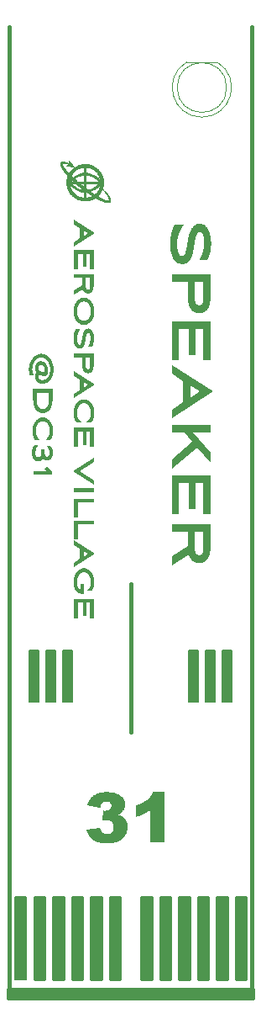
<source format=gto>
%TF.GenerationSoftware,KiCad,Pcbnew,(7.0.0-0)*%
%TF.CreationDate,2023-07-17T23:39:08-05:00*%
%TF.ProjectId,speaker-SAO,73706561-6b65-4722-9d53-414f2e6b6963,rev?*%
%TF.SameCoordinates,Original*%
%TF.FileFunction,Legend,Top*%
%TF.FilePolarity,Positive*%
%FSLAX46Y46*%
G04 Gerber Fmt 4.6, Leading zero omitted, Abs format (unit mm)*
G04 Created by KiCad (PCBNEW (7.0.0-0)) date 2023-07-17 23:39:08*
%MOMM*%
%LPD*%
G01*
G04 APERTURE LIST*
%ADD10C,0.211667*%
%ADD11C,0.154216*%
%ADD12C,0.446645*%
%ADD13C,0.231233*%
%ADD14C,0.195965*%
%ADD15C,0.154218*%
%ADD16C,0.020000*%
%ADD17C,0.396874*%
%ADD18C,0.150000*%
%ADD19C,0.400000*%
%ADD20C,0.200000*%
%ADD21C,0.120000*%
%ADD22R,1.800000X1.800000*%
%ADD23C,1.800000*%
%ADD24R,1.700000X1.700000*%
%ADD25O,1.700000X1.700000*%
%ADD26C,0.900000*%
G04 APERTURE END LIST*
D10*
G36*
X52150747Y-155857847D02*
G01*
X51092414Y-155857847D01*
X51092414Y-147602846D01*
X52150747Y-147602846D01*
X52150747Y-155857847D01*
G37*
X52150747Y-155857847D02*
X51092414Y-155857847D01*
X51092414Y-147602846D01*
X52150747Y-147602846D01*
X52150747Y-155857847D01*
G36*
X57230748Y-155857847D02*
G01*
X56172414Y-155857847D01*
X56172414Y-147602846D01*
X57230748Y-147602846D01*
X57230748Y-155857847D01*
G37*
X57230748Y-155857847D02*
X56172414Y-155857847D01*
X56172414Y-147602846D01*
X57230748Y-147602846D01*
X57230748Y-155857847D01*
D11*
G36*
X43933182Y-127908930D02*
G01*
X43030839Y-127908930D01*
X43030839Y-122769383D01*
X43933182Y-122769383D01*
X43933182Y-127908930D01*
G37*
X43933182Y-127908930D02*
X43030839Y-127908930D01*
X43030839Y-122769383D01*
X43933182Y-122769383D01*
X43933182Y-127908930D01*
D12*
X65407587Y-60000000D02*
X65407587Y-157500000D01*
D10*
G36*
X50245746Y-155857847D02*
G01*
X49187414Y-155857847D01*
X49187414Y-147602846D01*
X50245746Y-147602846D01*
X50245746Y-155857847D01*
G37*
X50245746Y-155857847D02*
X49187414Y-155857847D01*
X49187414Y-147602846D01*
X50245746Y-147602846D01*
X50245746Y-155857847D01*
G36*
X55325747Y-155857847D02*
G01*
X54267413Y-155857847D01*
X54267413Y-147602846D01*
X55325747Y-147602846D01*
X55325747Y-155857847D01*
G37*
X55325747Y-155857847D02*
X54267413Y-155857847D01*
X54267413Y-147602846D01*
X55325747Y-147602846D01*
X55325747Y-155857847D01*
G36*
X62945748Y-155857847D02*
G01*
X61887414Y-155857847D01*
X61887414Y-147602846D01*
X62945748Y-147602846D01*
X62945748Y-155857847D01*
G37*
X62945748Y-155857847D02*
X61887414Y-155857847D01*
X61887414Y-147602846D01*
X62945748Y-147602846D01*
X62945748Y-155857847D01*
G36*
X61040748Y-155857847D02*
G01*
X59982414Y-155857847D01*
X59982414Y-147602846D01*
X61040748Y-147602846D01*
X61040748Y-155857847D01*
G37*
X61040748Y-155857847D02*
X59982414Y-155857847D01*
X59982414Y-147602846D01*
X61040748Y-147602846D01*
X61040748Y-155857847D01*
G36*
X64850749Y-155857847D02*
G01*
X63792416Y-155857847D01*
X63792416Y-147602846D01*
X64850749Y-147602846D01*
X64850749Y-155857847D01*
G37*
X64850749Y-155857847D02*
X63792416Y-155857847D01*
X63792416Y-147602846D01*
X64850749Y-147602846D01*
X64850749Y-155857847D01*
D13*
G36*
X65634217Y-157785031D02*
G01*
X40776972Y-157785031D01*
X40776972Y-156761971D01*
X65634217Y-156761971D01*
X65634217Y-157785031D01*
G37*
X65634217Y-157785031D02*
X40776972Y-157785031D01*
X40776972Y-156761971D01*
X65634217Y-156761971D01*
X65634217Y-157785031D01*
D10*
G36*
X59135747Y-155857847D02*
G01*
X58077413Y-155857847D01*
X58077413Y-147602846D01*
X59135747Y-147602846D01*
X59135747Y-155857847D01*
G37*
X59135747Y-155857847D02*
X58077413Y-155857847D01*
X58077413Y-147602846D01*
X59135747Y-147602846D01*
X59135747Y-155857847D01*
D14*
G36*
X42640869Y-155857847D02*
G01*
X41552297Y-155857847D01*
X41552297Y-147602846D01*
X42640869Y-147602846D01*
X42640869Y-155857847D01*
G37*
X42640869Y-155857847D02*
X41552297Y-155857847D01*
X41552297Y-147602846D01*
X42640869Y-147602846D01*
X42640869Y-155857847D01*
D10*
G36*
X46435749Y-155857847D02*
G01*
X45377416Y-155857847D01*
X45377416Y-147602846D01*
X46435749Y-147602846D01*
X46435749Y-155857847D01*
G37*
X46435749Y-155857847D02*
X45377416Y-155857847D01*
X45377416Y-147602846D01*
X46435749Y-147602846D01*
X46435749Y-155857847D01*
D15*
G36*
X47319852Y-127911122D02*
G01*
X46417510Y-127911122D01*
X46417510Y-122771472D01*
X47319852Y-122771472D01*
X47319852Y-127911122D01*
G37*
X47319852Y-127911122D02*
X46417510Y-127911122D01*
X46417510Y-122771472D01*
X47319852Y-122771472D01*
X47319852Y-127911122D01*
D16*
G36*
X47603036Y-75381890D02*
G01*
X47699255Y-75466938D01*
X47728429Y-75492401D01*
X47757787Y-75517666D01*
X47816664Y-75568017D01*
X47443250Y-75568017D01*
X47374829Y-75504696D01*
X47340786Y-75472847D01*
X47306931Y-75440793D01*
X47446030Y-75337800D01*
X47446247Y-75337643D01*
X47446692Y-75337330D01*
X47460424Y-75327776D01*
X47461362Y-75327130D01*
X47476656Y-75316831D01*
X47492002Y-75306590D01*
X47507277Y-75296251D01*
X47603036Y-75381890D01*
G37*
X47603036Y-75381890D02*
X47699255Y-75466938D01*
X47728429Y-75492401D01*
X47757787Y-75517666D01*
X47816664Y-75568017D01*
X47443250Y-75568017D01*
X47374829Y-75504696D01*
X47340786Y-75472847D01*
X47306931Y-75440793D01*
X47446030Y-75337800D01*
X47446247Y-75337643D01*
X47446692Y-75337330D01*
X47460424Y-75327776D01*
X47461362Y-75327130D01*
X47476656Y-75316831D01*
X47492002Y-75306590D01*
X47507277Y-75296251D01*
X47603036Y-75381890D01*
G36*
X47224211Y-75033504D02*
G01*
X47269149Y-75076306D01*
X47314334Y-75118868D01*
X47359792Y-75161168D01*
X47359792Y-75161169D01*
X47358750Y-75161882D01*
X47358031Y-75162409D01*
X47317683Y-75191065D01*
X47277154Y-75220484D01*
X47237185Y-75250089D01*
X47197787Y-75279818D01*
X47189861Y-75285944D01*
X47182106Y-75292062D01*
X47176100Y-75296815D01*
X47168335Y-75302897D01*
X47166522Y-75304312D01*
X47146668Y-75284578D01*
X47126887Y-75264763D01*
X47087462Y-75224993D01*
X47088300Y-75222099D01*
X47088753Y-75220546D01*
X47088891Y-75220058D01*
X47092286Y-75208337D01*
X47092625Y-75207212D01*
X47092840Y-75206537D01*
X47113360Y-75145576D01*
X47136069Y-75086548D01*
X47136653Y-75085101D01*
X47137251Y-75083661D01*
X47162348Y-75025853D01*
X47179504Y-74990492D01*
X47224211Y-75033504D01*
G37*
X47224211Y-75033504D02*
X47269149Y-75076306D01*
X47314334Y-75118868D01*
X47359792Y-75161168D01*
X47359792Y-75161169D01*
X47358750Y-75161882D01*
X47358031Y-75162409D01*
X47317683Y-75191065D01*
X47277154Y-75220484D01*
X47237185Y-75250089D01*
X47197787Y-75279818D01*
X47189861Y-75285944D01*
X47182106Y-75292062D01*
X47176100Y-75296815D01*
X47168335Y-75302897D01*
X47166522Y-75304312D01*
X47146668Y-75284578D01*
X47126887Y-75264763D01*
X47087462Y-75224993D01*
X47088300Y-75222099D01*
X47088753Y-75220546D01*
X47088891Y-75220058D01*
X47092286Y-75208337D01*
X47092625Y-75207212D01*
X47092840Y-75206537D01*
X47113360Y-75145576D01*
X47136069Y-75086548D01*
X47136653Y-75085101D01*
X47137251Y-75083661D01*
X47162348Y-75025853D01*
X47179504Y-74990492D01*
X47224211Y-75033504D01*
D12*
X41000000Y-157500000D02*
X41000000Y-60000000D01*
D10*
G36*
X44530749Y-155857847D02*
G01*
X43472416Y-155857847D01*
X43472416Y-147602846D01*
X44530749Y-147602846D01*
X44530749Y-155857847D01*
G37*
X44530749Y-155857847D02*
X43472416Y-155857847D01*
X43472416Y-147602846D01*
X44530749Y-147602846D01*
X44530749Y-155857847D01*
D15*
G36*
X63380057Y-127906733D02*
G01*
X62477716Y-127906733D01*
X62477716Y-122767083D01*
X63380057Y-122767083D01*
X63380057Y-127906733D01*
G37*
X63380057Y-127906733D02*
X62477716Y-127906733D01*
X62477716Y-122767083D01*
X63380057Y-122767083D01*
X63380057Y-127906733D01*
D16*
G36*
X48734734Y-76301143D02*
G01*
X48782097Y-76336322D01*
X48829608Y-76371292D01*
X48877232Y-76406026D01*
X48874461Y-76406709D01*
X48782198Y-76423371D01*
X48781566Y-76423469D01*
X48780966Y-76423551D01*
X48687515Y-76434000D01*
X48687515Y-76265752D01*
X48734734Y-76301143D01*
G37*
X48734734Y-76301143D02*
X48782097Y-76336322D01*
X48829608Y-76371292D01*
X48877232Y-76406026D01*
X48874461Y-76406709D01*
X48782198Y-76423371D01*
X48781566Y-76423469D01*
X48780966Y-76423551D01*
X48687515Y-76434000D01*
X48687515Y-76265752D01*
X48734734Y-76301143D01*
D15*
G36*
X45626518Y-127908930D02*
G01*
X44724176Y-127908930D01*
X44724176Y-122769280D01*
X45626518Y-122769280D01*
X45626518Y-127908930D01*
G37*
X45626518Y-127908930D02*
X44724176Y-127908930D01*
X44724176Y-122769280D01*
X45626518Y-122769280D01*
X45626518Y-127908930D01*
D10*
G36*
X48340747Y-155857847D02*
G01*
X47282414Y-155857847D01*
X47282414Y-147602846D01*
X48340747Y-147602846D01*
X48340747Y-155857847D01*
G37*
X48340747Y-155857847D02*
X47282414Y-155857847D01*
X47282414Y-147602846D01*
X48340747Y-147602846D01*
X48340747Y-155857847D01*
D17*
X53205450Y-130972846D02*
X53205450Y-116090033D01*
D15*
G36*
X61686724Y-127904533D02*
G01*
X60784381Y-127904533D01*
X60784381Y-122764883D01*
X61686724Y-122764883D01*
X61686724Y-127904533D01*
G37*
X61686724Y-127904533D02*
X60784381Y-127904533D01*
X60784381Y-122764883D01*
X61686724Y-122764883D01*
X61686724Y-127904533D01*
D16*
G36*
X49314654Y-77358779D02*
G01*
X49230080Y-77391683D01*
X49143541Y-77420573D01*
X49055156Y-77445335D01*
X48965039Y-77465853D01*
X48873309Y-77482013D01*
X48780081Y-77493697D01*
X48687496Y-77500641D01*
X48685473Y-77500793D01*
X48589600Y-77503183D01*
X48493728Y-77500793D01*
X48491713Y-77500642D01*
X48491704Y-77500641D01*
X48399119Y-77493697D01*
X48305892Y-77482013D01*
X48214161Y-77465853D01*
X48124045Y-77445335D01*
X48035659Y-77420573D01*
X47949121Y-77391683D01*
X47864547Y-77358779D01*
X47782054Y-77321977D01*
X47701758Y-77281392D01*
X47623777Y-77237139D01*
X47548227Y-77189333D01*
X47475224Y-77138090D01*
X47404886Y-77083525D01*
X47337329Y-77025753D01*
X47272670Y-76964889D01*
X47211025Y-76901048D01*
X47152512Y-76834347D01*
X47097246Y-76764899D01*
X47045346Y-76692820D01*
X46996926Y-76618225D01*
X46952105Y-76541230D01*
X46910999Y-76461949D01*
X46873724Y-76380499D01*
X46840397Y-76296993D01*
X46811135Y-76211548D01*
X46786055Y-76124278D01*
X46765273Y-76035299D01*
X46748906Y-75944726D01*
X46747111Y-75930765D01*
X47046021Y-75930765D01*
X47058897Y-75995597D01*
X47074465Y-76059432D01*
X47092665Y-76122209D01*
X47113436Y-76183866D01*
X47136717Y-76244342D01*
X47162447Y-76303577D01*
X47190565Y-76361509D01*
X47221010Y-76418078D01*
X47253722Y-76473222D01*
X47288639Y-76526880D01*
X47364848Y-76629494D01*
X47449149Y-76725433D01*
X47541056Y-76814208D01*
X47640082Y-76895331D01*
X47745741Y-76968314D01*
X47800905Y-77001600D01*
X47857544Y-77032667D01*
X47915598Y-77061455D01*
X47975006Y-77087903D01*
X48035707Y-77111950D01*
X48097640Y-77133534D01*
X48160744Y-77152594D01*
X48224959Y-77169071D01*
X48290223Y-77182901D01*
X48356476Y-77194025D01*
X48423657Y-77202381D01*
X48491704Y-77207908D01*
X48687496Y-77207908D01*
X48755544Y-77202404D01*
X48822727Y-77194068D01*
X48888984Y-77182962D01*
X48954252Y-77169146D01*
X49018472Y-77152683D01*
X49081583Y-77133632D01*
X49143523Y-77112056D01*
X49204231Y-77088015D01*
X49263647Y-77061571D01*
X49321710Y-77032784D01*
X49346986Y-77018922D01*
X49294454Y-76987258D01*
X49224561Y-76943655D01*
X49155162Y-76899331D01*
X49086225Y-76854340D01*
X49017717Y-76808734D01*
X48881853Y-76715893D01*
X48747307Y-76621236D01*
X48748001Y-76621165D01*
X48758358Y-76620132D01*
X48769431Y-76619113D01*
X48780485Y-76618018D01*
X48785995Y-76617392D01*
X48791488Y-76616687D01*
X48817241Y-76612940D01*
X48842896Y-76608781D01*
X48868453Y-76604221D01*
X48893696Y-76599314D01*
X48893893Y-76599280D01*
X48894089Y-76599234D01*
X48919268Y-76593940D01*
X48944525Y-76588230D01*
X48969679Y-76582150D01*
X48994628Y-76575734D01*
X48994715Y-76575713D01*
X48994799Y-76575689D01*
X49016108Y-76569851D01*
X49037390Y-76563678D01*
X49058594Y-76557254D01*
X49079739Y-76550644D01*
X49165018Y-76610249D01*
X49250557Y-76669448D01*
X49336380Y-76728196D01*
X49422508Y-76786444D01*
X49457391Y-76809369D01*
X49492425Y-76832019D01*
X49562644Y-76877026D01*
X49540216Y-76894646D01*
X49539194Y-76895429D01*
X49538411Y-76896013D01*
X49487165Y-76932984D01*
X49433530Y-76968430D01*
X49378357Y-77001717D01*
X49346986Y-77018922D01*
X49347009Y-77018936D01*
X49362749Y-77010418D01*
X49370595Y-77006119D01*
X49378377Y-77001728D01*
X49392305Y-76993613D01*
X49406134Y-76985362D01*
X49419869Y-76976974D01*
X49433516Y-76968448D01*
X49447072Y-76959786D01*
X49460531Y-76950989D01*
X49473893Y-76942059D01*
X49487156Y-76932998D01*
X49500317Y-76923803D01*
X49513378Y-76914472D01*
X49526337Y-76905012D01*
X49538411Y-76896013D01*
X49539203Y-76895441D01*
X49540216Y-76894646D01*
X49545111Y-76890893D01*
X49550970Y-76886286D01*
X49562655Y-76877033D01*
X49562644Y-76877026D01*
X49589583Y-76855862D01*
X49638243Y-76814308D01*
X49685123Y-76770840D01*
X49730161Y-76725519D01*
X49773296Y-76678406D01*
X49814469Y-76629564D01*
X49853616Y-76579052D01*
X49890678Y-76526933D01*
X49925594Y-76473267D01*
X49958302Y-76418115D01*
X49988742Y-76361539D01*
X50016852Y-76303600D01*
X50042572Y-76244358D01*
X50065840Y-76183877D01*
X50086596Y-76122215D01*
X50104779Y-76059435D01*
X50120327Y-75995598D01*
X50133179Y-75930765D01*
X49981390Y-76049360D01*
X49820413Y-76166790D01*
X49736624Y-76223843D01*
X49650711Y-76279134D01*
X49562733Y-76332175D01*
X49472746Y-76382475D01*
X49380810Y-76429544D01*
X49286980Y-76472892D01*
X49191316Y-76512029D01*
X49093875Y-76546467D01*
X48994799Y-76575689D01*
X48994731Y-76575707D01*
X48994628Y-76575734D01*
X48894089Y-76599234D01*
X48893910Y-76599272D01*
X48893696Y-76599314D01*
X48791468Y-76616676D01*
X48748001Y-76621165D01*
X48747304Y-76621234D01*
X48747307Y-76621236D01*
X48687515Y-76627411D01*
X48687496Y-76627413D01*
X48687496Y-77207908D01*
X48491704Y-77207908D01*
X48491704Y-76627413D01*
X48439506Y-76623327D01*
X48387689Y-76617464D01*
X48285231Y-76600658D01*
X48184387Y-76577505D01*
X48085213Y-76548513D01*
X47987767Y-76514193D01*
X47892104Y-76475055D01*
X47798281Y-76431607D01*
X47706355Y-76384360D01*
X47616382Y-76333823D01*
X47528420Y-76280506D01*
X47442523Y-76224919D01*
X47358750Y-76167571D01*
X47277157Y-76108972D01*
X47197800Y-76049632D01*
X47143917Y-76007433D01*
X47046021Y-75930765D01*
X46747111Y-75930765D01*
X46737071Y-75852674D01*
X46730051Y-75761432D01*
X47144182Y-75761432D01*
X47292513Y-75877701D01*
X47447043Y-75991797D01*
X47526561Y-76046932D01*
X47607544Y-76100206D01*
X47689963Y-76151181D01*
X47773791Y-76199416D01*
X47858998Y-76244473D01*
X47945556Y-76285914D01*
X48033438Y-76323297D01*
X48122615Y-76356186D01*
X48213058Y-76384140D01*
X48304740Y-76406720D01*
X48397631Y-76423487D01*
X48489373Y-76433742D01*
X48489387Y-76433752D01*
X48491713Y-76434011D01*
X48491713Y-76434002D01*
X48687496Y-76434002D01*
X48687515Y-76434000D01*
X48687515Y-76434011D01*
X48711139Y-76431988D01*
X48734686Y-76429549D01*
X48758161Y-76426706D01*
X48780966Y-76423551D01*
X48781569Y-76423484D01*
X48782198Y-76423371D01*
X48804904Y-76419849D01*
X48828172Y-76415852D01*
X48851366Y-76411477D01*
X48874480Y-76406725D01*
X48877270Y-76406054D01*
X48877232Y-76406026D01*
X48966142Y-76384117D01*
X49056586Y-76356149D01*
X49145762Y-76323244D01*
X49233644Y-76285844D01*
X49320203Y-76244388D01*
X49405410Y-76199317D01*
X49489237Y-76151071D01*
X49571657Y-76100090D01*
X49652640Y-76046815D01*
X49732158Y-75991685D01*
X49810183Y-75935142D01*
X49886687Y-75877625D01*
X50035019Y-75761432D01*
X48687496Y-75761432D01*
X48687496Y-76434002D01*
X48491713Y-76434002D01*
X48491713Y-76116045D01*
X48491704Y-76116039D01*
X48491704Y-75761432D01*
X47144182Y-75761432D01*
X46730051Y-75761432D01*
X46729884Y-75759258D01*
X46727463Y-75664594D01*
X46729884Y-75569931D01*
X46730031Y-75568021D01*
X47143917Y-75568021D01*
X48491704Y-75568021D01*
X48687496Y-75568021D01*
X50035019Y-75568021D01*
X49886687Y-75451752D01*
X49732158Y-75337656D01*
X49652640Y-75282521D01*
X49571657Y-75229247D01*
X49489237Y-75178272D01*
X49405410Y-75130037D01*
X49320203Y-75084979D01*
X49233644Y-75043539D01*
X49145762Y-75006155D01*
X49056586Y-74973267D01*
X48966142Y-74945313D01*
X48874461Y-74922733D01*
X48781569Y-74905966D01*
X48687496Y-74895450D01*
X48687496Y-75568021D01*
X48491704Y-75568021D01*
X48491704Y-74895450D01*
X48396803Y-74905966D01*
X48303296Y-74922733D01*
X48211190Y-74945313D01*
X48120490Y-74973267D01*
X48031202Y-75006155D01*
X47943333Y-75043539D01*
X47856888Y-75084979D01*
X47771872Y-75130037D01*
X47688292Y-75178272D01*
X47606154Y-75229247D01*
X47525462Y-75282521D01*
X47460424Y-75327776D01*
X47453774Y-75332350D01*
X47446692Y-75337330D01*
X47446224Y-75337656D01*
X47446030Y-75337800D01*
X47410945Y-75363082D01*
X47375989Y-75388798D01*
X47341331Y-75414723D01*
X47306927Y-75440790D01*
X47306931Y-75440793D01*
X47292130Y-75451752D01*
X47143917Y-75568021D01*
X46730031Y-75568021D01*
X46737071Y-75476517D01*
X46747078Y-75398688D01*
X47046021Y-75398688D01*
X47168335Y-75302897D01*
X47174374Y-75298182D01*
X47176100Y-75296815D01*
X47197800Y-75279821D01*
X47358031Y-75162409D01*
X47358759Y-75161892D01*
X47359792Y-75161169D01*
X47442523Y-75104534D01*
X47528420Y-75048946D01*
X47616382Y-74995630D01*
X47706355Y-74945093D01*
X47798281Y-74897846D01*
X47892104Y-74854398D01*
X47987767Y-74815259D01*
X48085213Y-74780940D01*
X48184387Y-74751948D01*
X48285231Y-74728794D01*
X48387689Y-74711988D01*
X48491704Y-74702040D01*
X48687496Y-74702040D01*
X48739695Y-74706125D01*
X48791511Y-74711989D01*
X48893969Y-74728794D01*
X48994813Y-74751948D01*
X49093987Y-74780940D01*
X49191434Y-74815260D01*
X49287097Y-74854398D01*
X49380919Y-74897846D01*
X49472845Y-74945093D01*
X49562818Y-74995630D01*
X49650781Y-75048946D01*
X49736677Y-75104534D01*
X49820450Y-75161882D01*
X49902043Y-75220481D01*
X49981400Y-75279821D01*
X50133179Y-75398688D01*
X50120327Y-75333855D01*
X50104779Y-75270018D01*
X50086596Y-75207238D01*
X50065840Y-75145576D01*
X50042572Y-75085094D01*
X50016852Y-75025853D01*
X49988742Y-74967914D01*
X49958302Y-74911338D01*
X49925594Y-74856186D01*
X49890678Y-74802520D01*
X49814469Y-74699889D01*
X49730161Y-74603934D01*
X49638243Y-74515145D01*
X49539203Y-74434011D01*
X49433530Y-74361022D01*
X49378357Y-74327735D01*
X49321710Y-74296668D01*
X49263647Y-74267882D01*
X49204231Y-74241437D01*
X49143523Y-74217397D01*
X49081583Y-74195820D01*
X49018472Y-74176770D01*
X48954252Y-74160306D01*
X48888984Y-74146490D01*
X48822727Y-74135384D01*
X48755544Y-74127048D01*
X48687496Y-74121544D01*
X48687496Y-74702040D01*
X48491704Y-74702040D01*
X48491704Y-74121544D01*
X48423656Y-74127048D01*
X48356473Y-74135384D01*
X48290217Y-74146490D01*
X48224948Y-74160306D01*
X48160728Y-74176770D01*
X48097617Y-74195820D01*
X48035677Y-74217397D01*
X47974969Y-74241437D01*
X47915553Y-74267882D01*
X47857491Y-74296668D01*
X47800843Y-74327735D01*
X47745671Y-74361022D01*
X47692035Y-74396468D01*
X47639997Y-74434011D01*
X47589617Y-74473590D01*
X47540957Y-74515145D01*
X47494078Y-74558613D01*
X47449040Y-74603934D01*
X47405904Y-74651046D01*
X47364732Y-74699889D01*
X47325584Y-74750400D01*
X47288522Y-74802520D01*
X47253606Y-74856186D01*
X47220898Y-74911338D01*
X47190459Y-74967914D01*
X47179504Y-74990492D01*
X47179493Y-74990481D01*
X47170804Y-75008093D01*
X47166516Y-75016930D01*
X47162337Y-75025828D01*
X47155686Y-75040523D01*
X47149192Y-75055305D01*
X47142850Y-75070167D01*
X47137251Y-75083661D01*
X47136629Y-75085094D01*
X47136069Y-75086548D01*
X47130598Y-75100104D01*
X47124690Y-75115180D01*
X47118937Y-75130332D01*
X47113347Y-75145562D01*
X47107926Y-75160868D01*
X47102668Y-75176244D01*
X47097570Y-75191691D01*
X47092840Y-75206537D01*
X47092604Y-75207238D01*
X47092286Y-75208337D01*
X47091291Y-75211638D01*
X47090015Y-75216089D01*
X47088891Y-75220058D01*
X47088300Y-75222099D01*
X47087457Y-75224989D01*
X47087462Y-75224993D01*
X47074422Y-75270018D01*
X47058874Y-75333855D01*
X47046021Y-75398688D01*
X46747078Y-75398688D01*
X46748906Y-75384469D01*
X46765273Y-75293900D01*
X46786055Y-75204927D01*
X46811135Y-75117665D01*
X46840397Y-75032227D01*
X46873724Y-74948731D01*
X46910999Y-74867290D01*
X46951928Y-74788362D01*
X46952117Y-74788013D01*
X46952314Y-74787661D01*
X46957296Y-74779104D01*
X46959069Y-74776124D01*
X46960227Y-74774142D01*
X46961367Y-74772149D01*
X46961353Y-74772135D01*
X46957296Y-74779104D01*
X46956722Y-74780068D01*
X46954385Y-74784019D01*
X46953239Y-74786009D01*
X46952314Y-74787661D01*
X46952105Y-74788020D01*
X46951928Y-74788362D01*
X46941483Y-74807621D01*
X46931078Y-74827370D01*
X46920909Y-74847259D01*
X46910982Y-74867285D01*
X46901302Y-74887446D01*
X46891867Y-74907742D01*
X46882674Y-74928169D01*
X46873724Y-74948727D01*
X46871800Y-74953297D01*
X46869923Y-74957890D01*
X46866263Y-74967126D01*
X46858996Y-74985624D01*
X46805437Y-74927936D01*
X46778765Y-74898980D01*
X46752336Y-74869765D01*
X46706739Y-74817336D01*
X46661653Y-74764400D01*
X46617119Y-74710920D01*
X46573178Y-74656858D01*
X46529868Y-74602176D01*
X46487232Y-74546836D01*
X46445309Y-74490800D01*
X46404140Y-74434030D01*
X46364250Y-74376045D01*
X46324937Y-74317464D01*
X46286776Y-74257816D01*
X46250345Y-74196630D01*
X46232958Y-74165313D01*
X46216220Y-74133435D01*
X46200204Y-74100937D01*
X46184980Y-74067760D01*
X46170622Y-74033845D01*
X46157200Y-73999133D01*
X46144789Y-73963566D01*
X46133459Y-73927084D01*
X46129658Y-73913224D01*
X46126180Y-73899030D01*
X46123078Y-73884501D01*
X46120407Y-73869637D01*
X46118221Y-73854438D01*
X46116574Y-73838905D01*
X46115520Y-73823036D01*
X46115233Y-73814976D01*
X46115114Y-73806833D01*
X46115130Y-73801357D01*
X46115226Y-73795843D01*
X46115402Y-73790291D01*
X46115662Y-73784703D01*
X46116009Y-73779077D01*
X46116445Y-73773414D01*
X46116972Y-73767714D01*
X46117594Y-73761977D01*
X46118256Y-73756298D01*
X46119067Y-73750569D01*
X46120051Y-73744792D01*
X46121234Y-73738965D01*
X46122641Y-73733088D01*
X46124295Y-73727162D01*
X46125223Y-73724180D01*
X46126222Y-73721185D01*
X46127295Y-73718178D01*
X46128446Y-73715158D01*
X46136921Y-73691853D01*
X46138445Y-73688976D01*
X46140033Y-73686105D01*
X46141677Y-73683240D01*
X46143367Y-73680384D01*
X46145095Y-73677542D01*
X46146850Y-73674714D01*
X46150409Y-73669115D01*
X46153954Y-73663565D01*
X46157527Y-73658064D01*
X46159361Y-73655348D01*
X46161248Y-73652662D01*
X46163203Y-73650014D01*
X46165240Y-73647411D01*
X46183998Y-73628910D01*
X46186311Y-73626499D01*
X46188681Y-73624218D01*
X46191104Y-73622055D01*
X46193575Y-73620000D01*
X46196090Y-73618041D01*
X46198644Y-73616165D01*
X46201232Y-73614363D01*
X46203849Y-73612621D01*
X46209154Y-73609275D01*
X46214520Y-73606036D01*
X46219911Y-73602810D01*
X46225288Y-73599507D01*
X46236275Y-73594078D01*
X46247207Y-73589279D01*
X46258079Y-73585073D01*
X46268886Y-73581425D01*
X46279623Y-73578302D01*
X46290285Y-73575668D01*
X46300867Y-73573488D01*
X46311364Y-73571727D01*
X46321771Y-73570351D01*
X46332083Y-73569325D01*
X46342296Y-73568613D01*
X46352403Y-73568180D01*
X46372284Y-73568016D01*
X46391686Y-73568552D01*
X46410888Y-73569749D01*
X46429811Y-73571521D01*
X46448468Y-73573822D01*
X46466874Y-73576604D01*
X46485045Y-73579819D01*
X46502995Y-73583422D01*
X46520739Y-73587365D01*
X46538292Y-73591600D01*
X46593794Y-73606939D01*
X46648241Y-73624078D01*
X46701721Y-73642858D01*
X46754319Y-73663123D01*
X46806124Y-73684716D01*
X46857222Y-73707477D01*
X46907700Y-73731251D01*
X46957646Y-73755880D01*
X46976715Y-73482046D01*
X47451104Y-74044544D01*
X46717144Y-73991886D01*
X46924057Y-73818357D01*
X46873471Y-73799810D01*
X46822739Y-73782005D01*
X46771889Y-73765136D01*
X46720947Y-73749398D01*
X46669944Y-73734987D01*
X46618908Y-73722099D01*
X46567866Y-73710929D01*
X46516846Y-73701672D01*
X46500790Y-73699343D01*
X46484788Y-73697336D01*
X46468873Y-73695676D01*
X46453075Y-73694388D01*
X46437427Y-73693496D01*
X46421958Y-73693027D01*
X46406701Y-73693005D01*
X46391686Y-73693455D01*
X46384317Y-73693821D01*
X46377007Y-73694327D01*
X46369779Y-73694973D01*
X46362654Y-73695763D01*
X46355653Y-73696699D01*
X46348799Y-73697783D01*
X46342112Y-73699018D01*
X46335614Y-73700405D01*
X46329327Y-73701948D01*
X46323272Y-73703647D01*
X46317472Y-73705507D01*
X46311947Y-73707528D01*
X46306720Y-73709713D01*
X46301811Y-73712065D01*
X46297242Y-73714586D01*
X46293036Y-73717278D01*
X46289275Y-73720071D01*
X46285824Y-73722908D01*
X46282670Y-73725806D01*
X46279800Y-73728784D01*
X46277200Y-73731862D01*
X46274859Y-73735057D01*
X46272764Y-73738388D01*
X46270902Y-73741875D01*
X46269259Y-73745535D01*
X46267824Y-73749387D01*
X46266584Y-73753450D01*
X46265526Y-73757743D01*
X46264636Y-73762284D01*
X46263904Y-73767093D01*
X46263315Y-73772186D01*
X46262857Y-73777584D01*
X46262745Y-73783225D01*
X46262809Y-73789030D01*
X46263048Y-73794988D01*
X46263464Y-73801088D01*
X46264059Y-73807322D01*
X46264833Y-73813680D01*
X46265788Y-73820150D01*
X46266925Y-73826723D01*
X46268244Y-73833390D01*
X46269748Y-73840139D01*
X46271436Y-73846961D01*
X46273312Y-73853846D01*
X46275375Y-73860784D01*
X46277626Y-73867765D01*
X46280068Y-73874779D01*
X46282700Y-73881815D01*
X46287816Y-73895913D01*
X46293326Y-73910024D01*
X46299211Y-73924142D01*
X46305450Y-73938262D01*
X46318913Y-73966483D01*
X46333553Y-73994639D01*
X46349210Y-74022684D01*
X46365724Y-74050570D01*
X46382933Y-74078250D01*
X46400678Y-74105677D01*
X46418856Y-74133074D01*
X46437454Y-74160299D01*
X46456444Y-74187355D01*
X46475798Y-74214247D01*
X46495486Y-74240978D01*
X46515480Y-74267551D01*
X46535753Y-74293970D01*
X46556275Y-74320238D01*
X46598297Y-74372258D01*
X46641175Y-74423752D01*
X46684848Y-74474739D01*
X46729253Y-74525236D01*
X46774327Y-74575263D01*
X46820009Y-74624836D01*
X46866236Y-74673974D01*
X46912946Y-74722694D01*
X46918916Y-74728950D01*
X46924942Y-74735156D01*
X46937096Y-74747475D01*
X46949280Y-74759767D01*
X46961353Y-74772135D01*
X46996926Y-74711035D01*
X47045346Y-74636452D01*
X47097246Y-74564385D01*
X47152512Y-74494949D01*
X47211025Y-74428260D01*
X47272670Y-74364431D01*
X47337329Y-74303580D01*
X47404886Y-74245820D01*
X47475224Y-74191267D01*
X47548227Y-74140036D01*
X47623777Y-74092242D01*
X47701758Y-74048000D01*
X47782054Y-74007425D01*
X47864547Y-73970632D01*
X47949121Y-73937737D01*
X48035659Y-73908854D01*
X48124045Y-73884100D01*
X48214161Y-73863587D01*
X48305892Y-73847433D01*
X48399119Y-73835752D01*
X48493728Y-73828659D01*
X48589600Y-73826269D01*
X48685472Y-73828659D01*
X48780081Y-73835752D01*
X48873309Y-73847433D01*
X48965039Y-73863587D01*
X49055156Y-73884100D01*
X49143541Y-73908854D01*
X49230079Y-73937737D01*
X49314653Y-73970632D01*
X49397147Y-74007425D01*
X49477442Y-74048000D01*
X49555423Y-74092242D01*
X49630974Y-74140036D01*
X49703976Y-74191267D01*
X49774314Y-74245820D01*
X49841871Y-74303580D01*
X49906530Y-74364431D01*
X49968175Y-74428260D01*
X50026688Y-74494949D01*
X50081954Y-74564385D01*
X50133854Y-74636452D01*
X50182274Y-74711035D01*
X50227095Y-74788020D01*
X50268202Y-74867290D01*
X50305477Y-74948731D01*
X50338803Y-75032227D01*
X50368065Y-75117665D01*
X50393145Y-75204927D01*
X50413927Y-75293900D01*
X50430294Y-75384469D01*
X50442129Y-75476517D01*
X50449316Y-75569931D01*
X50451737Y-75664594D01*
X50449316Y-75759258D01*
X50442129Y-75852674D01*
X50430294Y-75944726D01*
X50413927Y-76035299D01*
X50393145Y-76124278D01*
X50368065Y-76211548D01*
X50338803Y-76296993D01*
X50305477Y-76380499D01*
X50268202Y-76461949D01*
X50227095Y-76541230D01*
X50182274Y-76618225D01*
X50133855Y-76692820D01*
X50081954Y-76764899D01*
X50026688Y-76834346D01*
X49968175Y-76901048D01*
X49906531Y-76964889D01*
X49841871Y-77025753D01*
X49774314Y-77083525D01*
X49703976Y-77138090D01*
X49634957Y-77186537D01*
X49633297Y-77187660D01*
X49633331Y-77187679D01*
X49630974Y-77189333D01*
X49555423Y-77237138D01*
X49477442Y-77281391D01*
X49397147Y-77321977D01*
X49347009Y-77344344D01*
X49314654Y-77358779D01*
G37*
X49314654Y-77358779D02*
X49230080Y-77391683D01*
X49143541Y-77420573D01*
X49055156Y-77445335D01*
X48965039Y-77465853D01*
X48873309Y-77482013D01*
X48780081Y-77493697D01*
X48687496Y-77500641D01*
X48685473Y-77500793D01*
X48589600Y-77503183D01*
X48493728Y-77500793D01*
X48491713Y-77500642D01*
X48491704Y-77500641D01*
X48399119Y-77493697D01*
X48305892Y-77482013D01*
X48214161Y-77465853D01*
X48124045Y-77445335D01*
X48035659Y-77420573D01*
X47949121Y-77391683D01*
X47864547Y-77358779D01*
X47782054Y-77321977D01*
X47701758Y-77281392D01*
X47623777Y-77237139D01*
X47548227Y-77189333D01*
X47475224Y-77138090D01*
X47404886Y-77083525D01*
X47337329Y-77025753D01*
X47272670Y-76964889D01*
X47211025Y-76901048D01*
X47152512Y-76834347D01*
X47097246Y-76764899D01*
X47045346Y-76692820D01*
X46996926Y-76618225D01*
X46952105Y-76541230D01*
X46910999Y-76461949D01*
X46873724Y-76380499D01*
X46840397Y-76296993D01*
X46811135Y-76211548D01*
X46786055Y-76124278D01*
X46765273Y-76035299D01*
X46748906Y-75944726D01*
X46747111Y-75930765D01*
X47046021Y-75930765D01*
X47058897Y-75995597D01*
X47074465Y-76059432D01*
X47092665Y-76122209D01*
X47113436Y-76183866D01*
X47136717Y-76244342D01*
X47162447Y-76303577D01*
X47190565Y-76361509D01*
X47221010Y-76418078D01*
X47253722Y-76473222D01*
X47288639Y-76526880D01*
X47364848Y-76629494D01*
X47449149Y-76725433D01*
X47541056Y-76814208D01*
X47640082Y-76895331D01*
X47745741Y-76968314D01*
X47800905Y-77001600D01*
X47857544Y-77032667D01*
X47915598Y-77061455D01*
X47975006Y-77087903D01*
X48035707Y-77111950D01*
X48097640Y-77133534D01*
X48160744Y-77152594D01*
X48224959Y-77169071D01*
X48290223Y-77182901D01*
X48356476Y-77194025D01*
X48423657Y-77202381D01*
X48491704Y-77207908D01*
X48687496Y-77207908D01*
X48755544Y-77202404D01*
X48822727Y-77194068D01*
X48888984Y-77182962D01*
X48954252Y-77169146D01*
X49018472Y-77152683D01*
X49081583Y-77133632D01*
X49143523Y-77112056D01*
X49204231Y-77088015D01*
X49263647Y-77061571D01*
X49321710Y-77032784D01*
X49346986Y-77018922D01*
X49294454Y-76987258D01*
X49224561Y-76943655D01*
X49155162Y-76899331D01*
X49086225Y-76854340D01*
X49017717Y-76808734D01*
X48881853Y-76715893D01*
X48747307Y-76621236D01*
X48748001Y-76621165D01*
X48758358Y-76620132D01*
X48769431Y-76619113D01*
X48780485Y-76618018D01*
X48785995Y-76617392D01*
X48791488Y-76616687D01*
X48817241Y-76612940D01*
X48842896Y-76608781D01*
X48868453Y-76604221D01*
X48893696Y-76599314D01*
X48893893Y-76599280D01*
X48894089Y-76599234D01*
X48919268Y-76593940D01*
X48944525Y-76588230D01*
X48969679Y-76582150D01*
X48994628Y-76575734D01*
X48994715Y-76575713D01*
X48994799Y-76575689D01*
X49016108Y-76569851D01*
X49037390Y-76563678D01*
X49058594Y-76557254D01*
X49079739Y-76550644D01*
X49165018Y-76610249D01*
X49250557Y-76669448D01*
X49336380Y-76728196D01*
X49422508Y-76786444D01*
X49457391Y-76809369D01*
X49492425Y-76832019D01*
X49562644Y-76877026D01*
X49540216Y-76894646D01*
X49539194Y-76895429D01*
X49538411Y-76896013D01*
X49487165Y-76932984D01*
X49433530Y-76968430D01*
X49378357Y-77001717D01*
X49346986Y-77018922D01*
X49347009Y-77018936D01*
X49362749Y-77010418D01*
X49370595Y-77006119D01*
X49378377Y-77001728D01*
X49392305Y-76993613D01*
X49406134Y-76985362D01*
X49419869Y-76976974D01*
X49433516Y-76968448D01*
X49447072Y-76959786D01*
X49460531Y-76950989D01*
X49473893Y-76942059D01*
X49487156Y-76932998D01*
X49500317Y-76923803D01*
X49513378Y-76914472D01*
X49526337Y-76905012D01*
X49538411Y-76896013D01*
X49539203Y-76895441D01*
X49540216Y-76894646D01*
X49545111Y-76890893D01*
X49550970Y-76886286D01*
X49562655Y-76877033D01*
X49562644Y-76877026D01*
X49589583Y-76855862D01*
X49638243Y-76814308D01*
X49685123Y-76770840D01*
X49730161Y-76725519D01*
X49773296Y-76678406D01*
X49814469Y-76629564D01*
X49853616Y-76579052D01*
X49890678Y-76526933D01*
X49925594Y-76473267D01*
X49958302Y-76418115D01*
X49988742Y-76361539D01*
X50016852Y-76303600D01*
X50042572Y-76244358D01*
X50065840Y-76183877D01*
X50086596Y-76122215D01*
X50104779Y-76059435D01*
X50120327Y-75995598D01*
X50133179Y-75930765D01*
X49981390Y-76049360D01*
X49820413Y-76166790D01*
X49736624Y-76223843D01*
X49650711Y-76279134D01*
X49562733Y-76332175D01*
X49472746Y-76382475D01*
X49380810Y-76429544D01*
X49286980Y-76472892D01*
X49191316Y-76512029D01*
X49093875Y-76546467D01*
X48994799Y-76575689D01*
X48994731Y-76575707D01*
X48994628Y-76575734D01*
X48894089Y-76599234D01*
X48893910Y-76599272D01*
X48893696Y-76599314D01*
X48791468Y-76616676D01*
X48748001Y-76621165D01*
X48747304Y-76621234D01*
X48747307Y-76621236D01*
X48687515Y-76627411D01*
X48687496Y-76627413D01*
X48687496Y-77207908D01*
X48491704Y-77207908D01*
X48491704Y-76627413D01*
X48439506Y-76623327D01*
X48387689Y-76617464D01*
X48285231Y-76600658D01*
X48184387Y-76577505D01*
X48085213Y-76548513D01*
X47987767Y-76514193D01*
X47892104Y-76475055D01*
X47798281Y-76431607D01*
X47706355Y-76384360D01*
X47616382Y-76333823D01*
X47528420Y-76280506D01*
X47442523Y-76224919D01*
X47358750Y-76167571D01*
X47277157Y-76108972D01*
X47197800Y-76049632D01*
X47143917Y-76007433D01*
X47046021Y-75930765D01*
X46747111Y-75930765D01*
X46737071Y-75852674D01*
X46730051Y-75761432D01*
X47144182Y-75761432D01*
X47292513Y-75877701D01*
X47447043Y-75991797D01*
X47526561Y-76046932D01*
X47607544Y-76100206D01*
X47689963Y-76151181D01*
X47773791Y-76199416D01*
X47858998Y-76244473D01*
X47945556Y-76285914D01*
X48033438Y-76323297D01*
X48122615Y-76356186D01*
X48213058Y-76384140D01*
X48304740Y-76406720D01*
X48397631Y-76423487D01*
X48489373Y-76433742D01*
X48489387Y-76433752D01*
X48491713Y-76434011D01*
X48491713Y-76434002D01*
X48687496Y-76434002D01*
X48687515Y-76434000D01*
X48687515Y-76434011D01*
X48711139Y-76431988D01*
X48734686Y-76429549D01*
X48758161Y-76426706D01*
X48780966Y-76423551D01*
X48781569Y-76423484D01*
X48782198Y-76423371D01*
X48804904Y-76419849D01*
X48828172Y-76415852D01*
X48851366Y-76411477D01*
X48874480Y-76406725D01*
X48877270Y-76406054D01*
X48877232Y-76406026D01*
X48966142Y-76384117D01*
X49056586Y-76356149D01*
X49145762Y-76323244D01*
X49233644Y-76285844D01*
X49320203Y-76244388D01*
X49405410Y-76199317D01*
X49489237Y-76151071D01*
X49571657Y-76100090D01*
X49652640Y-76046815D01*
X49732158Y-75991685D01*
X49810183Y-75935142D01*
X49886687Y-75877625D01*
X50035019Y-75761432D01*
X48687496Y-75761432D01*
X48687496Y-76434002D01*
X48491713Y-76434002D01*
X48491713Y-76116045D01*
X48491704Y-76116039D01*
X48491704Y-75761432D01*
X47144182Y-75761432D01*
X46730051Y-75761432D01*
X46729884Y-75759258D01*
X46727463Y-75664594D01*
X46729884Y-75569931D01*
X46730031Y-75568021D01*
X47143917Y-75568021D01*
X48491704Y-75568021D01*
X48687496Y-75568021D01*
X50035019Y-75568021D01*
X49886687Y-75451752D01*
X49732158Y-75337656D01*
X49652640Y-75282521D01*
X49571657Y-75229247D01*
X49489237Y-75178272D01*
X49405410Y-75130037D01*
X49320203Y-75084979D01*
X49233644Y-75043539D01*
X49145762Y-75006155D01*
X49056586Y-74973267D01*
X48966142Y-74945313D01*
X48874461Y-74922733D01*
X48781569Y-74905966D01*
X48687496Y-74895450D01*
X48687496Y-75568021D01*
X48491704Y-75568021D01*
X48491704Y-74895450D01*
X48396803Y-74905966D01*
X48303296Y-74922733D01*
X48211190Y-74945313D01*
X48120490Y-74973267D01*
X48031202Y-75006155D01*
X47943333Y-75043539D01*
X47856888Y-75084979D01*
X47771872Y-75130037D01*
X47688292Y-75178272D01*
X47606154Y-75229247D01*
X47525462Y-75282521D01*
X47460424Y-75327776D01*
X47453774Y-75332350D01*
X47446692Y-75337330D01*
X47446224Y-75337656D01*
X47446030Y-75337800D01*
X47410945Y-75363082D01*
X47375989Y-75388798D01*
X47341331Y-75414723D01*
X47306927Y-75440790D01*
X47306931Y-75440793D01*
X47292130Y-75451752D01*
X47143917Y-75568021D01*
X46730031Y-75568021D01*
X46737071Y-75476517D01*
X46747078Y-75398688D01*
X47046021Y-75398688D01*
X47168335Y-75302897D01*
X47174374Y-75298182D01*
X47176100Y-75296815D01*
X47197800Y-75279821D01*
X47358031Y-75162409D01*
X47358759Y-75161892D01*
X47359792Y-75161169D01*
X47442523Y-75104534D01*
X47528420Y-75048946D01*
X47616382Y-74995630D01*
X47706355Y-74945093D01*
X47798281Y-74897846D01*
X47892104Y-74854398D01*
X47987767Y-74815259D01*
X48085213Y-74780940D01*
X48184387Y-74751948D01*
X48285231Y-74728794D01*
X48387689Y-74711988D01*
X48491704Y-74702040D01*
X48687496Y-74702040D01*
X48739695Y-74706125D01*
X48791511Y-74711989D01*
X48893969Y-74728794D01*
X48994813Y-74751948D01*
X49093987Y-74780940D01*
X49191434Y-74815260D01*
X49287097Y-74854398D01*
X49380919Y-74897846D01*
X49472845Y-74945093D01*
X49562818Y-74995630D01*
X49650781Y-75048946D01*
X49736677Y-75104534D01*
X49820450Y-75161882D01*
X49902043Y-75220481D01*
X49981400Y-75279821D01*
X50133179Y-75398688D01*
X50120327Y-75333855D01*
X50104779Y-75270018D01*
X50086596Y-75207238D01*
X50065840Y-75145576D01*
X50042572Y-75085094D01*
X50016852Y-75025853D01*
X49988742Y-74967914D01*
X49958302Y-74911338D01*
X49925594Y-74856186D01*
X49890678Y-74802520D01*
X49814469Y-74699889D01*
X49730161Y-74603934D01*
X49638243Y-74515145D01*
X49539203Y-74434011D01*
X49433530Y-74361022D01*
X49378357Y-74327735D01*
X49321710Y-74296668D01*
X49263647Y-74267882D01*
X49204231Y-74241437D01*
X49143523Y-74217397D01*
X49081583Y-74195820D01*
X49018472Y-74176770D01*
X48954252Y-74160306D01*
X48888984Y-74146490D01*
X48822727Y-74135384D01*
X48755544Y-74127048D01*
X48687496Y-74121544D01*
X48687496Y-74702040D01*
X48491704Y-74702040D01*
X48491704Y-74121544D01*
X48423656Y-74127048D01*
X48356473Y-74135384D01*
X48290217Y-74146490D01*
X48224948Y-74160306D01*
X48160728Y-74176770D01*
X48097617Y-74195820D01*
X48035677Y-74217397D01*
X47974969Y-74241437D01*
X47915553Y-74267882D01*
X47857491Y-74296668D01*
X47800843Y-74327735D01*
X47745671Y-74361022D01*
X47692035Y-74396468D01*
X47639997Y-74434011D01*
X47589617Y-74473590D01*
X47540957Y-74515145D01*
X47494078Y-74558613D01*
X47449040Y-74603934D01*
X47405904Y-74651046D01*
X47364732Y-74699889D01*
X47325584Y-74750400D01*
X47288522Y-74802520D01*
X47253606Y-74856186D01*
X47220898Y-74911338D01*
X47190459Y-74967914D01*
X47179504Y-74990492D01*
X47179493Y-74990481D01*
X47170804Y-75008093D01*
X47166516Y-75016930D01*
X47162337Y-75025828D01*
X47155686Y-75040523D01*
X47149192Y-75055305D01*
X47142850Y-75070167D01*
X47137251Y-75083661D01*
X47136629Y-75085094D01*
X47136069Y-75086548D01*
X47130598Y-75100104D01*
X47124690Y-75115180D01*
X47118937Y-75130332D01*
X47113347Y-75145562D01*
X47107926Y-75160868D01*
X47102668Y-75176244D01*
X47097570Y-75191691D01*
X47092840Y-75206537D01*
X47092604Y-75207238D01*
X47092286Y-75208337D01*
X47091291Y-75211638D01*
X47090015Y-75216089D01*
X47088891Y-75220058D01*
X47088300Y-75222099D01*
X47087457Y-75224989D01*
X47087462Y-75224993D01*
X47074422Y-75270018D01*
X47058874Y-75333855D01*
X47046021Y-75398688D01*
X46747078Y-75398688D01*
X46748906Y-75384469D01*
X46765273Y-75293900D01*
X46786055Y-75204927D01*
X46811135Y-75117665D01*
X46840397Y-75032227D01*
X46873724Y-74948731D01*
X46910999Y-74867290D01*
X46951928Y-74788362D01*
X46952117Y-74788013D01*
X46952314Y-74787661D01*
X46957296Y-74779104D01*
X46959069Y-74776124D01*
X46960227Y-74774142D01*
X46961367Y-74772149D01*
X46961353Y-74772135D01*
X46957296Y-74779104D01*
X46956722Y-74780068D01*
X46954385Y-74784019D01*
X46953239Y-74786009D01*
X46952314Y-74787661D01*
X46952105Y-74788020D01*
X46951928Y-74788362D01*
X46941483Y-74807621D01*
X46931078Y-74827370D01*
X46920909Y-74847259D01*
X46910982Y-74867285D01*
X46901302Y-74887446D01*
X46891867Y-74907742D01*
X46882674Y-74928169D01*
X46873724Y-74948727D01*
X46871800Y-74953297D01*
X46869923Y-74957890D01*
X46866263Y-74967126D01*
X46858996Y-74985624D01*
X46805437Y-74927936D01*
X46778765Y-74898980D01*
X46752336Y-74869765D01*
X46706739Y-74817336D01*
X46661653Y-74764400D01*
X46617119Y-74710920D01*
X46573178Y-74656858D01*
X46529868Y-74602176D01*
X46487232Y-74546836D01*
X46445309Y-74490800D01*
X46404140Y-74434030D01*
X46364250Y-74376045D01*
X46324937Y-74317464D01*
X46286776Y-74257816D01*
X46250345Y-74196630D01*
X46232958Y-74165313D01*
X46216220Y-74133435D01*
X46200204Y-74100937D01*
X46184980Y-74067760D01*
X46170622Y-74033845D01*
X46157200Y-73999133D01*
X46144789Y-73963566D01*
X46133459Y-73927084D01*
X46129658Y-73913224D01*
X46126180Y-73899030D01*
X46123078Y-73884501D01*
X46120407Y-73869637D01*
X46118221Y-73854438D01*
X46116574Y-73838905D01*
X46115520Y-73823036D01*
X46115233Y-73814976D01*
X46115114Y-73806833D01*
X46115130Y-73801357D01*
X46115226Y-73795843D01*
X46115402Y-73790291D01*
X46115662Y-73784703D01*
X46116009Y-73779077D01*
X46116445Y-73773414D01*
X46116972Y-73767714D01*
X46117594Y-73761977D01*
X46118256Y-73756298D01*
X46119067Y-73750569D01*
X46120051Y-73744792D01*
X46121234Y-73738965D01*
X46122641Y-73733088D01*
X46124295Y-73727162D01*
X46125223Y-73724180D01*
X46126222Y-73721185D01*
X46127295Y-73718178D01*
X46128446Y-73715158D01*
X46136921Y-73691853D01*
X46138445Y-73688976D01*
X46140033Y-73686105D01*
X46141677Y-73683240D01*
X46143367Y-73680384D01*
X46145095Y-73677542D01*
X46146850Y-73674714D01*
X46150409Y-73669115D01*
X46153954Y-73663565D01*
X46157527Y-73658064D01*
X46159361Y-73655348D01*
X46161248Y-73652662D01*
X46163203Y-73650014D01*
X46165240Y-73647411D01*
X46183998Y-73628910D01*
X46186311Y-73626499D01*
X46188681Y-73624218D01*
X46191104Y-73622055D01*
X46193575Y-73620000D01*
X46196090Y-73618041D01*
X46198644Y-73616165D01*
X46201232Y-73614363D01*
X46203849Y-73612621D01*
X46209154Y-73609275D01*
X46214520Y-73606036D01*
X46219911Y-73602810D01*
X46225288Y-73599507D01*
X46236275Y-73594078D01*
X46247207Y-73589279D01*
X46258079Y-73585073D01*
X46268886Y-73581425D01*
X46279623Y-73578302D01*
X46290285Y-73575668D01*
X46300867Y-73573488D01*
X46311364Y-73571727D01*
X46321771Y-73570351D01*
X46332083Y-73569325D01*
X46342296Y-73568613D01*
X46352403Y-73568180D01*
X46372284Y-73568016D01*
X46391686Y-73568552D01*
X46410888Y-73569749D01*
X46429811Y-73571521D01*
X46448468Y-73573822D01*
X46466874Y-73576604D01*
X46485045Y-73579819D01*
X46502995Y-73583422D01*
X46520739Y-73587365D01*
X46538292Y-73591600D01*
X46593794Y-73606939D01*
X46648241Y-73624078D01*
X46701721Y-73642858D01*
X46754319Y-73663123D01*
X46806124Y-73684716D01*
X46857222Y-73707477D01*
X46907700Y-73731251D01*
X46957646Y-73755880D01*
X46976715Y-73482046D01*
X47451104Y-74044544D01*
X46717144Y-73991886D01*
X46924057Y-73818357D01*
X46873471Y-73799810D01*
X46822739Y-73782005D01*
X46771889Y-73765136D01*
X46720947Y-73749398D01*
X46669944Y-73734987D01*
X46618908Y-73722099D01*
X46567866Y-73710929D01*
X46516846Y-73701672D01*
X46500790Y-73699343D01*
X46484788Y-73697336D01*
X46468873Y-73695676D01*
X46453075Y-73694388D01*
X46437427Y-73693496D01*
X46421958Y-73693027D01*
X46406701Y-73693005D01*
X46391686Y-73693455D01*
X46384317Y-73693821D01*
X46377007Y-73694327D01*
X46369779Y-73694973D01*
X46362654Y-73695763D01*
X46355653Y-73696699D01*
X46348799Y-73697783D01*
X46342112Y-73699018D01*
X46335614Y-73700405D01*
X46329327Y-73701948D01*
X46323272Y-73703647D01*
X46317472Y-73705507D01*
X46311947Y-73707528D01*
X46306720Y-73709713D01*
X46301811Y-73712065D01*
X46297242Y-73714586D01*
X46293036Y-73717278D01*
X46289275Y-73720071D01*
X46285824Y-73722908D01*
X46282670Y-73725806D01*
X46279800Y-73728784D01*
X46277200Y-73731862D01*
X46274859Y-73735057D01*
X46272764Y-73738388D01*
X46270902Y-73741875D01*
X46269259Y-73745535D01*
X46267824Y-73749387D01*
X46266584Y-73753450D01*
X46265526Y-73757743D01*
X46264636Y-73762284D01*
X46263904Y-73767093D01*
X46263315Y-73772186D01*
X46262857Y-73777584D01*
X46262745Y-73783225D01*
X46262809Y-73789030D01*
X46263048Y-73794988D01*
X46263464Y-73801088D01*
X46264059Y-73807322D01*
X46264833Y-73813680D01*
X46265788Y-73820150D01*
X46266925Y-73826723D01*
X46268244Y-73833390D01*
X46269748Y-73840139D01*
X46271436Y-73846961D01*
X46273312Y-73853846D01*
X46275375Y-73860784D01*
X46277626Y-73867765D01*
X46280068Y-73874779D01*
X46282700Y-73881815D01*
X46287816Y-73895913D01*
X46293326Y-73910024D01*
X46299211Y-73924142D01*
X46305450Y-73938262D01*
X46318913Y-73966483D01*
X46333553Y-73994639D01*
X46349210Y-74022684D01*
X46365724Y-74050570D01*
X46382933Y-74078250D01*
X46400678Y-74105677D01*
X46418856Y-74133074D01*
X46437454Y-74160299D01*
X46456444Y-74187355D01*
X46475798Y-74214247D01*
X46495486Y-74240978D01*
X46515480Y-74267551D01*
X46535753Y-74293970D01*
X46556275Y-74320238D01*
X46598297Y-74372258D01*
X46641175Y-74423752D01*
X46684848Y-74474739D01*
X46729253Y-74525236D01*
X46774327Y-74575263D01*
X46820009Y-74624836D01*
X46866236Y-74673974D01*
X46912946Y-74722694D01*
X46918916Y-74728950D01*
X46924942Y-74735156D01*
X46937096Y-74747475D01*
X46949280Y-74759767D01*
X46961353Y-74772135D01*
X46996926Y-74711035D01*
X47045346Y-74636452D01*
X47097246Y-74564385D01*
X47152512Y-74494949D01*
X47211025Y-74428260D01*
X47272670Y-74364431D01*
X47337329Y-74303580D01*
X47404886Y-74245820D01*
X47475224Y-74191267D01*
X47548227Y-74140036D01*
X47623777Y-74092242D01*
X47701758Y-74048000D01*
X47782054Y-74007425D01*
X47864547Y-73970632D01*
X47949121Y-73937737D01*
X48035659Y-73908854D01*
X48124045Y-73884100D01*
X48214161Y-73863587D01*
X48305892Y-73847433D01*
X48399119Y-73835752D01*
X48493728Y-73828659D01*
X48589600Y-73826269D01*
X48685472Y-73828659D01*
X48780081Y-73835752D01*
X48873309Y-73847433D01*
X48965039Y-73863587D01*
X49055156Y-73884100D01*
X49143541Y-73908854D01*
X49230079Y-73937737D01*
X49314653Y-73970632D01*
X49397147Y-74007425D01*
X49477442Y-74048000D01*
X49555423Y-74092242D01*
X49630974Y-74140036D01*
X49703976Y-74191267D01*
X49774314Y-74245820D01*
X49841871Y-74303580D01*
X49906530Y-74364431D01*
X49968175Y-74428260D01*
X50026688Y-74494949D01*
X50081954Y-74564385D01*
X50133854Y-74636452D01*
X50182274Y-74711035D01*
X50227095Y-74788020D01*
X50268202Y-74867290D01*
X50305477Y-74948731D01*
X50338803Y-75032227D01*
X50368065Y-75117665D01*
X50393145Y-75204927D01*
X50413927Y-75293900D01*
X50430294Y-75384469D01*
X50442129Y-75476517D01*
X50449316Y-75569931D01*
X50451737Y-75664594D01*
X50449316Y-75759258D01*
X50442129Y-75852674D01*
X50430294Y-75944726D01*
X50413927Y-76035299D01*
X50393145Y-76124278D01*
X50368065Y-76211548D01*
X50338803Y-76296993D01*
X50305477Y-76380499D01*
X50268202Y-76461949D01*
X50227095Y-76541230D01*
X50182274Y-76618225D01*
X50133855Y-76692820D01*
X50081954Y-76764899D01*
X50026688Y-76834346D01*
X49968175Y-76901048D01*
X49906531Y-76964889D01*
X49841871Y-77025753D01*
X49774314Y-77083525D01*
X49703976Y-77138090D01*
X49634957Y-77186537D01*
X49633297Y-77187660D01*
X49633331Y-77187679D01*
X49630974Y-77189333D01*
X49555423Y-77237138D01*
X49477442Y-77281391D01*
X49397147Y-77321977D01*
X49347009Y-77344344D01*
X49314654Y-77358779D01*
D11*
G36*
X59993387Y-127904533D02*
G01*
X59091043Y-127904533D01*
X59091043Y-122764986D01*
X59993387Y-122764986D01*
X59993387Y-127904533D01*
G37*
X59993387Y-127904533D02*
X59091043Y-127904533D01*
X59091043Y-122764986D01*
X59993387Y-122764986D01*
X59993387Y-127904533D01*
D16*
G36*
X50434378Y-76399998D02*
G01*
X50484082Y-76447463D01*
X50533303Y-76495487D01*
X50581972Y-76544124D01*
X50630022Y-76593431D01*
X50677382Y-76643463D01*
X50723986Y-76694277D01*
X50769764Y-76745930D01*
X50792482Y-76771952D01*
X50814976Y-76798234D01*
X50837222Y-76824789D01*
X50859195Y-76851630D01*
X50880870Y-76878768D01*
X50902223Y-76906216D01*
X50923229Y-76933986D01*
X50943863Y-76962092D01*
X50964253Y-76990516D01*
X50984303Y-77019279D01*
X51003944Y-77048444D01*
X51023107Y-77078077D01*
X51041725Y-77108243D01*
X51059729Y-77139008D01*
X51077050Y-77170437D01*
X51093621Y-77202594D01*
X51101472Y-77219061D01*
X51109104Y-77235751D01*
X51116445Y-77252715D01*
X51123423Y-77270001D01*
X51129967Y-77287659D01*
X51136005Y-77305739D01*
X51141466Y-77324290D01*
X51143958Y-77333757D01*
X51146279Y-77343361D01*
X51150340Y-77362804D01*
X51153759Y-77383018D01*
X51155121Y-77393405D01*
X51156193Y-77403976D01*
X51156933Y-77414727D01*
X51157297Y-77425654D01*
X51157242Y-77436756D01*
X51156726Y-77448027D01*
X51155705Y-77459466D01*
X51154137Y-77471069D01*
X51151978Y-77482833D01*
X51149185Y-77494755D01*
X51145715Y-77506832D01*
X51141525Y-77519061D01*
X51139043Y-77525076D01*
X51136362Y-77531021D01*
X51133480Y-77536897D01*
X51130400Y-77542708D01*
X51127121Y-77548457D01*
X51123644Y-77554147D01*
X51119971Y-77559781D01*
X51116100Y-77565363D01*
X51111849Y-77570396D01*
X51107446Y-77575372D01*
X51102912Y-77580285D01*
X51098269Y-77585130D01*
X51093539Y-77589900D01*
X51088744Y-77594590D01*
X51083907Y-77599194D01*
X51079048Y-77603707D01*
X51068444Y-77610832D01*
X51063086Y-77614351D01*
X51057697Y-77617815D01*
X51052284Y-77621205D01*
X51046851Y-77624501D01*
X51041405Y-77627684D01*
X51035950Y-77630733D01*
X51030568Y-77632990D01*
X51025143Y-77635197D01*
X51014186Y-77639480D01*
X51003130Y-77643615D01*
X50992025Y-77647632D01*
X50981213Y-77650385D01*
X50970502Y-77652804D01*
X50959888Y-77654907D01*
X50949369Y-77656711D01*
X50938939Y-77658235D01*
X50928595Y-77659497D01*
X50918333Y-77660515D01*
X50908150Y-77661307D01*
X50888003Y-77662286D01*
X50868122Y-77662579D01*
X50848477Y-77662332D01*
X50829038Y-77661688D01*
X50791200Y-77658233D01*
X50754046Y-77653498D01*
X50717513Y-77647591D01*
X50681537Y-77640621D01*
X50646058Y-77632696D01*
X50611013Y-77623924D01*
X50576339Y-77614414D01*
X50541975Y-77604275D01*
X50507911Y-77593679D01*
X50474159Y-77582561D01*
X50440684Y-77570971D01*
X50407454Y-77558960D01*
X50374435Y-77546576D01*
X50341592Y-77533871D01*
X50276306Y-77507692D01*
X50193060Y-77472426D01*
X50110774Y-77435554D01*
X50029378Y-77397202D01*
X49948801Y-77357496D01*
X49868975Y-77316563D01*
X49789828Y-77274529D01*
X49711292Y-77231519D01*
X49633331Y-77187679D01*
X49634957Y-77186537D01*
X49651192Y-77175559D01*
X49668949Y-77163276D01*
X49686553Y-77150796D01*
X49703990Y-77138102D01*
X49721828Y-77124767D01*
X49739496Y-77111225D01*
X49756994Y-77097479D01*
X49774322Y-77083532D01*
X49787248Y-77072824D01*
X49800025Y-77061950D01*
X49812701Y-77050963D01*
X49825326Y-77039917D01*
X49839265Y-77048356D01*
X49853151Y-77056897D01*
X49867052Y-77065411D01*
X49881033Y-77073765D01*
X49998081Y-77141045D01*
X50115727Y-77206789D01*
X50174898Y-77238728D01*
X50234365Y-77269854D01*
X50294180Y-77300025D01*
X50354389Y-77329098D01*
X50414749Y-77357005D01*
X50475664Y-77383888D01*
X50536971Y-77409319D01*
X50598504Y-77432870D01*
X50660098Y-77454115D01*
X50690868Y-77463739D01*
X50721591Y-77472625D01*
X50752247Y-77480721D01*
X50782816Y-77487974D01*
X50813277Y-77494329D01*
X50843610Y-77499733D01*
X50858343Y-77501351D01*
X50872921Y-77502602D01*
X50887268Y-77503443D01*
X50901308Y-77503832D01*
X50914964Y-77503724D01*
X50921623Y-77503471D01*
X50928158Y-77503077D01*
X50934558Y-77502538D01*
X50940813Y-77501847D01*
X50946916Y-77501001D01*
X50952854Y-77499992D01*
X50958571Y-77498617D01*
X50963926Y-77497166D01*
X50968935Y-77495629D01*
X50973613Y-77493997D01*
X50977977Y-77492262D01*
X50982042Y-77490414D01*
X50983967Y-77489445D01*
X50985824Y-77488444D01*
X50987614Y-77487411D01*
X50989339Y-77486344D01*
X50991001Y-77485242D01*
X50992603Y-77484105D01*
X50994145Y-77482930D01*
X50995631Y-77481717D01*
X50997062Y-77480464D01*
X50998441Y-77479171D01*
X50999768Y-77477836D01*
X51001046Y-77476459D01*
X51002278Y-77475038D01*
X51003464Y-77473572D01*
X51004608Y-77472059D01*
X51005710Y-77470500D01*
X51007800Y-77467234D01*
X51009750Y-77463767D01*
X51011635Y-77459860D01*
X51013322Y-77455595D01*
X51014811Y-77450993D01*
X51016101Y-77446074D01*
X51017193Y-77440858D01*
X51018086Y-77435367D01*
X51018782Y-77429620D01*
X51019278Y-77423639D01*
X51019576Y-77417444D01*
X51019676Y-77411056D01*
X51019578Y-77404494D01*
X51019280Y-77397781D01*
X51018785Y-77390936D01*
X51018090Y-77383981D01*
X51017198Y-77376935D01*
X51016106Y-77369819D01*
X51013534Y-77355427D01*
X51010411Y-77340849D01*
X51006781Y-77326118D01*
X51002685Y-77311267D01*
X50998168Y-77296328D01*
X50993272Y-77281337D01*
X50988040Y-77266324D01*
X50982517Y-77251325D01*
X50970226Y-77221205D01*
X50957101Y-77191264D01*
X50943198Y-77161497D01*
X50928569Y-77131900D01*
X50913269Y-77102466D01*
X50897352Y-77073191D01*
X50863880Y-77015096D01*
X50828585Y-76957570D01*
X50791898Y-76900573D01*
X50754250Y-76844062D01*
X50716073Y-76787994D01*
X50676552Y-76732505D01*
X50636396Y-76677355D01*
X50595644Y-76622534D01*
X50554333Y-76568033D01*
X50470186Y-76459952D01*
X50384258Y-76353034D01*
X50434378Y-76399998D01*
G37*
X50434378Y-76399998D02*
X50484082Y-76447463D01*
X50533303Y-76495487D01*
X50581972Y-76544124D01*
X50630022Y-76593431D01*
X50677382Y-76643463D01*
X50723986Y-76694277D01*
X50769764Y-76745930D01*
X50792482Y-76771952D01*
X50814976Y-76798234D01*
X50837222Y-76824789D01*
X50859195Y-76851630D01*
X50880870Y-76878768D01*
X50902223Y-76906216D01*
X50923229Y-76933986D01*
X50943863Y-76962092D01*
X50964253Y-76990516D01*
X50984303Y-77019279D01*
X51003944Y-77048444D01*
X51023107Y-77078077D01*
X51041725Y-77108243D01*
X51059729Y-77139008D01*
X51077050Y-77170437D01*
X51093621Y-77202594D01*
X51101472Y-77219061D01*
X51109104Y-77235751D01*
X51116445Y-77252715D01*
X51123423Y-77270001D01*
X51129967Y-77287659D01*
X51136005Y-77305739D01*
X51141466Y-77324290D01*
X51143958Y-77333757D01*
X51146279Y-77343361D01*
X51150340Y-77362804D01*
X51153759Y-77383018D01*
X51155121Y-77393405D01*
X51156193Y-77403976D01*
X51156933Y-77414727D01*
X51157297Y-77425654D01*
X51157242Y-77436756D01*
X51156726Y-77448027D01*
X51155705Y-77459466D01*
X51154137Y-77471069D01*
X51151978Y-77482833D01*
X51149185Y-77494755D01*
X51145715Y-77506832D01*
X51141525Y-77519061D01*
X51139043Y-77525076D01*
X51136362Y-77531021D01*
X51133480Y-77536897D01*
X51130400Y-77542708D01*
X51127121Y-77548457D01*
X51123644Y-77554147D01*
X51119971Y-77559781D01*
X51116100Y-77565363D01*
X51111849Y-77570396D01*
X51107446Y-77575372D01*
X51102912Y-77580285D01*
X51098269Y-77585130D01*
X51093539Y-77589900D01*
X51088744Y-77594590D01*
X51083907Y-77599194D01*
X51079048Y-77603707D01*
X51068444Y-77610832D01*
X51063086Y-77614351D01*
X51057697Y-77617815D01*
X51052284Y-77621205D01*
X51046851Y-77624501D01*
X51041405Y-77627684D01*
X51035950Y-77630733D01*
X51030568Y-77632990D01*
X51025143Y-77635197D01*
X51014186Y-77639480D01*
X51003130Y-77643615D01*
X50992025Y-77647632D01*
X50981213Y-77650385D01*
X50970502Y-77652804D01*
X50959888Y-77654907D01*
X50949369Y-77656711D01*
X50938939Y-77658235D01*
X50928595Y-77659497D01*
X50918333Y-77660515D01*
X50908150Y-77661307D01*
X50888003Y-77662286D01*
X50868122Y-77662579D01*
X50848477Y-77662332D01*
X50829038Y-77661688D01*
X50791200Y-77658233D01*
X50754046Y-77653498D01*
X50717513Y-77647591D01*
X50681537Y-77640621D01*
X50646058Y-77632696D01*
X50611013Y-77623924D01*
X50576339Y-77614414D01*
X50541975Y-77604275D01*
X50507911Y-77593679D01*
X50474159Y-77582561D01*
X50440684Y-77570971D01*
X50407454Y-77558960D01*
X50374435Y-77546576D01*
X50341592Y-77533871D01*
X50276306Y-77507692D01*
X50193060Y-77472426D01*
X50110774Y-77435554D01*
X50029378Y-77397202D01*
X49948801Y-77357496D01*
X49868975Y-77316563D01*
X49789828Y-77274529D01*
X49711292Y-77231519D01*
X49633331Y-77187679D01*
X49634957Y-77186537D01*
X49651192Y-77175559D01*
X49668949Y-77163276D01*
X49686553Y-77150796D01*
X49703990Y-77138102D01*
X49721828Y-77124767D01*
X49739496Y-77111225D01*
X49756994Y-77097479D01*
X49774322Y-77083532D01*
X49787248Y-77072824D01*
X49800025Y-77061950D01*
X49812701Y-77050963D01*
X49825326Y-77039917D01*
X49839265Y-77048356D01*
X49853151Y-77056897D01*
X49867052Y-77065411D01*
X49881033Y-77073765D01*
X49998081Y-77141045D01*
X50115727Y-77206789D01*
X50174898Y-77238728D01*
X50234365Y-77269854D01*
X50294180Y-77300025D01*
X50354389Y-77329098D01*
X50414749Y-77357005D01*
X50475664Y-77383888D01*
X50536971Y-77409319D01*
X50598504Y-77432870D01*
X50660098Y-77454115D01*
X50690868Y-77463739D01*
X50721591Y-77472625D01*
X50752247Y-77480721D01*
X50782816Y-77487974D01*
X50813277Y-77494329D01*
X50843610Y-77499733D01*
X50858343Y-77501351D01*
X50872921Y-77502602D01*
X50887268Y-77503443D01*
X50901308Y-77503832D01*
X50914964Y-77503724D01*
X50921623Y-77503471D01*
X50928158Y-77503077D01*
X50934558Y-77502538D01*
X50940813Y-77501847D01*
X50946916Y-77501001D01*
X50952854Y-77499992D01*
X50958571Y-77498617D01*
X50963926Y-77497166D01*
X50968935Y-77495629D01*
X50973613Y-77493997D01*
X50977977Y-77492262D01*
X50982042Y-77490414D01*
X50983967Y-77489445D01*
X50985824Y-77488444D01*
X50987614Y-77487411D01*
X50989339Y-77486344D01*
X50991001Y-77485242D01*
X50992603Y-77484105D01*
X50994145Y-77482930D01*
X50995631Y-77481717D01*
X50997062Y-77480464D01*
X50998441Y-77479171D01*
X50999768Y-77477836D01*
X51001046Y-77476459D01*
X51002278Y-77475038D01*
X51003464Y-77473572D01*
X51004608Y-77472059D01*
X51005710Y-77470500D01*
X51007800Y-77467234D01*
X51009750Y-77463767D01*
X51011635Y-77459860D01*
X51013322Y-77455595D01*
X51014811Y-77450993D01*
X51016101Y-77446074D01*
X51017193Y-77440858D01*
X51018086Y-77435367D01*
X51018782Y-77429620D01*
X51019278Y-77423639D01*
X51019576Y-77417444D01*
X51019676Y-77411056D01*
X51019578Y-77404494D01*
X51019280Y-77397781D01*
X51018785Y-77390936D01*
X51018090Y-77383981D01*
X51017198Y-77376935D01*
X51016106Y-77369819D01*
X51013534Y-77355427D01*
X51010411Y-77340849D01*
X51006781Y-77326118D01*
X51002685Y-77311267D01*
X50998168Y-77296328D01*
X50993272Y-77281337D01*
X50988040Y-77266324D01*
X50982517Y-77251325D01*
X50970226Y-77221205D01*
X50957101Y-77191264D01*
X50943198Y-77161497D01*
X50928569Y-77131900D01*
X50913269Y-77102466D01*
X50897352Y-77073191D01*
X50863880Y-77015096D01*
X50828585Y-76957570D01*
X50791898Y-76900573D01*
X50754250Y-76844062D01*
X50716073Y-76787994D01*
X50676552Y-76732505D01*
X50636396Y-76677355D01*
X50595644Y-76622534D01*
X50554333Y-76568033D01*
X50470186Y-76459952D01*
X50384258Y-76353034D01*
X50434378Y-76399998D01*
G36*
X48157236Y-75851237D02*
G01*
X48268162Y-75940223D01*
X48379681Y-76028468D01*
X48491704Y-76116039D01*
X48491704Y-76434002D01*
X48489373Y-76433742D01*
X48437706Y-76395577D01*
X48386138Y-76357271D01*
X48200535Y-76212915D01*
X48108596Y-76139608D01*
X48017254Y-76065536D01*
X47926528Y-75990692D01*
X47836435Y-75915067D01*
X47746995Y-75838653D01*
X47658224Y-75761442D01*
X48046985Y-75761442D01*
X48157236Y-75851237D01*
G37*
X48157236Y-75851237D02*
X48268162Y-75940223D01*
X48379681Y-76028468D01*
X48491704Y-76116039D01*
X48491704Y-76434002D01*
X48489373Y-76433742D01*
X48437706Y-76395577D01*
X48386138Y-76357271D01*
X48200535Y-76212915D01*
X48108596Y-76139608D01*
X48017254Y-76065536D01*
X47926528Y-75990692D01*
X47836435Y-75915067D01*
X47746995Y-75838653D01*
X47658224Y-75761442D01*
X48046985Y-75761442D01*
X48157236Y-75851237D01*
D12*
X65407587Y-157500000D02*
X41000000Y-157500000D01*
D18*
G36*
X50144975Y-138582903D02*
G01*
X48822400Y-138363084D01*
X48844196Y-138282913D01*
X48868367Y-138205128D01*
X48894914Y-138129727D01*
X48923837Y-138056712D01*
X48955136Y-137986082D01*
X48988810Y-137917837D01*
X49024859Y-137851977D01*
X49063285Y-137788503D01*
X49104086Y-137727413D01*
X49147262Y-137668709D01*
X49192814Y-137612390D01*
X49240742Y-137558456D01*
X49291046Y-137506908D01*
X49343725Y-137457744D01*
X49398780Y-137410966D01*
X49456210Y-137366573D01*
X49516350Y-137324575D01*
X49579534Y-137285286D01*
X49645761Y-137248707D01*
X49715031Y-137214837D01*
X49787345Y-137183677D01*
X49862703Y-137155227D01*
X49941104Y-137129486D01*
X50022548Y-137106454D01*
X50107036Y-137086133D01*
X50194568Y-137068521D01*
X50285143Y-137053618D01*
X50378761Y-137041425D01*
X50475423Y-137031941D01*
X50524896Y-137028216D01*
X50575129Y-137025167D01*
X50626123Y-137022797D01*
X50677878Y-137021103D01*
X50730393Y-137020087D01*
X50783670Y-137019748D01*
X50844807Y-137020097D01*
X50904876Y-137021141D01*
X50963876Y-137022882D01*
X51021807Y-137025320D01*
X51078670Y-137028454D01*
X51134464Y-137032285D01*
X51189190Y-137036812D01*
X51242847Y-137042035D01*
X51295435Y-137047955D01*
X51346955Y-137054572D01*
X51397407Y-137061885D01*
X51446789Y-137069894D01*
X51495104Y-137078600D01*
X51588527Y-137098102D01*
X51677675Y-137120389D01*
X51762550Y-137145462D01*
X51843150Y-137173321D01*
X51919476Y-137203966D01*
X51991527Y-137237396D01*
X52059305Y-137273613D01*
X52122808Y-137312615D01*
X52182037Y-137354404D01*
X52210048Y-137376343D01*
X52263286Y-137421485D01*
X52313088Y-137468067D01*
X52359456Y-137516091D01*
X52402390Y-137565555D01*
X52441888Y-137616459D01*
X52477952Y-137668805D01*
X52510582Y-137722590D01*
X52539776Y-137777817D01*
X52565536Y-137834484D01*
X52587862Y-137892592D01*
X52606752Y-137952141D01*
X52622208Y-138013130D01*
X52634229Y-138075560D01*
X52642816Y-138139430D01*
X52647968Y-138204741D01*
X52649685Y-138271493D01*
X52648108Y-138330054D01*
X52643374Y-138387585D01*
X52635485Y-138444085D01*
X52624441Y-138499555D01*
X52610240Y-138553994D01*
X52592885Y-138607403D01*
X52572373Y-138659782D01*
X52548706Y-138711130D01*
X52521884Y-138761448D01*
X52491906Y-138810735D01*
X52470167Y-138843021D01*
X52435137Y-138890548D01*
X52396908Y-138936959D01*
X52355481Y-138982254D01*
X52310856Y-139026432D01*
X52263032Y-139069494D01*
X52212009Y-139111440D01*
X52157788Y-139152270D01*
X52100368Y-139191983D01*
X52039750Y-139230580D01*
X51997561Y-139255691D01*
X51953950Y-139280306D01*
X51931612Y-139292428D01*
X51985124Y-139306371D01*
X52036211Y-139320721D01*
X52084873Y-139335479D01*
X52145981Y-139355792D01*
X52202777Y-139376829D01*
X52255261Y-139398591D01*
X52303432Y-139421079D01*
X52347291Y-139444291D01*
X52377355Y-139462177D01*
X52423318Y-139492355D01*
X52467329Y-139524273D01*
X52509385Y-139557929D01*
X52549489Y-139593324D01*
X52587638Y-139630457D01*
X52623835Y-139669330D01*
X52658078Y-139709941D01*
X52690367Y-139752291D01*
X52720703Y-139796380D01*
X52749086Y-139842208D01*
X52766922Y-139873726D01*
X52791802Y-139922223D01*
X52814235Y-139972458D01*
X52834220Y-140024433D01*
X52851758Y-140078146D01*
X52866849Y-140133598D01*
X52879493Y-140190788D01*
X52889690Y-140249718D01*
X52897439Y-140310386D01*
X52902742Y-140372794D01*
X52905597Y-140436939D01*
X52906140Y-140480669D01*
X52905239Y-140535944D01*
X52902534Y-140590941D01*
X52898026Y-140645662D01*
X52891715Y-140700106D01*
X52883600Y-140754274D01*
X52873683Y-140808165D01*
X52861962Y-140861779D01*
X52848438Y-140915116D01*
X52833111Y-140968177D01*
X52815981Y-141020961D01*
X52797047Y-141073469D01*
X52776310Y-141125700D01*
X52753770Y-141177654D01*
X52729427Y-141229331D01*
X52703281Y-141280732D01*
X52675331Y-141331856D01*
X52645841Y-141381959D01*
X52614766Y-141430602D01*
X52582108Y-141477786D01*
X52547867Y-141523510D01*
X52512041Y-141567774D01*
X52474632Y-141610579D01*
X52435639Y-141651924D01*
X52395062Y-141691809D01*
X52352902Y-141730234D01*
X52309158Y-141767200D01*
X52263829Y-141802705D01*
X52216918Y-141836752D01*
X52168422Y-141869338D01*
X52118343Y-141900465D01*
X52066680Y-141930131D01*
X52013433Y-141958339D01*
X51958330Y-141984957D01*
X51901100Y-142009859D01*
X51841743Y-142033043D01*
X51780257Y-142054509D01*
X51716644Y-142074259D01*
X51650904Y-142092291D01*
X51583036Y-142108605D01*
X51513040Y-142123203D01*
X51440917Y-142136083D01*
X51366666Y-142147245D01*
X51290288Y-142156691D01*
X51211782Y-142164419D01*
X51131149Y-142170429D01*
X51048387Y-142174723D01*
X50963499Y-142177299D01*
X50876482Y-142178157D01*
X50791823Y-142177532D01*
X50709424Y-142175658D01*
X50629287Y-142172533D01*
X50551410Y-142168159D01*
X50475795Y-142162534D01*
X50402441Y-142155660D01*
X50331349Y-142147536D01*
X50262517Y-142138162D01*
X50195946Y-142127539D01*
X50131637Y-142115665D01*
X50069589Y-142102542D01*
X50009802Y-142088169D01*
X49952276Y-142072546D01*
X49897011Y-142055673D01*
X49844008Y-142037551D01*
X49793265Y-142018178D01*
X49744202Y-141997451D01*
X49696236Y-141975569D01*
X49649367Y-141952533D01*
X49603596Y-141928343D01*
X49558921Y-141902998D01*
X49515344Y-141876498D01*
X49472864Y-141848844D01*
X49431481Y-141820036D01*
X49391195Y-141790073D01*
X49352006Y-141758956D01*
X49313915Y-141726685D01*
X49276921Y-141693259D01*
X49241024Y-141658678D01*
X49206224Y-141622944D01*
X49172521Y-141586054D01*
X49139916Y-141548011D01*
X49108474Y-141508622D01*
X49077958Y-141468002D01*
X49048368Y-141426152D01*
X49019702Y-141383070D01*
X48991963Y-141338758D01*
X48965149Y-141293216D01*
X48939260Y-141246442D01*
X48914296Y-141198438D01*
X48890259Y-141149203D01*
X48867146Y-141098737D01*
X48844959Y-141047041D01*
X48823698Y-140994114D01*
X48803362Y-140939956D01*
X48783951Y-140884567D01*
X48765466Y-140827947D01*
X48747906Y-140770097D01*
X50144975Y-140615003D01*
X50161122Y-140679278D01*
X50178878Y-140739753D01*
X50198245Y-140796428D01*
X50219221Y-140849304D01*
X50241808Y-140898381D01*
X50266004Y-140943658D01*
X50291811Y-140985135D01*
X50328724Y-141034527D01*
X50368499Y-141077165D01*
X50400209Y-141104710D01*
X50445317Y-141136481D01*
X50493326Y-141164015D01*
X50544236Y-141187314D01*
X50598046Y-141206376D01*
X50654756Y-141221202D01*
X50714366Y-141231793D01*
X50776877Y-141238147D01*
X50842288Y-141240265D01*
X50894127Y-141238558D01*
X50944312Y-141233438D01*
X50992845Y-141224905D01*
X51054984Y-141208219D01*
X51114184Y-141185464D01*
X51170446Y-141156641D01*
X51223769Y-141121751D01*
X51274153Y-141080792D01*
X51310013Y-141046092D01*
X51343623Y-141008328D01*
X51373927Y-140968311D01*
X51400925Y-140926039D01*
X51424617Y-140881514D01*
X51445003Y-140834734D01*
X51462083Y-140785701D01*
X51475858Y-140734414D01*
X51486326Y-140680872D01*
X51493489Y-140625077D01*
X51497346Y-140567027D01*
X51498080Y-140527076D01*
X51496492Y-140466343D01*
X51491726Y-140408250D01*
X51483784Y-140352799D01*
X51472664Y-140299987D01*
X51458367Y-140249816D01*
X51440893Y-140202285D01*
X51420242Y-140157395D01*
X51387766Y-140101648D01*
X51349641Y-140050596D01*
X51317341Y-140015387D01*
X51270438Y-139972740D01*
X51219491Y-139935779D01*
X51164498Y-139904504D01*
X51105460Y-139878916D01*
X51058527Y-139863457D01*
X51009318Y-139851195D01*
X50957834Y-139842133D01*
X50904074Y-139836269D01*
X50848039Y-139833604D01*
X50828855Y-139833426D01*
X50774324Y-139835334D01*
X50713770Y-139841058D01*
X50660991Y-139848386D01*
X50604357Y-139858155D01*
X50543868Y-139870368D01*
X50495973Y-139881130D01*
X50445909Y-139893265D01*
X50393677Y-139906775D01*
X50375785Y-139911584D01*
X50447836Y-138880879D01*
X50496614Y-138886589D01*
X50546207Y-138891397D01*
X50598967Y-138894832D01*
X50629797Y-138895533D01*
X50680512Y-138894213D01*
X50729617Y-138890253D01*
X50792586Y-138880864D01*
X50852693Y-138866782D01*
X50909937Y-138848006D01*
X50964319Y-138824536D01*
X51015839Y-138796372D01*
X51064497Y-138763513D01*
X51087752Y-138745324D01*
X51130972Y-138706913D01*
X51168429Y-138666785D01*
X51200123Y-138624939D01*
X51226055Y-138581376D01*
X51246224Y-138536096D01*
X51260631Y-138489098D01*
X51269275Y-138440383D01*
X51272156Y-138389951D01*
X51268787Y-138330446D01*
X51258680Y-138274818D01*
X51241834Y-138223065D01*
X51218251Y-138175189D01*
X51187929Y-138131188D01*
X51150869Y-138091063D01*
X51134159Y-138076099D01*
X51088882Y-138041973D01*
X51038537Y-138013631D01*
X50983123Y-137991073D01*
X50935142Y-137977191D01*
X50883918Y-137967011D01*
X50829450Y-137960533D01*
X50771738Y-137957756D01*
X50756803Y-137957641D01*
X50696277Y-137959816D01*
X50638651Y-137966342D01*
X50583925Y-137977218D01*
X50532100Y-137992445D01*
X50483175Y-138012023D01*
X50437151Y-138035951D01*
X50394026Y-138064230D01*
X50353803Y-138096859D01*
X50316880Y-138134641D01*
X50283049Y-138178986D01*
X50252308Y-138229895D01*
X50224659Y-138287369D01*
X50205951Y-138334781D01*
X50188982Y-138385886D01*
X50173751Y-138440684D01*
X50160259Y-138499173D01*
X50148506Y-138561355D01*
X50144975Y-138582903D01*
G37*
G36*
X56623517Y-137019748D02*
G01*
X56623517Y-142100000D01*
X55208129Y-142100000D01*
X55208129Y-138773412D01*
X55165320Y-138806294D01*
X55122682Y-138838384D01*
X55080217Y-138869683D01*
X55037923Y-138900189D01*
X54995800Y-138929904D01*
X54953850Y-138958827D01*
X54912071Y-138986957D01*
X54870464Y-139014296D01*
X54829028Y-139040844D01*
X54767197Y-139079179D01*
X54705752Y-139115734D01*
X54644694Y-139150506D01*
X54584022Y-139183497D01*
X54543789Y-139204501D01*
X54482140Y-139235294D01*
X54417636Y-139265852D01*
X54373048Y-139286093D01*
X54327190Y-139306229D01*
X54280064Y-139326259D01*
X54231668Y-139346185D01*
X54182004Y-139366006D01*
X54131071Y-139385722D01*
X54078869Y-139405333D01*
X54025398Y-139424839D01*
X53970658Y-139444240D01*
X53914649Y-139463536D01*
X53857371Y-139482727D01*
X53798824Y-139501814D01*
X53739009Y-139520795D01*
X53739009Y-138348429D01*
X53827060Y-138319831D01*
X53912612Y-138290517D01*
X53995664Y-138260488D01*
X54076216Y-138229743D01*
X54154269Y-138198282D01*
X54229822Y-138166106D01*
X54302876Y-138133214D01*
X54373429Y-138099607D01*
X54441483Y-138065284D01*
X54507038Y-138030246D01*
X54570093Y-137994492D01*
X54630648Y-137958022D01*
X54688703Y-137920837D01*
X54744259Y-137882937D01*
X54797315Y-137844321D01*
X54847871Y-137804989D01*
X54896510Y-137764570D01*
X54943813Y-137722996D01*
X54989780Y-137680268D01*
X55034412Y-137636385D01*
X55077707Y-137591348D01*
X55119668Y-137545157D01*
X55160292Y-137497811D01*
X55199581Y-137449310D01*
X55237534Y-137399656D01*
X55274151Y-137348846D01*
X55309433Y-137296883D01*
X55343379Y-137243765D01*
X55375989Y-137189492D01*
X55407264Y-137134065D01*
X55437202Y-137077484D01*
X55465806Y-137019748D01*
X56623517Y-137019748D01*
G37*
D19*
G36*
X49635258Y-80782414D02*
G01*
X47525000Y-82130024D01*
X47525000Y-81675122D01*
X48111182Y-81307536D01*
X48111182Y-80485048D01*
X48461060Y-80485048D01*
X48461060Y-81083443D01*
X48926953Y-80782414D01*
X48461060Y-80485048D01*
X48111182Y-80485048D01*
X48111182Y-80257292D01*
X47525000Y-79889706D01*
X47525000Y-79434804D01*
X49635258Y-80782414D01*
G37*
G36*
X47525000Y-82462194D02*
G01*
X47525000Y-84404535D01*
X47874877Y-84404535D01*
X47874877Y-82843824D01*
X48384734Y-82843824D01*
X48384734Y-84159682D01*
X48734612Y-84159682D01*
X48734612Y-82846877D01*
X49128454Y-82846877D01*
X49128454Y-84404535D01*
X49478942Y-84404535D01*
X49478942Y-82462194D01*
X47525000Y-82462194D01*
G37*
G36*
X49478942Y-86081263D02*
G01*
X49478537Y-86114889D01*
X49477302Y-86148734D01*
X49475209Y-86182715D01*
X49472230Y-86216747D01*
X49468338Y-86250745D01*
X49463502Y-86284626D01*
X49457697Y-86318304D01*
X49450893Y-86351695D01*
X49443061Y-86384715D01*
X49434175Y-86417279D01*
X49424206Y-86449303D01*
X49413126Y-86480703D01*
X49400905Y-86511394D01*
X49387518Y-86541292D01*
X49372934Y-86570312D01*
X49357126Y-86598370D01*
X49340066Y-86625382D01*
X49321726Y-86651263D01*
X49302077Y-86675928D01*
X49281091Y-86699294D01*
X49258741Y-86721275D01*
X49234997Y-86741788D01*
X49209832Y-86760748D01*
X49183218Y-86778070D01*
X49155126Y-86793671D01*
X49125528Y-86807465D01*
X49094396Y-86819369D01*
X49061702Y-86829298D01*
X49027418Y-86837167D01*
X48991515Y-86842893D01*
X48953966Y-86846390D01*
X48914741Y-86847575D01*
X48886561Y-86847015D01*
X48859256Y-86845356D01*
X48832815Y-86842624D01*
X48807226Y-86838845D01*
X48782477Y-86834046D01*
X48758557Y-86828255D01*
X48713155Y-86813800D01*
X48670927Y-86795697D01*
X48631779Y-86774159D01*
X48595616Y-86749400D01*
X48562345Y-86721637D01*
X48531871Y-86691083D01*
X48504102Y-86657952D01*
X48478943Y-86622461D01*
X48456299Y-86584823D01*
X48436078Y-86545252D01*
X48418185Y-86503965D01*
X48402527Y-86461175D01*
X48389009Y-86417096D01*
X47525000Y-86977634D01*
X47525000Y-86522121D01*
X48346877Y-85996999D01*
X48346877Y-85276482D01*
X48697365Y-85276482D01*
X48697365Y-86046458D01*
X48697583Y-86073453D01*
X48698237Y-86099378D01*
X48699324Y-86124246D01*
X48702798Y-86170871D01*
X48707995Y-86213439D01*
X48714907Y-86252062D01*
X48723525Y-86286852D01*
X48733839Y-86317921D01*
X48745841Y-86345380D01*
X48759522Y-86369342D01*
X48774873Y-86389917D01*
X48801011Y-86414677D01*
X48830856Y-86432446D01*
X48864378Y-86443604D01*
X48888754Y-86447556D01*
X48914741Y-86448848D01*
X48927603Y-86448527D01*
X48963895Y-86443604D01*
X48996710Y-86432446D01*
X49025998Y-86414677D01*
X49051713Y-86389917D01*
X49066846Y-86369342D01*
X49080355Y-86345380D01*
X49092226Y-86317921D01*
X49102443Y-86286852D01*
X49110993Y-86252062D01*
X49117862Y-86213439D01*
X49123035Y-86170871D01*
X49126498Y-86124246D01*
X49127583Y-86099378D01*
X49128236Y-86073453D01*
X49128454Y-86046458D01*
X49128454Y-85276482D01*
X48697365Y-85276482D01*
X48346877Y-85276482D01*
X47525000Y-85276482D01*
X47525000Y-84894853D01*
X49478942Y-84894853D01*
X49478942Y-86081263D01*
G37*
G36*
X48554476Y-87258472D02*
G01*
X48608106Y-87263785D01*
X48660962Y-87272534D01*
X48712977Y-87284632D01*
X48764085Y-87299991D01*
X48814219Y-87318525D01*
X48863312Y-87340147D01*
X48911297Y-87364768D01*
X48958108Y-87392303D01*
X49003678Y-87422664D01*
X49047939Y-87455764D01*
X49090826Y-87491516D01*
X49132272Y-87529832D01*
X49172210Y-87570627D01*
X49210572Y-87613812D01*
X49247293Y-87659300D01*
X49282306Y-87707005D01*
X49315543Y-87756840D01*
X49346939Y-87808716D01*
X49376426Y-87862548D01*
X49403937Y-87918248D01*
X49429407Y-87975728D01*
X49452768Y-88034903D01*
X49473952Y-88095684D01*
X49492895Y-88157985D01*
X49509529Y-88221719D01*
X49523786Y-88286798D01*
X49535601Y-88353135D01*
X49544907Y-88420644D01*
X49551636Y-88489236D01*
X49555723Y-88558826D01*
X49557100Y-88629326D01*
X49555723Y-88700039D01*
X49551636Y-88769811D01*
X49544907Y-88838558D01*
X49535601Y-88906192D01*
X49523786Y-88972630D01*
X49509529Y-89037784D01*
X49492895Y-89101571D01*
X49473952Y-89163903D01*
X49452768Y-89224696D01*
X49429407Y-89283865D01*
X49403937Y-89341322D01*
X49376426Y-89396984D01*
X49346939Y-89450765D01*
X49315543Y-89502578D01*
X49282306Y-89552339D01*
X49247293Y-89599962D01*
X49210572Y-89645362D01*
X49172210Y-89688452D01*
X49132272Y-89729148D01*
X49090826Y-89767363D01*
X49047939Y-89803013D01*
X49003678Y-89836011D01*
X48958108Y-89866273D01*
X48911297Y-89893712D01*
X48863312Y-89918244D01*
X48814219Y-89939782D01*
X48764085Y-89958241D01*
X48712977Y-89973536D01*
X48660962Y-89985581D01*
X48608106Y-89994290D01*
X48554476Y-89999578D01*
X48500139Y-90001360D01*
X48445812Y-89999578D01*
X48392213Y-89994290D01*
X48339407Y-89985581D01*
X48287458Y-89973536D01*
X48236433Y-89958241D01*
X48186397Y-89939782D01*
X48137415Y-89918244D01*
X48089553Y-89893712D01*
X48042877Y-89866273D01*
X47997450Y-89836011D01*
X47953340Y-89803013D01*
X47910611Y-89767363D01*
X47869329Y-89729148D01*
X47829559Y-89688452D01*
X47791366Y-89645362D01*
X47754817Y-89599962D01*
X47719976Y-89552339D01*
X47686908Y-89502578D01*
X47655680Y-89450765D01*
X47626357Y-89396984D01*
X47599003Y-89341322D01*
X47573685Y-89283865D01*
X47550468Y-89224696D01*
X47529417Y-89163903D01*
X47510597Y-89101571D01*
X47494075Y-89037784D01*
X47479915Y-88972630D01*
X47468183Y-88906192D01*
X47458944Y-88838558D01*
X47452264Y-88769811D01*
X47448208Y-88700039D01*
X47446842Y-88629326D01*
X47796720Y-88629326D01*
X47797623Y-88679500D01*
X47800306Y-88729001D01*
X47804726Y-88777770D01*
X47810841Y-88825746D01*
X47818610Y-88872869D01*
X47827990Y-88919078D01*
X47838939Y-88964313D01*
X47851417Y-89008513D01*
X47865380Y-89051619D01*
X47880786Y-89093569D01*
X47897595Y-89134304D01*
X47915763Y-89173763D01*
X47935249Y-89211886D01*
X47956012Y-89248612D01*
X47978008Y-89283881D01*
X48001197Y-89317633D01*
X48025536Y-89349807D01*
X48050983Y-89380342D01*
X48077496Y-89409180D01*
X48105035Y-89436258D01*
X48133555Y-89461517D01*
X48163016Y-89484896D01*
X48193376Y-89506335D01*
X48224593Y-89525774D01*
X48256625Y-89543152D01*
X48289429Y-89558408D01*
X48322965Y-89571484D01*
X48357189Y-89582317D01*
X48392061Y-89590848D01*
X48427537Y-89597016D01*
X48463578Y-89600761D01*
X48500139Y-89602023D01*
X48536656Y-89600761D01*
X48572674Y-89597016D01*
X48608152Y-89590848D01*
X48643045Y-89582317D01*
X48677310Y-89571484D01*
X48710904Y-89558408D01*
X48743783Y-89543152D01*
X48775905Y-89525774D01*
X48807224Y-89506335D01*
X48837699Y-89484896D01*
X48867286Y-89461517D01*
X48895941Y-89436258D01*
X48923622Y-89409180D01*
X48950284Y-89380342D01*
X48975884Y-89349807D01*
X49000379Y-89317633D01*
X49023726Y-89283881D01*
X49045881Y-89248612D01*
X49066800Y-89211886D01*
X49086441Y-89173763D01*
X49104760Y-89134304D01*
X49121714Y-89093569D01*
X49137259Y-89051619D01*
X49151352Y-89008513D01*
X49163949Y-88964313D01*
X49175007Y-88919078D01*
X49184483Y-88872869D01*
X49192334Y-88825746D01*
X49198515Y-88777770D01*
X49202984Y-88729001D01*
X49205697Y-88679500D01*
X49206612Y-88629326D01*
X49205697Y-88579366D01*
X49202984Y-88530047D01*
X49198515Y-88481431D01*
X49192334Y-88433581D01*
X49184483Y-88386559D01*
X49175007Y-88340425D01*
X49163949Y-88295243D01*
X49151352Y-88251074D01*
X49137259Y-88207980D01*
X49121714Y-88166023D01*
X49104760Y-88125266D01*
X49086441Y-88085769D01*
X49066800Y-88047595D01*
X49045881Y-88010806D01*
X49023726Y-87975463D01*
X49000379Y-87941630D01*
X48975884Y-87909367D01*
X48950284Y-87878736D01*
X48923622Y-87849800D01*
X48895941Y-87822621D01*
X48867286Y-87797260D01*
X48837699Y-87773779D01*
X48807224Y-87752241D01*
X48775905Y-87732707D01*
X48743783Y-87715239D01*
X48710904Y-87699899D01*
X48677310Y-87686749D01*
X48643045Y-87675851D01*
X48608152Y-87667267D01*
X48572674Y-87661059D01*
X48536656Y-87657289D01*
X48500139Y-87656018D01*
X48463578Y-87657289D01*
X48427537Y-87661059D01*
X48392061Y-87667267D01*
X48357189Y-87675851D01*
X48322965Y-87686749D01*
X48289429Y-87699899D01*
X48256625Y-87715239D01*
X48224593Y-87732707D01*
X48193376Y-87752241D01*
X48163016Y-87773779D01*
X48133555Y-87797260D01*
X48105035Y-87822621D01*
X48077496Y-87849800D01*
X48050983Y-87878736D01*
X48025536Y-87909367D01*
X48001197Y-87941630D01*
X47978008Y-87975463D01*
X47956012Y-88010806D01*
X47935249Y-88047595D01*
X47915763Y-88085769D01*
X47897595Y-88125266D01*
X47880786Y-88166023D01*
X47865380Y-88207980D01*
X47851417Y-88251074D01*
X47838939Y-88295243D01*
X47827990Y-88340425D01*
X47818610Y-88386559D01*
X47810841Y-88433581D01*
X47804726Y-88481431D01*
X47800306Y-88530047D01*
X47797623Y-88579366D01*
X47796720Y-88629326D01*
X47446842Y-88629326D01*
X47448208Y-88558826D01*
X47452264Y-88489236D01*
X47458944Y-88420644D01*
X47468183Y-88353135D01*
X47479915Y-88286798D01*
X47494075Y-88221719D01*
X47510597Y-88157985D01*
X47529417Y-88095684D01*
X47550468Y-88034903D01*
X47573685Y-87975728D01*
X47599003Y-87918248D01*
X47626357Y-87862548D01*
X47655680Y-87808716D01*
X47686908Y-87756840D01*
X47719976Y-87707005D01*
X47754817Y-87659300D01*
X47791366Y-87613812D01*
X47829559Y-87570627D01*
X47869329Y-87529832D01*
X47910611Y-87491516D01*
X47953340Y-87455764D01*
X47997450Y-87422664D01*
X48042877Y-87392303D01*
X48089553Y-87364768D01*
X48137415Y-87340147D01*
X48186397Y-87318525D01*
X48236433Y-87299991D01*
X48287458Y-87284632D01*
X48339407Y-87272534D01*
X48392213Y-87263785D01*
X48445812Y-87258472D01*
X48500139Y-87256681D01*
X48554476Y-87258472D01*
G37*
G36*
X48071493Y-92401046D02*
G01*
X48111877Y-92399577D01*
X48150185Y-92395235D01*
X48186483Y-92388122D01*
X48220836Y-92378340D01*
X48253313Y-92365990D01*
X48283978Y-92351173D01*
X48312899Y-92333989D01*
X48340141Y-92314540D01*
X48365772Y-92292928D01*
X48389857Y-92269254D01*
X48412463Y-92243618D01*
X48433657Y-92216122D01*
X48453504Y-92186867D01*
X48472072Y-92155954D01*
X48489427Y-92123485D01*
X48505635Y-92089560D01*
X48520762Y-92054282D01*
X48534875Y-92017750D01*
X48548040Y-91980066D01*
X48560324Y-91941332D01*
X48571794Y-91901648D01*
X48582515Y-91861116D01*
X48592554Y-91819837D01*
X48601977Y-91777912D01*
X48610851Y-91735442D01*
X48619242Y-91692529D01*
X48627217Y-91649274D01*
X48634842Y-91605777D01*
X48642184Y-91562140D01*
X48649308Y-91518465D01*
X48656282Y-91474852D01*
X48663171Y-91431402D01*
X48668043Y-91399665D01*
X48672940Y-91368145D01*
X48677887Y-91336893D01*
X48682905Y-91305961D01*
X48688018Y-91275401D01*
X48693247Y-91245265D01*
X48698617Y-91215605D01*
X48704149Y-91186472D01*
X48709866Y-91157920D01*
X48715791Y-91129998D01*
X48721946Y-91102760D01*
X48728355Y-91076258D01*
X48735039Y-91050542D01*
X48742023Y-91025666D01*
X48749327Y-91001680D01*
X48764991Y-90956589D01*
X48782213Y-90915683D01*
X48801173Y-90879379D01*
X48822055Y-90848091D01*
X48845039Y-90822234D01*
X48870307Y-90802223D01*
X48898041Y-90788473D01*
X48928421Y-90781399D01*
X48944661Y-90780495D01*
X48976446Y-90784582D01*
X49005253Y-90796303D01*
X49031211Y-90814848D01*
X49054446Y-90839409D01*
X49075088Y-90869175D01*
X49093264Y-90903338D01*
X49109102Y-90941087D01*
X49122729Y-90981614D01*
X49134275Y-91024108D01*
X49143866Y-91067761D01*
X49151630Y-91111762D01*
X49157696Y-91155303D01*
X49162191Y-91197573D01*
X49165244Y-91237765D01*
X49166982Y-91275067D01*
X49167533Y-91308670D01*
X49167257Y-91339205D01*
X49166433Y-91369666D01*
X49165062Y-91400046D01*
X49163146Y-91430334D01*
X49160687Y-91460521D01*
X49157688Y-91490600D01*
X49154149Y-91520561D01*
X49150073Y-91550394D01*
X49145463Y-91580092D01*
X49140319Y-91609645D01*
X49134645Y-91639043D01*
X49128442Y-91668280D01*
X49121712Y-91697344D01*
X49114457Y-91726228D01*
X49106680Y-91754922D01*
X49098381Y-91783417D01*
X49089564Y-91811705D01*
X49080230Y-91839777D01*
X49070382Y-91867623D01*
X49060020Y-91895235D01*
X49049148Y-91922603D01*
X49037768Y-91949719D01*
X49025880Y-91976574D01*
X49013488Y-92003159D01*
X49000593Y-92029465D01*
X48987198Y-92055483D01*
X48973303Y-92081204D01*
X48958913Y-92106619D01*
X48944027Y-92131719D01*
X48928649Y-92156496D01*
X48912780Y-92180939D01*
X48896423Y-92205041D01*
X49311025Y-92205041D01*
X49335890Y-92168921D01*
X49359189Y-92128996D01*
X49380918Y-92085570D01*
X49391192Y-92062639D01*
X49401071Y-92038947D01*
X49410554Y-92014531D01*
X49419642Y-91989429D01*
X49428333Y-91963679D01*
X49436627Y-91937320D01*
X49444522Y-91910389D01*
X49452019Y-91882923D01*
X49459117Y-91854961D01*
X49465814Y-91826541D01*
X49472111Y-91797701D01*
X49478006Y-91768478D01*
X49483500Y-91738911D01*
X49488590Y-91709036D01*
X49493278Y-91678893D01*
X49497561Y-91648520D01*
X49501439Y-91617953D01*
X49504912Y-91587231D01*
X49507979Y-91556392D01*
X49510639Y-91525474D01*
X49512892Y-91494514D01*
X49514737Y-91463551D01*
X49516173Y-91432622D01*
X49517199Y-91401766D01*
X49517816Y-91371020D01*
X49518021Y-91340422D01*
X49517525Y-91296983D01*
X49516031Y-91253400D01*
X49513525Y-91209774D01*
X49509996Y-91166204D01*
X49505433Y-91122791D01*
X49499824Y-91079633D01*
X49493157Y-91036831D01*
X49485420Y-90994484D01*
X49476602Y-90952693D01*
X49466691Y-90911557D01*
X49455675Y-90871177D01*
X49443543Y-90831651D01*
X49430282Y-90793080D01*
X49415881Y-90755564D01*
X49400328Y-90719203D01*
X49383611Y-90684095D01*
X49365720Y-90650342D01*
X49346641Y-90618043D01*
X49326363Y-90587298D01*
X49304875Y-90558207D01*
X49282165Y-90530869D01*
X49258220Y-90505384D01*
X49233030Y-90481853D01*
X49206583Y-90460375D01*
X49178866Y-90441049D01*
X49149868Y-90423977D01*
X49119578Y-90409257D01*
X49087983Y-90396990D01*
X49055072Y-90387274D01*
X49020833Y-90380211D01*
X48985255Y-90375900D01*
X48948325Y-90374441D01*
X48905662Y-90376021D01*
X48865100Y-90380685D01*
X48826576Y-90388316D01*
X48790027Y-90398800D01*
X48755390Y-90412021D01*
X48722600Y-90427865D01*
X48691596Y-90446216D01*
X48662313Y-90466958D01*
X48634688Y-90489976D01*
X48608658Y-90515156D01*
X48584160Y-90542381D01*
X48561131Y-90571537D01*
X48539506Y-90602509D01*
X48519224Y-90635180D01*
X48500220Y-90669436D01*
X48482431Y-90705161D01*
X48465795Y-90742241D01*
X48450247Y-90780560D01*
X48435725Y-90820002D01*
X48422165Y-90860452D01*
X48409504Y-90901796D01*
X48397678Y-90943917D01*
X48386625Y-90986702D01*
X48376281Y-91030033D01*
X48366583Y-91073796D01*
X48357467Y-91117876D01*
X48348871Y-91162158D01*
X48340730Y-91206526D01*
X48332982Y-91250865D01*
X48325564Y-91295059D01*
X48318411Y-91338994D01*
X48311461Y-91382554D01*
X48306870Y-91412375D01*
X48302241Y-91442040D01*
X48297556Y-91471498D01*
X48292795Y-91500697D01*
X48287939Y-91529584D01*
X48282970Y-91558108D01*
X48277867Y-91586217D01*
X48272612Y-91613859D01*
X48267184Y-91640983D01*
X48261566Y-91667535D01*
X48255738Y-91693466D01*
X48249680Y-91718721D01*
X48243374Y-91743251D01*
X48236800Y-91767002D01*
X48222771Y-91811963D01*
X48207439Y-91853189D01*
X48190652Y-91890264D01*
X48172254Y-91922774D01*
X48152093Y-91950304D01*
X48130014Y-91972438D01*
X48105863Y-91988762D01*
X48079487Y-91998861D01*
X48050732Y-92002320D01*
X48014693Y-91996028D01*
X47991071Y-91984999D01*
X47967980Y-91968676D01*
X47945598Y-91947208D01*
X47924102Y-91920745D01*
X47903672Y-91889437D01*
X47884484Y-91853433D01*
X47866717Y-91812881D01*
X47850549Y-91767932D01*
X47843120Y-91743855D01*
X47836157Y-91718735D01*
X47829684Y-91692590D01*
X47823721Y-91665439D01*
X47818291Y-91637301D01*
X47813417Y-91608194D01*
X47809121Y-91578137D01*
X47805424Y-91547148D01*
X47802350Y-91515247D01*
X47799920Y-91482452D01*
X47798157Y-91448782D01*
X47797083Y-91414255D01*
X47796720Y-91378890D01*
X47797203Y-91345903D01*
X47798633Y-91312579D01*
X47800981Y-91278971D01*
X47804216Y-91245132D01*
X47808309Y-91211116D01*
X47813230Y-91176976D01*
X47818949Y-91142764D01*
X47825437Y-91108534D01*
X47832664Y-91074339D01*
X47840600Y-91040232D01*
X47849215Y-91006266D01*
X47858479Y-90972494D01*
X47868364Y-90938969D01*
X47878838Y-90905745D01*
X47889873Y-90872875D01*
X47901439Y-90840411D01*
X47913505Y-90808407D01*
X47926043Y-90776915D01*
X47939022Y-90745990D01*
X47952413Y-90715684D01*
X47966185Y-90686049D01*
X47980310Y-90657141D01*
X47994757Y-90629010D01*
X48009497Y-90601711D01*
X48024500Y-90575297D01*
X48039736Y-90549820D01*
X48055176Y-90525334D01*
X48070789Y-90501892D01*
X48086547Y-90479547D01*
X48102418Y-90458353D01*
X48118374Y-90438361D01*
X48134385Y-90419626D01*
X47677651Y-90419626D01*
X47652016Y-90459793D01*
X47639647Y-90481356D01*
X47627587Y-90503858D01*
X47615845Y-90527263D01*
X47604427Y-90551537D01*
X47593342Y-90576645D01*
X47582597Y-90602551D01*
X47572200Y-90629219D01*
X47562158Y-90656616D01*
X47552480Y-90684705D01*
X47543173Y-90713451D01*
X47534245Y-90742819D01*
X47525704Y-90772775D01*
X47517556Y-90803281D01*
X47509811Y-90834305D01*
X47502475Y-90865809D01*
X47495556Y-90897760D01*
X47489063Y-90930121D01*
X47483002Y-90962858D01*
X47477382Y-90995935D01*
X47472210Y-91029317D01*
X47467495Y-91062969D01*
X47463242Y-91096856D01*
X47459461Y-91130943D01*
X47456160Y-91165193D01*
X47453345Y-91199573D01*
X47451024Y-91234046D01*
X47449206Y-91268578D01*
X47447898Y-91303133D01*
X47447107Y-91337677D01*
X47446842Y-91372173D01*
X47447337Y-91420091D01*
X47448839Y-91467951D01*
X47451369Y-91515659D01*
X47454949Y-91563118D01*
X47459602Y-91610232D01*
X47465349Y-91656906D01*
X47472213Y-91703042D01*
X47480215Y-91748546D01*
X47489379Y-91793320D01*
X47499726Y-91837270D01*
X47511278Y-91880299D01*
X47524057Y-91922310D01*
X47538086Y-91963208D01*
X47553387Y-92002897D01*
X47569982Y-92041281D01*
X47587892Y-92078264D01*
X47607141Y-92113749D01*
X47627749Y-92147641D01*
X47649740Y-92179844D01*
X47673136Y-92210261D01*
X47697958Y-92238797D01*
X47724229Y-92265355D01*
X47751971Y-92289840D01*
X47781206Y-92312155D01*
X47811957Y-92332205D01*
X47844244Y-92349893D01*
X47878091Y-92365123D01*
X47913520Y-92377799D01*
X47950552Y-92387826D01*
X47989210Y-92395106D01*
X48029517Y-92399545D01*
X48071493Y-92401046D01*
G37*
G36*
X49478942Y-94100976D02*
G01*
X49478537Y-94134871D01*
X49477302Y-94168951D01*
X49475209Y-94203134D01*
X49472230Y-94237337D01*
X49468338Y-94271478D01*
X49463502Y-94305473D01*
X49457697Y-94339240D01*
X49450893Y-94372697D01*
X49443061Y-94405759D01*
X49434175Y-94438346D01*
X49424206Y-94470373D01*
X49413126Y-94501759D01*
X49400905Y-94532420D01*
X49387518Y-94562274D01*
X49372934Y-94591238D01*
X49357126Y-94619229D01*
X49340066Y-94646165D01*
X49321726Y-94671963D01*
X49302077Y-94696539D01*
X49281091Y-94719812D01*
X49258741Y-94741699D01*
X49234997Y-94762117D01*
X49209832Y-94780982D01*
X49183218Y-94798213D01*
X49155126Y-94813727D01*
X49125528Y-94827441D01*
X49094396Y-94839272D01*
X49061702Y-94849137D01*
X49027418Y-94856954D01*
X48991515Y-94862640D01*
X48953966Y-94866113D01*
X48914741Y-94867288D01*
X48875184Y-94866113D01*
X48837323Y-94862640D01*
X48801128Y-94856954D01*
X48766571Y-94849137D01*
X48733624Y-94839272D01*
X48702256Y-94827441D01*
X48672440Y-94813727D01*
X48644147Y-94798213D01*
X48617347Y-94780982D01*
X48592012Y-94762117D01*
X48568114Y-94741699D01*
X48545622Y-94719812D01*
X48524509Y-94696539D01*
X48504745Y-94671963D01*
X48486302Y-94646165D01*
X48469151Y-94619229D01*
X48453262Y-94591238D01*
X48438608Y-94562274D01*
X48425159Y-94532420D01*
X48412887Y-94501759D01*
X48401762Y-94470373D01*
X48391755Y-94438346D01*
X48382839Y-94405759D01*
X48374984Y-94372697D01*
X48368161Y-94339240D01*
X48362341Y-94305473D01*
X48357495Y-94271478D01*
X48353596Y-94237337D01*
X48350613Y-94203134D01*
X48348518Y-94168951D01*
X48347282Y-94134871D01*
X48346877Y-94100976D01*
X48346877Y-93296196D01*
X48697365Y-93296196D01*
X48697365Y-94069225D01*
X48697583Y-94095942D01*
X48698237Y-94121607D01*
X48699324Y-94146233D01*
X48702798Y-94192419D01*
X48707995Y-94234609D01*
X48714907Y-94272910D01*
X48723525Y-94307429D01*
X48733839Y-94338274D01*
X48745841Y-94365552D01*
X48759522Y-94389370D01*
X48774873Y-94409836D01*
X48801011Y-94434484D01*
X48830856Y-94452192D01*
X48864378Y-94463324D01*
X48888754Y-94467270D01*
X48914741Y-94468562D01*
X48927603Y-94468241D01*
X48963895Y-94463324D01*
X48996710Y-94452192D01*
X49025998Y-94434484D01*
X49051713Y-94409836D01*
X49066846Y-94389370D01*
X49080355Y-94365552D01*
X49092226Y-94338274D01*
X49102443Y-94307429D01*
X49110993Y-94272910D01*
X49117862Y-94234609D01*
X49123035Y-94192419D01*
X49126498Y-94146233D01*
X49127583Y-94121607D01*
X49128236Y-94095942D01*
X49128454Y-94069225D01*
X49128454Y-93296196D01*
X48697365Y-93296196D01*
X48346877Y-93296196D01*
X47525000Y-93296196D01*
X47525000Y-92914567D01*
X49478942Y-92914567D01*
X49478942Y-94100976D01*
G37*
G36*
X49635258Y-96040265D02*
G01*
X47525000Y-97387875D01*
X47525000Y-96932972D01*
X48111182Y-96565387D01*
X48111182Y-95742899D01*
X48461060Y-95742899D01*
X48461060Y-96341294D01*
X48926953Y-96040265D01*
X48461060Y-95742899D01*
X48111182Y-95742899D01*
X48111182Y-95515143D01*
X47525000Y-95147557D01*
X47525000Y-94692655D01*
X49635258Y-96040265D01*
G37*
G36*
X48500139Y-97889794D02*
G01*
X48536656Y-97891055D01*
X48572674Y-97894801D01*
X48608152Y-97900970D01*
X48643045Y-97909501D01*
X48677310Y-97920336D01*
X48710904Y-97933413D01*
X48743783Y-97948672D01*
X48775905Y-97966053D01*
X48807224Y-97985496D01*
X48837699Y-98006940D01*
X48867286Y-98030325D01*
X48895941Y-98055591D01*
X48923622Y-98082678D01*
X48950284Y-98111526D01*
X48975884Y-98142073D01*
X49000379Y-98174260D01*
X49023726Y-98208027D01*
X49045881Y-98243313D01*
X49066800Y-98280058D01*
X49086441Y-98318203D01*
X49104760Y-98357685D01*
X49121714Y-98398446D01*
X49137259Y-98440425D01*
X49151352Y-98483561D01*
X49163949Y-98527795D01*
X49175007Y-98573067D01*
X49184483Y-98619315D01*
X49192334Y-98666480D01*
X49198515Y-98714501D01*
X49202984Y-98763319D01*
X49205697Y-98812872D01*
X49206612Y-98863101D01*
X49206107Y-98896510D01*
X49204603Y-98929861D01*
X49202110Y-98963130D01*
X49198640Y-98996296D01*
X49194207Y-99029335D01*
X49188821Y-99062225D01*
X49182495Y-99094943D01*
X49175242Y-99127466D01*
X49167072Y-99159771D01*
X49157998Y-99191837D01*
X49148033Y-99223640D01*
X49137188Y-99255158D01*
X49125476Y-99286367D01*
X49112908Y-99317246D01*
X49099496Y-99347771D01*
X49085253Y-99377920D01*
X49070191Y-99407669D01*
X49054322Y-99436998D01*
X49037657Y-99465882D01*
X49020209Y-99494299D01*
X49001991Y-99522226D01*
X48983013Y-99549641D01*
X48963289Y-99576520D01*
X48942829Y-99602842D01*
X48921647Y-99628584D01*
X48899755Y-99653722D01*
X48877163Y-99678234D01*
X48853886Y-99702098D01*
X48829934Y-99725291D01*
X48805319Y-99747789D01*
X48780055Y-99769571D01*
X48754152Y-99790614D01*
X49273168Y-99790614D01*
X49289723Y-99766093D01*
X49305839Y-99741195D01*
X49321512Y-99715928D01*
X49336734Y-99690302D01*
X49351501Y-99664326D01*
X49365806Y-99638007D01*
X49379644Y-99611356D01*
X49393009Y-99584381D01*
X49405896Y-99557091D01*
X49418298Y-99529496D01*
X49430210Y-99501603D01*
X49441627Y-99473422D01*
X49452543Y-99444963D01*
X49462951Y-99416233D01*
X49472847Y-99387242D01*
X49482224Y-99357998D01*
X49491077Y-99328512D01*
X49499401Y-99298791D01*
X49507189Y-99268845D01*
X49514435Y-99238682D01*
X49521135Y-99208312D01*
X49527281Y-99177743D01*
X49532870Y-99146984D01*
X49537894Y-99116045D01*
X49542349Y-99084935D01*
X49546228Y-99053661D01*
X49549527Y-99022233D01*
X49552238Y-98990661D01*
X49554356Y-98958953D01*
X49555877Y-98927117D01*
X49556793Y-98895164D01*
X49557100Y-98863101D01*
X49555723Y-98792333D01*
X49551636Y-98722508D01*
X49544907Y-98653714D01*
X49535601Y-98586034D01*
X49523786Y-98519554D01*
X49509529Y-98454360D01*
X49492895Y-98390537D01*
X49473952Y-98328171D01*
X49452768Y-98267347D01*
X49429407Y-98208151D01*
X49403937Y-98150667D01*
X49376426Y-98094981D01*
X49346939Y-98041180D01*
X49315543Y-97989347D01*
X49282306Y-97939569D01*
X49247293Y-97891931D01*
X49210572Y-97846518D01*
X49172210Y-97803416D01*
X49132272Y-97762710D01*
X49090826Y-97724486D01*
X49047939Y-97688829D01*
X49003678Y-97655824D01*
X48958108Y-97625558D01*
X48911297Y-97598114D01*
X48863312Y-97573580D01*
X48814219Y-97552039D01*
X48764085Y-97533578D01*
X48712977Y-97518282D01*
X48660962Y-97506237D01*
X48608106Y-97497527D01*
X48554476Y-97492238D01*
X48500139Y-97490457D01*
X48445812Y-97492238D01*
X48392213Y-97497527D01*
X48339407Y-97506237D01*
X48287458Y-97518282D01*
X48236433Y-97533578D01*
X48186397Y-97552039D01*
X48137415Y-97573580D01*
X48089553Y-97598114D01*
X48042877Y-97625558D01*
X47997450Y-97655824D01*
X47953340Y-97688829D01*
X47910611Y-97724486D01*
X47869329Y-97762710D01*
X47829559Y-97803416D01*
X47791366Y-97846518D01*
X47754817Y-97891931D01*
X47719976Y-97939569D01*
X47686908Y-97989347D01*
X47655680Y-98041180D01*
X47626357Y-98094981D01*
X47599003Y-98150667D01*
X47573685Y-98208151D01*
X47550468Y-98267347D01*
X47529417Y-98328171D01*
X47510597Y-98390537D01*
X47494075Y-98454360D01*
X47479915Y-98519554D01*
X47468183Y-98586034D01*
X47458944Y-98653714D01*
X47452264Y-98722508D01*
X47448208Y-98792333D01*
X47446842Y-98863101D01*
X47447138Y-98895155D01*
X47448024Y-98927084D01*
X47449494Y-98958880D01*
X47451545Y-98990536D01*
X47454173Y-99022045D01*
X47457371Y-99053399D01*
X47461137Y-99084592D01*
X47465465Y-99115616D01*
X47470352Y-99146464D01*
X47475792Y-99177128D01*
X47481781Y-99207602D01*
X47488315Y-99237877D01*
X47495390Y-99267947D01*
X47503000Y-99297805D01*
X47511141Y-99327443D01*
X47519809Y-99356854D01*
X47529000Y-99386030D01*
X47538708Y-99414965D01*
X47548930Y-99443651D01*
X47559661Y-99472081D01*
X47570896Y-99500247D01*
X47582632Y-99528143D01*
X47594862Y-99555760D01*
X47607584Y-99583093D01*
X47620793Y-99610133D01*
X47634483Y-99636873D01*
X47648651Y-99663307D01*
X47663292Y-99689426D01*
X47678402Y-99715223D01*
X47693977Y-99740692D01*
X47710011Y-99765824D01*
X47726500Y-99790614D01*
X48241852Y-99790614D01*
X48216024Y-99769249D01*
X48190868Y-99747186D01*
X48166392Y-99724444D01*
X48142608Y-99701046D01*
X48119525Y-99677012D01*
X48097152Y-99652362D01*
X48075500Y-99627116D01*
X48054577Y-99601297D01*
X48034394Y-99574924D01*
X48014961Y-99548017D01*
X47996287Y-99520599D01*
X47978381Y-99492689D01*
X47961254Y-99464308D01*
X47944916Y-99435476D01*
X47929376Y-99406215D01*
X47914643Y-99376546D01*
X47900728Y-99346488D01*
X47887640Y-99316062D01*
X47875390Y-99285290D01*
X47863985Y-99254192D01*
X47853438Y-99222788D01*
X47843756Y-99191099D01*
X47834951Y-99159147D01*
X47827031Y-99126950D01*
X47820006Y-99094532D01*
X47813886Y-99061911D01*
X47808681Y-99029109D01*
X47804401Y-98996146D01*
X47801055Y-98963043D01*
X47798653Y-98929821D01*
X47797205Y-98896500D01*
X47796720Y-98863101D01*
X47797623Y-98812872D01*
X47800306Y-98763319D01*
X47804726Y-98714501D01*
X47810841Y-98666480D01*
X47818610Y-98619315D01*
X47827990Y-98573067D01*
X47838939Y-98527795D01*
X47851417Y-98483561D01*
X47865380Y-98440425D01*
X47880786Y-98398446D01*
X47897595Y-98357685D01*
X47915763Y-98318203D01*
X47935249Y-98280058D01*
X47956012Y-98243313D01*
X47978008Y-98208027D01*
X48001197Y-98174260D01*
X48025536Y-98142073D01*
X48050983Y-98111526D01*
X48077496Y-98082678D01*
X48105035Y-98055591D01*
X48133555Y-98030325D01*
X48163016Y-98006940D01*
X48193376Y-97985496D01*
X48224593Y-97966053D01*
X48256625Y-97948672D01*
X48289429Y-97933413D01*
X48322965Y-97920336D01*
X48357189Y-97909501D01*
X48392061Y-97900970D01*
X48427537Y-97894801D01*
X48463578Y-97891055D01*
X48500139Y-97889794D01*
G37*
G36*
X47525000Y-100367637D02*
G01*
X47525000Y-102309979D01*
X47874877Y-102309979D01*
X47874877Y-100749267D01*
X48384734Y-100749267D01*
X48384734Y-102065125D01*
X48734612Y-102065125D01*
X48734612Y-100752320D01*
X49128454Y-100752320D01*
X49128454Y-102309979D01*
X49478942Y-102309979D01*
X49478942Y-100367637D01*
X47525000Y-100367637D01*
G37*
G36*
X49478942Y-103832833D02*
G01*
X49478942Y-103377930D01*
X47368684Y-104725540D01*
X49478942Y-106073150D01*
X49478942Y-105618248D01*
X48081263Y-104725540D01*
X49478942Y-103832833D01*
G37*
G36*
X47525000Y-106839462D02*
G01*
X49478942Y-106839462D01*
X49478942Y-106457833D01*
X47525000Y-106457833D01*
X47525000Y-106839462D01*
G37*
G36*
X49478942Y-107866503D02*
G01*
X49478942Y-107484874D01*
X47525000Y-107484874D01*
X47525000Y-109388747D01*
X47874877Y-109388747D01*
X47874877Y-107866503D01*
X49478942Y-107866503D01*
G37*
G36*
X49478942Y-110101325D02*
G01*
X49478942Y-109719696D01*
X47525000Y-109719696D01*
X47525000Y-111623569D01*
X47874877Y-111623569D01*
X47874877Y-110101325D01*
X49478942Y-110101325D01*
G37*
G36*
X49635258Y-113039567D02*
G01*
X47525000Y-114387177D01*
X47525000Y-113932274D01*
X48111182Y-113564689D01*
X48111182Y-112742201D01*
X48461060Y-112742201D01*
X48461060Y-113340596D01*
X48926953Y-113039567D01*
X48461060Y-112742201D01*
X48111182Y-112742201D01*
X48111182Y-112514445D01*
X47525000Y-112146859D01*
X47525000Y-111691957D01*
X49635258Y-113039567D01*
G37*
G36*
X48501971Y-117073237D02*
G01*
X48501971Y-116065125D01*
X48155146Y-116065125D01*
X48155146Y-116656803D01*
X48131232Y-116649310D01*
X48108255Y-116640040D01*
X48086202Y-116629059D01*
X48065062Y-116616433D01*
X48044825Y-116602228D01*
X48025477Y-116586509D01*
X48007007Y-116569344D01*
X47989404Y-116550796D01*
X47972657Y-116530933D01*
X47956752Y-116509820D01*
X47941680Y-116487523D01*
X47927428Y-116464108D01*
X47913984Y-116439640D01*
X47901337Y-116414187D01*
X47889476Y-116387812D01*
X47878388Y-116360583D01*
X47868063Y-116332564D01*
X47858488Y-116303823D01*
X47849651Y-116274425D01*
X47841542Y-116244435D01*
X47834148Y-116213920D01*
X47827459Y-116182945D01*
X47821461Y-116151576D01*
X47816145Y-116119879D01*
X47811497Y-116087921D01*
X47807507Y-116055766D01*
X47804162Y-116023481D01*
X47801452Y-115991131D01*
X47799364Y-115958782D01*
X47797887Y-115926501D01*
X47797010Y-115894353D01*
X47796720Y-115862404D01*
X47797618Y-115812174D01*
X47800284Y-115762621D01*
X47804678Y-115713803D01*
X47810755Y-115665782D01*
X47818476Y-115618617D01*
X47827797Y-115572369D01*
X47838677Y-115527098D01*
X47851073Y-115482864D01*
X47864945Y-115439727D01*
X47880250Y-115397748D01*
X47896945Y-115356987D01*
X47914990Y-115317505D01*
X47934342Y-115279361D01*
X47954960Y-115242615D01*
X47976801Y-115207329D01*
X47999823Y-115173562D01*
X48023985Y-115141375D01*
X48049244Y-115110828D01*
X48075559Y-115081980D01*
X48102888Y-115054894D01*
X48131188Y-115029627D01*
X48160419Y-115006242D01*
X48190537Y-114984798D01*
X48221502Y-114965355D01*
X48253270Y-114947974D01*
X48285801Y-114932715D01*
X48319052Y-114919638D01*
X48352982Y-114908803D01*
X48387547Y-114900272D01*
X48422707Y-114894103D01*
X48458420Y-114890358D01*
X48494644Y-114889096D01*
X48531444Y-114890358D01*
X48567744Y-114894103D01*
X48603497Y-114900272D01*
X48638662Y-114908803D01*
X48673194Y-114919638D01*
X48707049Y-114932715D01*
X48740185Y-114947974D01*
X48772556Y-114965355D01*
X48804119Y-114984798D01*
X48834831Y-115006242D01*
X48864648Y-115029627D01*
X48893526Y-115054894D01*
X48921422Y-115081980D01*
X48948291Y-115110828D01*
X48974090Y-115141375D01*
X48998776Y-115173562D01*
X49022304Y-115207329D01*
X49044631Y-115242615D01*
X49065714Y-115279361D01*
X49085507Y-115317505D01*
X49103969Y-115356987D01*
X49121054Y-115397748D01*
X49136720Y-115439727D01*
X49150922Y-115482864D01*
X49163617Y-115527098D01*
X49174762Y-115572369D01*
X49184311Y-115618617D01*
X49192223Y-115665782D01*
X49198452Y-115713803D01*
X49202956Y-115762621D01*
X49205690Y-115812174D01*
X49206612Y-115862404D01*
X49206102Y-115895813D01*
X49204582Y-115929163D01*
X49202063Y-115962433D01*
X49198559Y-115995598D01*
X49194082Y-116028637D01*
X49188644Y-116061527D01*
X49182258Y-116094245D01*
X49174936Y-116126768D01*
X49166692Y-116159074D01*
X49157536Y-116191139D01*
X49147483Y-116222942D01*
X49136544Y-116254460D01*
X49124733Y-116285669D01*
X49112060Y-116316548D01*
X49098540Y-116347073D01*
X49084185Y-116377222D01*
X49069006Y-116406972D01*
X49053018Y-116436300D01*
X49036231Y-116465184D01*
X49018659Y-116493601D01*
X49000314Y-116521528D01*
X48981209Y-116548943D01*
X48961356Y-116575823D01*
X48940768Y-116602145D01*
X48919458Y-116627886D01*
X48897437Y-116653024D01*
X48874718Y-116677537D01*
X48851314Y-116701400D01*
X48827238Y-116724593D01*
X48802502Y-116747091D01*
X48777118Y-116768873D01*
X48751099Y-116789916D01*
X49273168Y-116789916D01*
X49289723Y-116765395D01*
X49305839Y-116740497D01*
X49321512Y-116715231D01*
X49336734Y-116689604D01*
X49351501Y-116663628D01*
X49365806Y-116637309D01*
X49379644Y-116610658D01*
X49393009Y-116583683D01*
X49405896Y-116556393D01*
X49418298Y-116528798D01*
X49430210Y-116500905D01*
X49441627Y-116472724D01*
X49452543Y-116444265D01*
X49462951Y-116415535D01*
X49472847Y-116386544D01*
X49482224Y-116357301D01*
X49491077Y-116327814D01*
X49499401Y-116298093D01*
X49507189Y-116268147D01*
X49514435Y-116237984D01*
X49521135Y-116207614D01*
X49527281Y-116177045D01*
X49532870Y-116146287D01*
X49537894Y-116115348D01*
X49542349Y-116084237D01*
X49546228Y-116052963D01*
X49549527Y-116021536D01*
X49552238Y-115989963D01*
X49554356Y-115958255D01*
X49555877Y-115926420D01*
X49556793Y-115894466D01*
X49557100Y-115862404D01*
X49555719Y-115791635D01*
X49551622Y-115721811D01*
X49544873Y-115653016D01*
X49535540Y-115585336D01*
X49523690Y-115518856D01*
X49509388Y-115453662D01*
X49492701Y-115389840D01*
X49473695Y-115327474D01*
X49452437Y-115266649D01*
X49428993Y-115207453D01*
X49403430Y-115149969D01*
X49375814Y-115094284D01*
X49346211Y-115040482D01*
X49314689Y-114988649D01*
X49281312Y-114938871D01*
X49246148Y-114891233D01*
X49209264Y-114845820D01*
X49170724Y-114802718D01*
X49130597Y-114762012D01*
X49088948Y-114723788D01*
X49045844Y-114688131D01*
X49001351Y-114655127D01*
X48955535Y-114624860D01*
X48908463Y-114597416D01*
X48860202Y-114572882D01*
X48810818Y-114551341D01*
X48760377Y-114532880D01*
X48708945Y-114517584D01*
X48656590Y-114505539D01*
X48603377Y-114496829D01*
X48549373Y-114491541D01*
X48494644Y-114489759D01*
X48440763Y-114491541D01*
X48387584Y-114496829D01*
X48335175Y-114505539D01*
X48283601Y-114517584D01*
X48232928Y-114532880D01*
X48183223Y-114551341D01*
X48134550Y-114572882D01*
X48086977Y-114597416D01*
X48040570Y-114624860D01*
X47995394Y-114655127D01*
X47951516Y-114688131D01*
X47909001Y-114723788D01*
X47867916Y-114762012D01*
X47828327Y-114802718D01*
X47790300Y-114845820D01*
X47753901Y-114891233D01*
X47719196Y-114938871D01*
X47686251Y-114988649D01*
X47655132Y-115040482D01*
X47625906Y-115094284D01*
X47598638Y-115149969D01*
X47573394Y-115207453D01*
X47550241Y-115266649D01*
X47529245Y-115327474D01*
X47510471Y-115389840D01*
X47493987Y-115453662D01*
X47479857Y-115518856D01*
X47468147Y-115585336D01*
X47458925Y-115653016D01*
X47452256Y-115721811D01*
X47448206Y-115791635D01*
X47446842Y-115862404D01*
X47447755Y-115924381D01*
X47450496Y-115985582D01*
X47455068Y-116045930D01*
X47461476Y-116105345D01*
X47469722Y-116163750D01*
X47479811Y-116221067D01*
X47491744Y-116277217D01*
X47505527Y-116332123D01*
X47521162Y-116385705D01*
X47538653Y-116437887D01*
X47558003Y-116488589D01*
X47579216Y-116537734D01*
X47602295Y-116585243D01*
X47627244Y-116631039D01*
X47654066Y-116675043D01*
X47682765Y-116717177D01*
X47713344Y-116757363D01*
X47745807Y-116795523D01*
X47780156Y-116831578D01*
X47816396Y-116865451D01*
X47854530Y-116897063D01*
X47894562Y-116926336D01*
X47936494Y-116953192D01*
X47980331Y-116977553D01*
X48026076Y-116999341D01*
X48073732Y-117018477D01*
X48123303Y-117034884D01*
X48174792Y-117048483D01*
X48228202Y-117059196D01*
X48283538Y-117066945D01*
X48340803Y-117071651D01*
X48400000Y-117073237D01*
X48501971Y-117073237D01*
G37*
G36*
X47525000Y-117579431D02*
G01*
X47525000Y-119521772D01*
X47874877Y-119521772D01*
X47874877Y-117961060D01*
X48384734Y-117961060D01*
X48384734Y-119276919D01*
X48734612Y-119276919D01*
X48734612Y-117964113D01*
X49128454Y-117964113D01*
X49128454Y-119521772D01*
X49478942Y-119521772D01*
X49478942Y-117579431D01*
X47525000Y-117579431D01*
G37*
D18*
G36*
X58442986Y-83881716D02*
G01*
X58523755Y-83878777D01*
X58600371Y-83870093D01*
X58672966Y-83855869D01*
X58741673Y-83836305D01*
X58806626Y-83811604D01*
X58867956Y-83781969D01*
X58925798Y-83747601D01*
X58980282Y-83708704D01*
X59031544Y-83665480D01*
X59079714Y-83618131D01*
X59124927Y-83566859D01*
X59167314Y-83511867D01*
X59207009Y-83453357D01*
X59244145Y-83391532D01*
X59278854Y-83326593D01*
X59311270Y-83258744D01*
X59341524Y-83188187D01*
X59369750Y-83115123D01*
X59396081Y-83039756D01*
X59420649Y-82962287D01*
X59443588Y-82882920D01*
X59465030Y-82801856D01*
X59485108Y-82719298D01*
X59503954Y-82635448D01*
X59521703Y-82550509D01*
X59538485Y-82464682D01*
X59554435Y-82378171D01*
X59569685Y-82291178D01*
X59584368Y-82203904D01*
X59598617Y-82116553D01*
X59612564Y-82029327D01*
X59626343Y-81942428D01*
X59636086Y-81878954D01*
X59645881Y-81815913D01*
X59655774Y-81753409D01*
X59665810Y-81691545D01*
X59676036Y-81630425D01*
X59686495Y-81570153D01*
X59697234Y-81510833D01*
X59708298Y-81452568D01*
X59719732Y-81395463D01*
X59731582Y-81339620D01*
X59743892Y-81285145D01*
X59756710Y-81232139D01*
X59770079Y-81180708D01*
X59784046Y-81130955D01*
X59798655Y-81082984D01*
X59829983Y-80992801D01*
X59864426Y-80910990D01*
X59902347Y-80838382D01*
X59944111Y-80775805D01*
X59990079Y-80724091D01*
X60040615Y-80684069D01*
X60096082Y-80656569D01*
X60156843Y-80642421D01*
X60189323Y-80640614D01*
X60252892Y-80648787D01*
X60310507Y-80672229D01*
X60362422Y-80709320D01*
X60408893Y-80758442D01*
X60450177Y-80817974D01*
X60486528Y-80886299D01*
X60518204Y-80961798D01*
X60545459Y-81042851D01*
X60568550Y-81127840D01*
X60587732Y-81215145D01*
X60603261Y-81303148D01*
X60615393Y-81390229D01*
X60624383Y-81474771D01*
X60630489Y-81555153D01*
X60633964Y-81629757D01*
X60635066Y-81696964D01*
X60634515Y-81758034D01*
X60632867Y-81818957D01*
X60630125Y-81879715D01*
X60626293Y-81940291D01*
X60621375Y-82000666D01*
X60615376Y-82060824D01*
X60608298Y-82120745D01*
X60600147Y-82180412D01*
X60590926Y-82239807D01*
X60580639Y-82298913D01*
X60569290Y-82357711D01*
X60556884Y-82416183D01*
X60543424Y-82474311D01*
X60528915Y-82532079D01*
X60513360Y-82589467D01*
X60496763Y-82646458D01*
X60479129Y-82703034D01*
X60460461Y-82759177D01*
X60440764Y-82814869D01*
X60420041Y-82870093D01*
X60398297Y-82924830D01*
X60375536Y-82979062D01*
X60351761Y-83032773D01*
X60326976Y-83085942D01*
X60301187Y-83138554D01*
X60274396Y-83190590D01*
X60246607Y-83242032D01*
X60217826Y-83292862D01*
X60188055Y-83343062D01*
X60157299Y-83392615D01*
X60125561Y-83441502D01*
X60092847Y-83489706D01*
X60922051Y-83489706D01*
X60971780Y-83417465D01*
X61018379Y-83337615D01*
X61061837Y-83250764D01*
X61082384Y-83204902D01*
X61102142Y-83157517D01*
X61121109Y-83108685D01*
X61139285Y-83058482D01*
X61156667Y-83006982D01*
X61173254Y-82954264D01*
X61189045Y-82900401D01*
X61204039Y-82845470D01*
X61218234Y-82789546D01*
X61231629Y-82732706D01*
X61244222Y-82675025D01*
X61256013Y-82616580D01*
X61267000Y-82557445D01*
X61277181Y-82497696D01*
X61286556Y-82437411D01*
X61295122Y-82376663D01*
X61302879Y-82315529D01*
X61309825Y-82254086D01*
X61315959Y-82192408D01*
X61321279Y-82130571D01*
X61325785Y-82068652D01*
X61329474Y-82006725D01*
X61332346Y-81944868D01*
X61334399Y-81883155D01*
X61335632Y-81821663D01*
X61336043Y-81760467D01*
X61335051Y-81673589D01*
X61332062Y-81586424D01*
X61327050Y-81499172D01*
X61319993Y-81412032D01*
X61310867Y-81325205D01*
X61299649Y-81238889D01*
X61286315Y-81153285D01*
X61270841Y-81068592D01*
X61253205Y-80985010D01*
X61233383Y-80902738D01*
X61211351Y-80821977D01*
X61187086Y-80742926D01*
X61160564Y-80665784D01*
X61131762Y-80590752D01*
X61100656Y-80518029D01*
X61067223Y-80447814D01*
X61031440Y-80380308D01*
X60993282Y-80315710D01*
X60952727Y-80254220D01*
X60909751Y-80196037D01*
X60864330Y-80141361D01*
X60816441Y-80090392D01*
X60766061Y-80043329D01*
X60713166Y-80000373D01*
X60657733Y-79961722D01*
X60599737Y-79927577D01*
X60539157Y-79898138D01*
X60475967Y-79873603D01*
X60410145Y-79854173D01*
X60341667Y-79840047D01*
X60270510Y-79831425D01*
X60196650Y-79828506D01*
X60111324Y-79831666D01*
X60030200Y-79840993D01*
X59953153Y-79856255D01*
X59880055Y-79877224D01*
X59810780Y-79903666D01*
X59745201Y-79935354D01*
X59683192Y-79972055D01*
X59624626Y-80013539D01*
X59569376Y-80059576D01*
X59517317Y-80109935D01*
X59468321Y-80164386D01*
X59422262Y-80222698D01*
X59379013Y-80284641D01*
X59338448Y-80349983D01*
X59300440Y-80418495D01*
X59264863Y-80489946D01*
X59231590Y-80564106D01*
X59200495Y-80640743D01*
X59171451Y-80719627D01*
X59144331Y-80800528D01*
X59119008Y-80883216D01*
X59095357Y-80967459D01*
X59073251Y-81053027D01*
X59052563Y-81139690D01*
X59033166Y-81227216D01*
X59014935Y-81315377D01*
X58997742Y-81403940D01*
X58981461Y-81492675D01*
X58965965Y-81581353D01*
X58951128Y-81669742D01*
X58936823Y-81757611D01*
X58922923Y-81844731D01*
X58913740Y-81904373D01*
X58904482Y-81963704D01*
X58895112Y-82022620D01*
X58885591Y-82081017D01*
X58875879Y-82138791D01*
X58865940Y-82195839D01*
X58855734Y-82252058D01*
X58845224Y-82307342D01*
X58834369Y-82361589D01*
X58823133Y-82414694D01*
X58811477Y-82466555D01*
X58799361Y-82517067D01*
X58786749Y-82566126D01*
X58773600Y-82613628D01*
X58745542Y-82703550D01*
X58714879Y-82786001D01*
X58681304Y-82860151D01*
X58644509Y-82925172D01*
X58604187Y-82980231D01*
X58560028Y-83024500D01*
X58511727Y-83057149D01*
X58458975Y-83077346D01*
X58401465Y-83084263D01*
X58329387Y-83071680D01*
X58282143Y-83049621D01*
X58235961Y-83016975D01*
X58191196Y-82974040D01*
X58148205Y-82921114D01*
X58107344Y-82858498D01*
X58068968Y-82786489D01*
X58033434Y-82705386D01*
X58001098Y-82615488D01*
X57986240Y-82567334D01*
X57972315Y-82517094D01*
X57959368Y-82464804D01*
X57947442Y-82410502D01*
X57936583Y-82354225D01*
X57926835Y-82296011D01*
X57918242Y-82235897D01*
X57910849Y-82173920D01*
X57904700Y-82110118D01*
X57899841Y-82044528D01*
X57896314Y-81977188D01*
X57894166Y-81908134D01*
X57893440Y-81837404D01*
X57894407Y-81771429D01*
X57897267Y-81704781D01*
X57901963Y-81637565D01*
X57908433Y-81569888D01*
X57916619Y-81501856D01*
X57926461Y-81433575D01*
X57937899Y-81365152D01*
X57950875Y-81296692D01*
X57965328Y-81228302D01*
X57981200Y-81160087D01*
X57998430Y-81092155D01*
X58016959Y-81024612D01*
X58036728Y-80957562D01*
X58057677Y-80891114D01*
X58079747Y-80825373D01*
X58102878Y-80760445D01*
X58127011Y-80696437D01*
X58152086Y-80633454D01*
X58178044Y-80571603D01*
X58204826Y-80510991D01*
X58232371Y-80451722D01*
X58260620Y-80393905D01*
X58289515Y-80337644D01*
X58318995Y-80283046D01*
X58349001Y-80230217D01*
X58379473Y-80179264D01*
X58410352Y-80130292D01*
X58441579Y-80083408D01*
X58473094Y-80038719D01*
X58504837Y-79996329D01*
X58536749Y-79956346D01*
X58568771Y-79918876D01*
X57655303Y-79918876D01*
X57604033Y-79999210D01*
X57579295Y-80042336D01*
X57555175Y-80087339D01*
X57531690Y-80134150D01*
X57508855Y-80182699D01*
X57486684Y-80232914D01*
X57465194Y-80284725D01*
X57444400Y-80338062D01*
X57424317Y-80392855D01*
X57404961Y-80449033D01*
X57386347Y-80506526D01*
X57368491Y-80565262D01*
X57351408Y-80625173D01*
X57335113Y-80686187D01*
X57319622Y-80748233D01*
X57304950Y-80811242D01*
X57291113Y-80875143D01*
X57278126Y-80939866D01*
X57266005Y-81005339D01*
X57254765Y-81071494D01*
X57244421Y-81138258D01*
X57234990Y-81205562D01*
X57226485Y-81273336D01*
X57218923Y-81341509D01*
X57212320Y-81410010D01*
X57206690Y-81478769D01*
X57202049Y-81547716D01*
X57198412Y-81616780D01*
X57195796Y-81685890D01*
X57194215Y-81754977D01*
X57193684Y-81823970D01*
X57194675Y-81919805D01*
X57197679Y-82015526D01*
X57202738Y-82110941D01*
X57209899Y-82205860D01*
X57219204Y-82300088D01*
X57230698Y-82393435D01*
X57244426Y-82485708D01*
X57260431Y-82576715D01*
X57278758Y-82666264D01*
X57299452Y-82754164D01*
X57322556Y-82840221D01*
X57348115Y-82924244D01*
X57376173Y-83006040D01*
X57406775Y-83085419D01*
X57439964Y-83162186D01*
X57475785Y-83236152D01*
X57514282Y-83307123D01*
X57555499Y-83374907D01*
X57599481Y-83439312D01*
X57646273Y-83500146D01*
X57695917Y-83557218D01*
X57748459Y-83610334D01*
X57803943Y-83659304D01*
X57862413Y-83703934D01*
X57923914Y-83744033D01*
X57988489Y-83779409D01*
X58056183Y-83809869D01*
X58127040Y-83835222D01*
X58201105Y-83855275D01*
X58278421Y-83869836D01*
X58359034Y-83878714D01*
X58442986Y-83881716D01*
G37*
G36*
X61257885Y-87281577D02*
G01*
X61257074Y-87349366D01*
X61254604Y-87417526D01*
X61250419Y-87485892D01*
X61244461Y-87554299D01*
X61236676Y-87622580D01*
X61227005Y-87690570D01*
X61215394Y-87758104D01*
X61201786Y-87825017D01*
X61186123Y-87891142D01*
X61168351Y-87956315D01*
X61148413Y-88020370D01*
X61126252Y-88083142D01*
X61101811Y-88144464D01*
X61075036Y-88204172D01*
X61045868Y-88262100D01*
X61014253Y-88318082D01*
X60980133Y-88371954D01*
X60943452Y-88423549D01*
X60904154Y-88472702D01*
X60862183Y-88519249D01*
X60817482Y-88563022D01*
X60769994Y-88603857D01*
X60719665Y-88641588D01*
X60666436Y-88676051D01*
X60610252Y-88707078D01*
X60551056Y-88734506D01*
X60488792Y-88758167D01*
X60423405Y-88777898D01*
X60354836Y-88793532D01*
X60283031Y-88804904D01*
X60207932Y-88811849D01*
X60129483Y-88814200D01*
X60050369Y-88811849D01*
X59974646Y-88804904D01*
X59902257Y-88793532D01*
X59833143Y-88777898D01*
X59767248Y-88758167D01*
X59704513Y-88734506D01*
X59644881Y-88707078D01*
X59588294Y-88676051D01*
X59534695Y-88641588D01*
X59484025Y-88603857D01*
X59436228Y-88563022D01*
X59391245Y-88519249D01*
X59349018Y-88472702D01*
X59309491Y-88423549D01*
X59272605Y-88371954D01*
X59238302Y-88318082D01*
X59206525Y-88262100D01*
X59177217Y-88204172D01*
X59150319Y-88144464D01*
X59125774Y-88083142D01*
X59103524Y-88020370D01*
X59083511Y-87956315D01*
X59065679Y-87891142D01*
X59049968Y-87825017D01*
X59036322Y-87758104D01*
X59024682Y-87690570D01*
X59014991Y-87622580D01*
X59007192Y-87554299D01*
X59001226Y-87485892D01*
X58997036Y-87417526D01*
X58994565Y-87349366D01*
X58993754Y-87281577D01*
X58993754Y-85672016D01*
X59694731Y-85672016D01*
X59694731Y-87218073D01*
X59695167Y-87271508D01*
X59696474Y-87322838D01*
X59698649Y-87372089D01*
X59705596Y-87464461D01*
X59715991Y-87548842D01*
X59729815Y-87625444D01*
X59747050Y-87694482D01*
X59767679Y-87756172D01*
X59791683Y-87810728D01*
X59819045Y-87858364D01*
X59849747Y-87899295D01*
X59902023Y-87948591D01*
X59961713Y-87984008D01*
X60028757Y-88006272D01*
X60077508Y-88014164D01*
X60129483Y-88016748D01*
X60155207Y-88016106D01*
X60227791Y-88006272D01*
X60293420Y-87984008D01*
X60351997Y-87948591D01*
X60403426Y-87899295D01*
X60433692Y-87858364D01*
X60460711Y-87810728D01*
X60484452Y-87756172D01*
X60504887Y-87694482D01*
X60521987Y-87625444D01*
X60535725Y-87548842D01*
X60546070Y-87464461D01*
X60552996Y-87372089D01*
X60555167Y-87322838D01*
X60556472Y-87271508D01*
X60556908Y-87218073D01*
X60556908Y-85672016D01*
X59694731Y-85672016D01*
X58993754Y-85672016D01*
X57350000Y-85672016D01*
X57350000Y-84908757D01*
X61257885Y-84908757D01*
X61257885Y-87281577D01*
G37*
G36*
X57350000Y-89688590D02*
G01*
X57350000Y-93573272D01*
X58049755Y-93573272D01*
X58049755Y-90451849D01*
X59069469Y-90451849D01*
X59069469Y-93083565D01*
X59769225Y-93083565D01*
X59769225Y-90457955D01*
X60556908Y-90457955D01*
X60556908Y-93573272D01*
X61257885Y-93573272D01*
X61257885Y-89688590D01*
X57350000Y-89688590D01*
G37*
G36*
X61570516Y-96724005D02*
G01*
X57350000Y-99419225D01*
X57350000Y-98509420D01*
X58522365Y-97774249D01*
X58522365Y-96129274D01*
X59222121Y-96129274D01*
X59222121Y-97326064D01*
X60153907Y-96724005D01*
X59222121Y-96129274D01*
X58522365Y-96129274D01*
X58522365Y-95673761D01*
X57350000Y-94938590D01*
X57350000Y-94028785D01*
X61570516Y-96724005D01*
G37*
G36*
X58631053Y-100852930D02*
G01*
X59415073Y-101777390D01*
X57350000Y-103548150D01*
X57350000Y-104486043D01*
X59919434Y-102392882D01*
X61257885Y-103912072D01*
X61257885Y-102876482D01*
X59499337Y-100852930D01*
X61257885Y-100852930D01*
X61257885Y-100083565D01*
X57350000Y-100083565D01*
X57350000Y-100852930D01*
X58631053Y-100852930D01*
G37*
G36*
X57350000Y-105183356D02*
G01*
X57350000Y-109068039D01*
X58049755Y-109068039D01*
X58049755Y-105946615D01*
X59069469Y-105946615D01*
X59069469Y-108578332D01*
X59769225Y-108578332D01*
X59769225Y-105952721D01*
X60556908Y-105952721D01*
X60556908Y-109068039D01*
X61257885Y-109068039D01*
X61257885Y-105183356D01*
X57350000Y-105183356D01*
G37*
G36*
X61257885Y-112421493D02*
G01*
X61257074Y-112488745D01*
X61254604Y-112556436D01*
X61250419Y-112624398D01*
X61244461Y-112692462D01*
X61236676Y-112760458D01*
X61227005Y-112828219D01*
X61215394Y-112895575D01*
X61201786Y-112962357D01*
X61186123Y-113028397D01*
X61168351Y-113093526D01*
X61148413Y-113157575D01*
X61126252Y-113220374D01*
X61101811Y-113281757D01*
X61075036Y-113341552D01*
X61045868Y-113399593D01*
X61014253Y-113455709D01*
X60980133Y-113509732D01*
X60943452Y-113561493D01*
X60904154Y-113610824D01*
X60862183Y-113657555D01*
X60817482Y-113701518D01*
X60769994Y-113742543D01*
X60719665Y-113780463D01*
X60666436Y-113815108D01*
X60610252Y-113846310D01*
X60551056Y-113873899D01*
X60488792Y-113897706D01*
X60423405Y-113917564D01*
X60354836Y-113933302D01*
X60283031Y-113944753D01*
X60207932Y-113951748D01*
X60129483Y-113954117D01*
X60073122Y-113952999D01*
X60018512Y-113949680D01*
X59965630Y-113944215D01*
X59914452Y-113936657D01*
X59864954Y-113927060D01*
X59817114Y-113915477D01*
X59726311Y-113886568D01*
X59641855Y-113850361D01*
X59563558Y-113807285D01*
X59491232Y-113757768D01*
X59424690Y-113702241D01*
X59363743Y-113641133D01*
X59308205Y-113574872D01*
X59257886Y-113503889D01*
X59212599Y-113428613D01*
X59172157Y-113349473D01*
X59136371Y-113266898D01*
X59105054Y-113181317D01*
X59078018Y-113093161D01*
X57350000Y-114214235D01*
X57350000Y-113303210D01*
X58993754Y-112252965D01*
X58993754Y-110811933D01*
X59694731Y-110811933D01*
X59694731Y-112351884D01*
X59695167Y-112405873D01*
X59696474Y-112457723D01*
X59698649Y-112507460D01*
X59705596Y-112600710D01*
X59715991Y-112685846D01*
X59729815Y-112763093D01*
X59747050Y-112832673D01*
X59767679Y-112894810D01*
X59791683Y-112949728D01*
X59819045Y-112997651D01*
X59849747Y-113038802D01*
X59902023Y-113088321D01*
X59961713Y-113123861D01*
X60028757Y-113146176D01*
X60077508Y-113154079D01*
X60129483Y-113156664D01*
X60155207Y-113156022D01*
X60227791Y-113146176D01*
X60293420Y-113123861D01*
X60351997Y-113088321D01*
X60403426Y-113038802D01*
X60433692Y-112997651D01*
X60460711Y-112949728D01*
X60484452Y-112894810D01*
X60504887Y-112832673D01*
X60521987Y-112763093D01*
X60535725Y-112685846D01*
X60546070Y-112600710D01*
X60552996Y-112507460D01*
X60555167Y-112457723D01*
X60556472Y-112405873D01*
X60556908Y-112351884D01*
X60556908Y-110811933D01*
X59694731Y-110811933D01*
X58993754Y-110811933D01*
X57350000Y-110811933D01*
X57350000Y-110048674D01*
X61257885Y-110048674D01*
X61257885Y-112421493D01*
G37*
D20*
G36*
X44231259Y-92913388D02*
G01*
X44256321Y-92914247D01*
X44281221Y-92915681D01*
X44305956Y-92917690D01*
X44330522Y-92920276D01*
X44354918Y-92923438D01*
X44379140Y-92927177D01*
X44415142Y-92933872D01*
X44450738Y-92941873D01*
X44485919Y-92951181D01*
X44520677Y-92961800D01*
X44555003Y-92973734D01*
X44588886Y-92986985D01*
X44642581Y-93010451D01*
X44694449Y-93036256D01*
X44744497Y-93064311D01*
X44792734Y-93094530D01*
X44839168Y-93126825D01*
X44883806Y-93161109D01*
X44926658Y-93197294D01*
X44967730Y-93235292D01*
X45007031Y-93275017D01*
X45044570Y-93316380D01*
X45080353Y-93359295D01*
X45114390Y-93403674D01*
X45146688Y-93449430D01*
X45177255Y-93496474D01*
X45206100Y-93544720D01*
X45233230Y-93594081D01*
X45258653Y-93644468D01*
X45282378Y-93695795D01*
X45304412Y-93747974D01*
X45324763Y-93800917D01*
X45343441Y-93854537D01*
X45360452Y-93908747D01*
X45375804Y-93963459D01*
X45389507Y-94018586D01*
X45401567Y-94074041D01*
X45411993Y-94129735D01*
X45420793Y-94185582D01*
X45427975Y-94241494D01*
X45433547Y-94297383D01*
X45437517Y-94353163D01*
X45439893Y-94408746D01*
X45440683Y-94464043D01*
X45439576Y-94528912D01*
X45436250Y-94594155D01*
X45430705Y-94659611D01*
X45422936Y-94725122D01*
X45412942Y-94790528D01*
X45400719Y-94855669D01*
X45386265Y-94920386D01*
X45369576Y-94984519D01*
X45350651Y-95047909D01*
X45329485Y-95110396D01*
X45306077Y-95171821D01*
X45280424Y-95232024D01*
X45252523Y-95290845D01*
X45222370Y-95348125D01*
X45189964Y-95403705D01*
X45155301Y-95457425D01*
X45118379Y-95509125D01*
X45079194Y-95558646D01*
X45037745Y-95605828D01*
X44994028Y-95650512D01*
X44948040Y-95692537D01*
X44899779Y-95731746D01*
X44849242Y-95767978D01*
X44796426Y-95801073D01*
X44741328Y-95830872D01*
X44683946Y-95857215D01*
X44624276Y-95879944D01*
X44562317Y-95898897D01*
X44498064Y-95913917D01*
X44431516Y-95924843D01*
X44362669Y-95931515D01*
X44291521Y-95933775D01*
X44259433Y-95932987D01*
X44227221Y-95930630D01*
X44194958Y-95926712D01*
X44162720Y-95921241D01*
X44130581Y-95914225D01*
X44098617Y-95905672D01*
X44066903Y-95895592D01*
X44035514Y-95883991D01*
X44004525Y-95870879D01*
X43974010Y-95856264D01*
X43944046Y-95840153D01*
X43914706Y-95822556D01*
X43886066Y-95803480D01*
X43858201Y-95782934D01*
X43831186Y-95760926D01*
X43805096Y-95737465D01*
X43780006Y-95712558D01*
X43755991Y-95686213D01*
X43733126Y-95658440D01*
X43711486Y-95629246D01*
X43691146Y-95598640D01*
X43672181Y-95566630D01*
X43654666Y-95533224D01*
X43638677Y-95498431D01*
X43624287Y-95462258D01*
X43611573Y-95424715D01*
X43600609Y-95385809D01*
X43591470Y-95345548D01*
X43584232Y-95303941D01*
X43578969Y-95260996D01*
X43575756Y-95216722D01*
X43574668Y-95171127D01*
X43575350Y-95139517D01*
X43577486Y-95106105D01*
X43581207Y-95071311D01*
X43586646Y-95035554D01*
X43591293Y-95011388D01*
X43596803Y-94987105D01*
X43603213Y-94962829D01*
X43610565Y-94938684D01*
X43618897Y-94914796D01*
X43628249Y-94891287D01*
X43638660Y-94868283D01*
X43650169Y-94845908D01*
X43662815Y-94824286D01*
X43676639Y-94803541D01*
X43664146Y-94776826D01*
X43652745Y-94749421D01*
X43642395Y-94721436D01*
X43633057Y-94692983D01*
X43624693Y-94664172D01*
X43617263Y-94635114D01*
X43610727Y-94605920D01*
X43605046Y-94576700D01*
X43600181Y-94547567D01*
X43596092Y-94518631D01*
X43592740Y-94490002D01*
X43590086Y-94461792D01*
X43588090Y-94434111D01*
X43586713Y-94407071D01*
X43585916Y-94380782D01*
X43585801Y-94369399D01*
X43925157Y-94369399D01*
X43925418Y-94388265D01*
X43926899Y-94418321D01*
X43929889Y-94449914D01*
X43934617Y-94482400D01*
X43941314Y-94515136D01*
X43950209Y-94547480D01*
X43961531Y-94578789D01*
X43975509Y-94608419D01*
X43992373Y-94635728D01*
X44012352Y-94660072D01*
X44035676Y-94680809D01*
X44450889Y-94765073D01*
X44478526Y-94760658D01*
X44500482Y-94748186D01*
X44517371Y-94728816D01*
X44529810Y-94703707D01*
X44538414Y-94674018D01*
X44542719Y-94649444D01*
X44545473Y-94623435D01*
X44546935Y-94596480D01*
X44547365Y-94569068D01*
X44546019Y-94524917D01*
X44541946Y-94479615D01*
X44535097Y-94433714D01*
X44525421Y-94387765D01*
X44512869Y-94342321D01*
X44497391Y-94297933D01*
X44478935Y-94255154D01*
X44457453Y-94214534D01*
X44432894Y-94176627D01*
X44405208Y-94141983D01*
X44374345Y-94111155D01*
X44340255Y-94084694D01*
X44302887Y-94063153D01*
X44262193Y-94047083D01*
X44218120Y-94037037D01*
X44170621Y-94033565D01*
X44139186Y-94035566D01*
X44110110Y-94041384D01*
X44083347Y-94050744D01*
X44058851Y-94063371D01*
X44036577Y-94078988D01*
X44016479Y-94097321D01*
X43998512Y-94118095D01*
X43982630Y-94141032D01*
X43968787Y-94165859D01*
X43956938Y-94192299D01*
X43947037Y-94220078D01*
X43939038Y-94248919D01*
X43932897Y-94278547D01*
X43928566Y-94308687D01*
X43926001Y-94339063D01*
X43925157Y-94369399D01*
X43585801Y-94369399D01*
X43585659Y-94355355D01*
X43586204Y-94325636D01*
X43587840Y-94295609D01*
X43590573Y-94265355D01*
X43594408Y-94234958D01*
X43599348Y-94204500D01*
X43605398Y-94174061D01*
X43612562Y-94143726D01*
X43620845Y-94113574D01*
X43630252Y-94083689D01*
X43640787Y-94054153D01*
X43652454Y-94025047D01*
X43665257Y-93996454D01*
X43679202Y-93968456D01*
X43694293Y-93941135D01*
X43710535Y-93914573D01*
X43727930Y-93888852D01*
X43746486Y-93864053D01*
X43766204Y-93840260D01*
X43787091Y-93817554D01*
X43809151Y-93796018D01*
X43832387Y-93775733D01*
X43856805Y-93756781D01*
X43882410Y-93739244D01*
X43909204Y-93723205D01*
X43937194Y-93708746D01*
X43966383Y-93695948D01*
X43996776Y-93684894D01*
X44028378Y-93675666D01*
X44061192Y-93668346D01*
X44095224Y-93663015D01*
X44130477Y-93659757D01*
X44166957Y-93658653D01*
X44211096Y-93660201D01*
X44253865Y-93664761D01*
X44295264Y-93672207D01*
X44335290Y-93682415D01*
X44373941Y-93695258D01*
X44411214Y-93710611D01*
X44447108Y-93728349D01*
X44481620Y-93748345D01*
X44514748Y-93770475D01*
X44546491Y-93794612D01*
X44576846Y-93820631D01*
X44605811Y-93848407D01*
X44633383Y-93877814D01*
X44659561Y-93908727D01*
X44684343Y-93941019D01*
X44707726Y-93974566D01*
X44729708Y-94009241D01*
X44750288Y-94044920D01*
X44769462Y-94081476D01*
X44787230Y-94118784D01*
X44803588Y-94156720D01*
X44818535Y-94195156D01*
X44832069Y-94233967D01*
X44844187Y-94273028D01*
X44854887Y-94312214D01*
X44864168Y-94351399D01*
X44872026Y-94390456D01*
X44878461Y-94429262D01*
X44883469Y-94467689D01*
X44887049Y-94505613D01*
X44889199Y-94542908D01*
X44889916Y-94579448D01*
X44889645Y-94608190D01*
X44888816Y-94636685D01*
X44887404Y-94664888D01*
X44885383Y-94692756D01*
X44882728Y-94720247D01*
X44879415Y-94747315D01*
X44875417Y-94773917D01*
X44870710Y-94800011D01*
X44865269Y-94825552D01*
X44859069Y-94850496D01*
X44852083Y-94874800D01*
X44844288Y-94898421D01*
X44835658Y-94921315D01*
X44815793Y-94964746D01*
X44792286Y-95004745D01*
X44764935Y-95040964D01*
X44733541Y-95073053D01*
X44697901Y-95100663D01*
X44657815Y-95123446D01*
X44613080Y-95141053D01*
X44588907Y-95147807D01*
X44563496Y-95153135D01*
X44536823Y-95156995D01*
X44508862Y-95159343D01*
X44479588Y-95160136D01*
X44448480Y-95159038D01*
X44417627Y-95155938D01*
X44386969Y-95151120D01*
X44356445Y-95144870D01*
X44325998Y-95137476D01*
X44295565Y-95129224D01*
X44265087Y-95120398D01*
X44234505Y-95111287D01*
X44203759Y-95102176D01*
X44172788Y-95093350D01*
X44141532Y-95085098D01*
X44109932Y-95077704D01*
X44077928Y-95071454D01*
X44045459Y-95066636D01*
X44012467Y-95063536D01*
X43978890Y-95062438D01*
X43959678Y-95065911D01*
X43940529Y-95081597D01*
X43930212Y-95103916D01*
X43925137Y-95127942D01*
X43922640Y-95156230D01*
X43922103Y-95181507D01*
X43923867Y-95224309D01*
X43929057Y-95264752D01*
X43937523Y-95302780D01*
X43949113Y-95338337D01*
X43963676Y-95371369D01*
X43981062Y-95401819D01*
X44001118Y-95429632D01*
X44023693Y-95454754D01*
X44048637Y-95477127D01*
X44075799Y-95496697D01*
X44105026Y-95513408D01*
X44136169Y-95527206D01*
X44169075Y-95538034D01*
X44203595Y-95545837D01*
X44239575Y-95550559D01*
X44276866Y-95552145D01*
X44327293Y-95550573D01*
X44376108Y-95545923D01*
X44423310Y-95538292D01*
X44468901Y-95527781D01*
X44512882Y-95514486D01*
X44555253Y-95498508D01*
X44596015Y-95479945D01*
X44635169Y-95458894D01*
X44672715Y-95435456D01*
X44708655Y-95409727D01*
X44742990Y-95381808D01*
X44775719Y-95351797D01*
X44806844Y-95319792D01*
X44836366Y-95285892D01*
X44864285Y-95250195D01*
X44890603Y-95212800D01*
X44915319Y-95173807D01*
X44938435Y-95133312D01*
X44959952Y-95091416D01*
X44979869Y-95048216D01*
X44998189Y-95003811D01*
X45014912Y-94958300D01*
X45030038Y-94911781D01*
X45043569Y-94864354D01*
X45055505Y-94816116D01*
X45065847Y-94767166D01*
X45074596Y-94717603D01*
X45081753Y-94667526D01*
X45087317Y-94617033D01*
X45091291Y-94566222D01*
X45093675Y-94515193D01*
X45094469Y-94464043D01*
X45093206Y-94400617D01*
X45089467Y-94338372D01*
X45083328Y-94277363D01*
X45074863Y-94217644D01*
X45064147Y-94159271D01*
X45051257Y-94102298D01*
X45036266Y-94046779D01*
X45019250Y-93992769D01*
X45000284Y-93940323D01*
X44979444Y-93889494D01*
X44956803Y-93840339D01*
X44932439Y-93792910D01*
X44906425Y-93747263D01*
X44878837Y-93703452D01*
X44849749Y-93661533D01*
X44819238Y-93621558D01*
X44787378Y-93583584D01*
X44754244Y-93547664D01*
X44719912Y-93513853D01*
X44684456Y-93482206D01*
X44647952Y-93452777D01*
X44610475Y-93425621D01*
X44572100Y-93400793D01*
X44532901Y-93378346D01*
X44492956Y-93358335D01*
X44452337Y-93340816D01*
X44411121Y-93325842D01*
X44369383Y-93313469D01*
X44327197Y-93303750D01*
X44284640Y-93296740D01*
X44241785Y-93292495D01*
X44198709Y-93291067D01*
X44136581Y-93293210D01*
X44077026Y-93299509D01*
X44020004Y-93309770D01*
X43965476Y-93323798D01*
X43913402Y-93341399D01*
X43863743Y-93362378D01*
X43816460Y-93386541D01*
X43771512Y-93413694D01*
X43728862Y-93443642D01*
X43688470Y-93476191D01*
X43650296Y-93511146D01*
X43614300Y-93548313D01*
X43580444Y-93587497D01*
X43548689Y-93628504D01*
X43518994Y-93671140D01*
X43491320Y-93715210D01*
X43465629Y-93760520D01*
X43441880Y-93806875D01*
X43420035Y-93854080D01*
X43400053Y-93901943D01*
X43381897Y-93950267D01*
X43365526Y-93998858D01*
X43350900Y-94047523D01*
X43337981Y-94096067D01*
X43326730Y-94144295D01*
X43317106Y-94192012D01*
X43309071Y-94239025D01*
X43302585Y-94285139D01*
X43297609Y-94330160D01*
X43294104Y-94373892D01*
X43292029Y-94416143D01*
X43291346Y-94456716D01*
X43291467Y-94473788D01*
X43292447Y-94508053D01*
X43294443Y-94542572D01*
X43297494Y-94577459D01*
X43301639Y-94612827D01*
X43306915Y-94648787D01*
X43313362Y-94685453D01*
X43321018Y-94722938D01*
X43329921Y-94761354D01*
X43340110Y-94800813D01*
X43351623Y-94841429D01*
X43364499Y-94883314D01*
X43378776Y-94926582D01*
X43394492Y-94971343D01*
X43402903Y-94994320D01*
X43411687Y-95017712D01*
X43420851Y-95041535D01*
X43430398Y-95065802D01*
X43440334Y-95090526D01*
X43042829Y-95090526D01*
X43030764Y-95049122D01*
X43019522Y-95006617D01*
X43009098Y-94963298D01*
X42999486Y-94919451D01*
X42990678Y-94875366D01*
X42982669Y-94831327D01*
X42975452Y-94787623D01*
X42969022Y-94744541D01*
X42963372Y-94702368D01*
X42958495Y-94661390D01*
X42954386Y-94621895D01*
X42951038Y-94584171D01*
X42948445Y-94548504D01*
X42946600Y-94515181D01*
X42945498Y-94484489D01*
X42945132Y-94456716D01*
X42946630Y-94383308D01*
X42951088Y-94310178D01*
X42958456Y-94237460D01*
X42968682Y-94165290D01*
X42981714Y-94093800D01*
X42997501Y-94023127D01*
X43015992Y-93953405D01*
X43037133Y-93884768D01*
X43060875Y-93817351D01*
X43087166Y-93751289D01*
X43115954Y-93686716D01*
X43147187Y-93623767D01*
X43180814Y-93562576D01*
X43216784Y-93503279D01*
X43255044Y-93446009D01*
X43295544Y-93390901D01*
X43338232Y-93338091D01*
X43383056Y-93287712D01*
X43429965Y-93239899D01*
X43478906Y-93194787D01*
X43529830Y-93152510D01*
X43582684Y-93113203D01*
X43637416Y-93077001D01*
X43693975Y-93044038D01*
X43752310Y-93014449D01*
X43812368Y-92988369D01*
X43874099Y-92965931D01*
X43937451Y-92947272D01*
X44002372Y-92932524D01*
X44068811Y-92921823D01*
X44136716Y-92915304D01*
X44206036Y-92913101D01*
X44231259Y-92913388D01*
G37*
G36*
X45328942Y-97535397D02*
G01*
X45328146Y-97590644D01*
X45325739Y-97646706D01*
X45321688Y-97703415D01*
X45315964Y-97760603D01*
X45308537Y-97818100D01*
X45299375Y-97875739D01*
X45288447Y-97933351D01*
X45275724Y-97990767D01*
X45261174Y-98047819D01*
X45244768Y-98104339D01*
X45226473Y-98160158D01*
X45206260Y-98215107D01*
X45184099Y-98269018D01*
X45159957Y-98321723D01*
X45133805Y-98373052D01*
X45105613Y-98422838D01*
X45075349Y-98470913D01*
X45042982Y-98517106D01*
X45008483Y-98561251D01*
X44971821Y-98603179D01*
X44932964Y-98642720D01*
X44891883Y-98679707D01*
X44848546Y-98713971D01*
X44802923Y-98745344D01*
X44754984Y-98773657D01*
X44704698Y-98798741D01*
X44652033Y-98820429D01*
X44596960Y-98838551D01*
X44539448Y-98852939D01*
X44479466Y-98863425D01*
X44416984Y-98869840D01*
X44351971Y-98872016D01*
X44286904Y-98869840D01*
X44224375Y-98863425D01*
X44164352Y-98852939D01*
X44106806Y-98838551D01*
X44051705Y-98820429D01*
X43999017Y-98798741D01*
X43948713Y-98773657D01*
X43900761Y-98745344D01*
X43855130Y-98713971D01*
X43811789Y-98679707D01*
X43770707Y-98642720D01*
X43731853Y-98603179D01*
X43695196Y-98561251D01*
X43660706Y-98517106D01*
X43628351Y-98470913D01*
X43598100Y-98422838D01*
X43569923Y-98373052D01*
X43543787Y-98321723D01*
X43519664Y-98269018D01*
X43497520Y-98215107D01*
X43477327Y-98160158D01*
X43459051Y-98104339D01*
X43442663Y-98047819D01*
X43428132Y-97990767D01*
X43415426Y-97933351D01*
X43404515Y-97875739D01*
X43395367Y-97818100D01*
X43387952Y-97760603D01*
X43382239Y-97703415D01*
X43378196Y-97646706D01*
X43375794Y-97590644D01*
X43375000Y-97535397D01*
X43375000Y-96845411D01*
X43724877Y-96845411D01*
X43724877Y-97503646D01*
X43725254Y-97542486D01*
X43726412Y-97582096D01*
X43728400Y-97622345D01*
X43731261Y-97663101D01*
X43735043Y-97704234D01*
X43739790Y-97745611D01*
X43745549Y-97787102D01*
X43752364Y-97828575D01*
X43760283Y-97869898D01*
X43769350Y-97910940D01*
X43779611Y-97951571D01*
X43791113Y-97991658D01*
X43803900Y-98031070D01*
X43818019Y-98069676D01*
X43833515Y-98107344D01*
X43850433Y-98143944D01*
X43868821Y-98179343D01*
X43888723Y-98213410D01*
X43910185Y-98246014D01*
X43933253Y-98277024D01*
X43957973Y-98306308D01*
X43984389Y-98333734D01*
X44012549Y-98359172D01*
X44042498Y-98382491D01*
X44074281Y-98403557D01*
X44107945Y-98422242D01*
X44143534Y-98438412D01*
X44181095Y-98451936D01*
X44220674Y-98462684D01*
X44262315Y-98470524D01*
X44306066Y-98475324D01*
X44351971Y-98476953D01*
X44397821Y-98475324D01*
X44441519Y-98470524D01*
X44483112Y-98462684D01*
X44522645Y-98451936D01*
X44560164Y-98438412D01*
X44595714Y-98422242D01*
X44629341Y-98403557D01*
X44661091Y-98382491D01*
X44691009Y-98359172D01*
X44719140Y-98333734D01*
X44745531Y-98306308D01*
X44770227Y-98277024D01*
X44793274Y-98246014D01*
X44814717Y-98213410D01*
X44834602Y-98179343D01*
X44852974Y-98143944D01*
X44869879Y-98107344D01*
X44885364Y-98069676D01*
X44899472Y-98031070D01*
X44912251Y-97991658D01*
X44923745Y-97951571D01*
X44934000Y-97910940D01*
X44943062Y-97869898D01*
X44950976Y-97828575D01*
X44957789Y-97787102D01*
X44963545Y-97745611D01*
X44968291Y-97704234D01*
X44972071Y-97663101D01*
X44974932Y-97622345D01*
X44976919Y-97582096D01*
X44978078Y-97542486D01*
X44978454Y-97503646D01*
X44978454Y-96845411D01*
X43724877Y-96845411D01*
X43375000Y-96845411D01*
X43375000Y-96460729D01*
X45328942Y-96460729D01*
X45328942Y-97535397D01*
G37*
G36*
X44350139Y-99690840D02*
G01*
X44386656Y-99692102D01*
X44422674Y-99695848D01*
X44458152Y-99702016D01*
X44493045Y-99710548D01*
X44527310Y-99721382D01*
X44560904Y-99734459D01*
X44593783Y-99749718D01*
X44625905Y-99767099D01*
X44657224Y-99786542D01*
X44687699Y-99807986D01*
X44717286Y-99831372D01*
X44745941Y-99856638D01*
X44773622Y-99883725D01*
X44800284Y-99912572D01*
X44825884Y-99943120D01*
X44850379Y-99975307D01*
X44873726Y-100009074D01*
X44895881Y-100044360D01*
X44916800Y-100081105D01*
X44936441Y-100119249D01*
X44954760Y-100158732D01*
X44971714Y-100199493D01*
X44987259Y-100241472D01*
X45001352Y-100284608D01*
X45013949Y-100328842D01*
X45025007Y-100374113D01*
X45034483Y-100420362D01*
X45042334Y-100467527D01*
X45048515Y-100515548D01*
X45052984Y-100564366D01*
X45055697Y-100613919D01*
X45056612Y-100664148D01*
X45056107Y-100697557D01*
X45054603Y-100730908D01*
X45052110Y-100764177D01*
X45048640Y-100797343D01*
X45044207Y-100830382D01*
X45038821Y-100863272D01*
X45032495Y-100895989D01*
X45025242Y-100928512D01*
X45017072Y-100960818D01*
X45007998Y-100992884D01*
X44998033Y-101024687D01*
X44987188Y-101056204D01*
X44975476Y-101087414D01*
X44962908Y-101118292D01*
X44949496Y-101148817D01*
X44935253Y-101178966D01*
X44920191Y-101208716D01*
X44904322Y-101238044D01*
X44887657Y-101266928D01*
X44870209Y-101295345D01*
X44851991Y-101323273D01*
X44833013Y-101350687D01*
X44813289Y-101377567D01*
X44792829Y-101403889D01*
X44771647Y-101429631D01*
X44749755Y-101454769D01*
X44727163Y-101479281D01*
X44703886Y-101503145D01*
X44679934Y-101526337D01*
X44655319Y-101548836D01*
X44630055Y-101570618D01*
X44604152Y-101591660D01*
X45123168Y-101591660D01*
X45139723Y-101567140D01*
X45155839Y-101542242D01*
X45171512Y-101516975D01*
X45186734Y-101491349D01*
X45201501Y-101465372D01*
X45215806Y-101439054D01*
X45229644Y-101412403D01*
X45243009Y-101385428D01*
X45255896Y-101358138D01*
X45268298Y-101330542D01*
X45280210Y-101302650D01*
X45291627Y-101274469D01*
X45302543Y-101246009D01*
X45312951Y-101217279D01*
X45322847Y-101188288D01*
X45332224Y-101159045D01*
X45341077Y-101129559D01*
X45349401Y-101099838D01*
X45357189Y-101069892D01*
X45364435Y-101039729D01*
X45371135Y-101009359D01*
X45377281Y-100978790D01*
X45382870Y-100948031D01*
X45387894Y-100917092D01*
X45392349Y-100885981D01*
X45396228Y-100854708D01*
X45399527Y-100823280D01*
X45402238Y-100791708D01*
X45404356Y-100759999D01*
X45405877Y-100728164D01*
X45406793Y-100696211D01*
X45407100Y-100664148D01*
X45405723Y-100593380D01*
X45401636Y-100523555D01*
X45394907Y-100454760D01*
X45385601Y-100387080D01*
X45373786Y-100320601D01*
X45359529Y-100255407D01*
X45342895Y-100191584D01*
X45323952Y-100129218D01*
X45302768Y-100068394D01*
X45279407Y-100009197D01*
X45253937Y-99951714D01*
X45226426Y-99896028D01*
X45196939Y-99842226D01*
X45165543Y-99790394D01*
X45132306Y-99740616D01*
X45097293Y-99692978D01*
X45060572Y-99647565D01*
X45022210Y-99604463D01*
X44982272Y-99563757D01*
X44940826Y-99525533D01*
X44897939Y-99489876D01*
X44853678Y-99456871D01*
X44808108Y-99426604D01*
X44761297Y-99399161D01*
X44713312Y-99374626D01*
X44664219Y-99353086D01*
X44614085Y-99334625D01*
X44562977Y-99319329D01*
X44510962Y-99307283D01*
X44458106Y-99298574D01*
X44404476Y-99293285D01*
X44350139Y-99291503D01*
X44295812Y-99293285D01*
X44242213Y-99298574D01*
X44189407Y-99307283D01*
X44137458Y-99319329D01*
X44086433Y-99334625D01*
X44036397Y-99353086D01*
X43987415Y-99374626D01*
X43939553Y-99399161D01*
X43892877Y-99426604D01*
X43847450Y-99456871D01*
X43803340Y-99489876D01*
X43760611Y-99525533D01*
X43719329Y-99563757D01*
X43679559Y-99604463D01*
X43641366Y-99647565D01*
X43604817Y-99692978D01*
X43569976Y-99740616D01*
X43536908Y-99790394D01*
X43505680Y-99842226D01*
X43476357Y-99896028D01*
X43449003Y-99951714D01*
X43423685Y-100009197D01*
X43400468Y-100068394D01*
X43379417Y-100129218D01*
X43360597Y-100191584D01*
X43344075Y-100255407D01*
X43329915Y-100320601D01*
X43318183Y-100387080D01*
X43308944Y-100454760D01*
X43302264Y-100523555D01*
X43298208Y-100593380D01*
X43296842Y-100664148D01*
X43297138Y-100696202D01*
X43298024Y-100728131D01*
X43299494Y-100759926D01*
X43301545Y-100791583D01*
X43304173Y-100823091D01*
X43307371Y-100854446D01*
X43311137Y-100885639D01*
X43315465Y-100916663D01*
X43320352Y-100947511D01*
X43325792Y-100978175D01*
X43331781Y-101008648D01*
X43338315Y-101038924D01*
X43345390Y-101068994D01*
X43353000Y-101098852D01*
X43361141Y-101128490D01*
X43369809Y-101157900D01*
X43379000Y-101187077D01*
X43388708Y-101216012D01*
X43398930Y-101244698D01*
X43409661Y-101273127D01*
X43420896Y-101301294D01*
X43432632Y-101329189D01*
X43444862Y-101356807D01*
X43457584Y-101384140D01*
X43470793Y-101411180D01*
X43484483Y-101437920D01*
X43498651Y-101464353D01*
X43513292Y-101490472D01*
X43528402Y-101516270D01*
X43543977Y-101541739D01*
X43560011Y-101566871D01*
X43576500Y-101591660D01*
X44091852Y-101591660D01*
X44066024Y-101570296D01*
X44040868Y-101548232D01*
X44016392Y-101525491D01*
X43992608Y-101502093D01*
X43969525Y-101478059D01*
X43947152Y-101453408D01*
X43925500Y-101428163D01*
X43904577Y-101402344D01*
X43884394Y-101375970D01*
X43864961Y-101349064D01*
X43846287Y-101321645D01*
X43828381Y-101293735D01*
X43811254Y-101265354D01*
X43794916Y-101236523D01*
X43779376Y-101207262D01*
X43764643Y-101177592D01*
X43750728Y-101147534D01*
X43737640Y-101117109D01*
X43725390Y-101086337D01*
X43713985Y-101055238D01*
X43703438Y-101023835D01*
X43693756Y-100992146D01*
X43684951Y-100960193D01*
X43677031Y-100927997D01*
X43670006Y-100895578D01*
X43663886Y-100862958D01*
X43658681Y-100830155D01*
X43654401Y-100797193D01*
X43651055Y-100764090D01*
X43648653Y-100730868D01*
X43647205Y-100697547D01*
X43646720Y-100664148D01*
X43647623Y-100613919D01*
X43650306Y-100564366D01*
X43654726Y-100515548D01*
X43660841Y-100467527D01*
X43668610Y-100420362D01*
X43677990Y-100374113D01*
X43688939Y-100328842D01*
X43701417Y-100284608D01*
X43715380Y-100241472D01*
X43730786Y-100199493D01*
X43747595Y-100158732D01*
X43765763Y-100119249D01*
X43785249Y-100081105D01*
X43806012Y-100044360D01*
X43828008Y-100009074D01*
X43851197Y-99975307D01*
X43875536Y-99943120D01*
X43900983Y-99912572D01*
X43927496Y-99883725D01*
X43955035Y-99856638D01*
X43983555Y-99831372D01*
X44013016Y-99807986D01*
X44043376Y-99786542D01*
X44074593Y-99767099D01*
X44106625Y-99749718D01*
X44139429Y-99734459D01*
X44172965Y-99721382D01*
X44207189Y-99710548D01*
X44242061Y-99702016D01*
X44277537Y-99695848D01*
X44313578Y-99692102D01*
X44350139Y-99690840D01*
G37*
G36*
X43868981Y-103719016D02*
G01*
X43898450Y-103718718D01*
X43926771Y-103717822D01*
X43953971Y-103716322D01*
X43980079Y-103714215D01*
X44005123Y-103711496D01*
X44052132Y-103704203D01*
X44095225Y-103694405D01*
X44134628Y-103682067D01*
X44170568Y-103667152D01*
X44203269Y-103649622D01*
X44232960Y-103629442D01*
X44259866Y-103606574D01*
X44284213Y-103580983D01*
X44306228Y-103552630D01*
X44326137Y-103521481D01*
X44344166Y-103487497D01*
X44360542Y-103450643D01*
X44375491Y-103410881D01*
X44382501Y-103389898D01*
X44399598Y-103423965D01*
X44418125Y-103455238D01*
X44438053Y-103483799D01*
X44459352Y-103509730D01*
X44481992Y-103533114D01*
X44505945Y-103554032D01*
X44531181Y-103572568D01*
X44557669Y-103588804D01*
X44585381Y-103602821D01*
X44614287Y-103614702D01*
X44644358Y-103624529D01*
X44675564Y-103632386D01*
X44707875Y-103638353D01*
X44741263Y-103642513D01*
X44775697Y-103644949D01*
X44811147Y-103645743D01*
X44842615Y-103644735D01*
X44873349Y-103641743D01*
X44903333Y-103636815D01*
X44932549Y-103629999D01*
X44960979Y-103621344D01*
X44988607Y-103610898D01*
X45015415Y-103598709D01*
X45041384Y-103584825D01*
X45066499Y-103569294D01*
X45090742Y-103552165D01*
X45114094Y-103533486D01*
X45136539Y-103513304D01*
X45158059Y-103491669D01*
X45178637Y-103468627D01*
X45198255Y-103444229D01*
X45216896Y-103418521D01*
X45234542Y-103391551D01*
X45251176Y-103363369D01*
X45266781Y-103334022D01*
X45281339Y-103303558D01*
X45294832Y-103272026D01*
X45307244Y-103239474D01*
X45318556Y-103205950D01*
X45328751Y-103171501D01*
X45337813Y-103136177D01*
X45345723Y-103100026D01*
X45352463Y-103063096D01*
X45358018Y-103025434D01*
X45362368Y-102987089D01*
X45365497Y-102948110D01*
X45367387Y-102908544D01*
X45368021Y-102868440D01*
X45367034Y-102819988D01*
X45365800Y-102795384D01*
X45364072Y-102770592D01*
X45361852Y-102745658D01*
X45359138Y-102720628D01*
X45355931Y-102695550D01*
X45352231Y-102670470D01*
X45348039Y-102645434D01*
X45343353Y-102620490D01*
X45338175Y-102595683D01*
X45332505Y-102571062D01*
X45326342Y-102546673D01*
X45319686Y-102522562D01*
X45312539Y-102498776D01*
X45304900Y-102475362D01*
X45288145Y-102429836D01*
X45269424Y-102386358D01*
X45248736Y-102345303D01*
X45226084Y-102307044D01*
X45201467Y-102271954D01*
X45174887Y-102240409D01*
X45146344Y-102212781D01*
X45115840Y-102189445D01*
X44731769Y-102189445D01*
X44763034Y-102221702D01*
X44793099Y-102255480D01*
X44821851Y-102290736D01*
X44849177Y-102327432D01*
X44874965Y-102365527D01*
X44899101Y-102404981D01*
X44921474Y-102445753D01*
X44941970Y-102487803D01*
X44960477Y-102531091D01*
X44976882Y-102575576D01*
X44991072Y-102621219D01*
X45002935Y-102667979D01*
X45012358Y-102715817D01*
X45016120Y-102740126D01*
X45019229Y-102764690D01*
X45021671Y-102789503D01*
X45023433Y-102814560D01*
X45024501Y-102839857D01*
X45024860Y-102865387D01*
X45024513Y-102890182D01*
X45021806Y-102937096D01*
X45016567Y-102980487D01*
X45008977Y-103020414D01*
X44999217Y-103056931D01*
X44987470Y-103090095D01*
X44973916Y-103119963D01*
X44958737Y-103146591D01*
X44942115Y-103170035D01*
X44924231Y-103190351D01*
X44905268Y-103207597D01*
X44885406Y-103221827D01*
X44854325Y-103237644D01*
X44822244Y-103246995D01*
X44789776Y-103250069D01*
X44756140Y-103246744D01*
X44722964Y-103236730D01*
X44690871Y-103219975D01*
X44670384Y-103205033D01*
X44650839Y-103187054D01*
X44632421Y-103166022D01*
X44615312Y-103141922D01*
X44599698Y-103114736D01*
X44585763Y-103084450D01*
X44573692Y-103051046D01*
X44563667Y-103014509D01*
X44555874Y-102974823D01*
X44550498Y-102931971D01*
X44547721Y-102885938D01*
X44547365Y-102861723D01*
X44547365Y-102550314D01*
X44200540Y-102550314D01*
X44200540Y-102861723D01*
X44200153Y-102892283D01*
X44199006Y-102921688D01*
X44197125Y-102949952D01*
X44194534Y-102977085D01*
X44191259Y-103003100D01*
X44187322Y-103028009D01*
X44177566Y-103074558D01*
X44165463Y-103116828D01*
X44151210Y-103154915D01*
X44135003Y-103188916D01*
X44117040Y-103218928D01*
X44097516Y-103245048D01*
X44076630Y-103267371D01*
X44054577Y-103285996D01*
X44031555Y-103301017D01*
X44007760Y-103312532D01*
X43983388Y-103320637D01*
X43958638Y-103325430D01*
X43933705Y-103327006D01*
X43896757Y-103325551D01*
X43861745Y-103321095D01*
X43828732Y-103313498D01*
X43797778Y-103302620D01*
X43768946Y-103288321D01*
X43742298Y-103270463D01*
X43717894Y-103248905D01*
X43695797Y-103223508D01*
X43676069Y-103194133D01*
X43658771Y-103160639D01*
X43643965Y-103122888D01*
X43631712Y-103080740D01*
X43622075Y-103034056D01*
X43618256Y-103008969D01*
X43615115Y-102982695D01*
X43612658Y-102955217D01*
X43610893Y-102926518D01*
X43609829Y-102896581D01*
X43609473Y-102865387D01*
X43610488Y-102824746D01*
X43613560Y-102780801D01*
X43618726Y-102734083D01*
X43622107Y-102709851D01*
X43626026Y-102685124D01*
X43630488Y-102659970D01*
X43635497Y-102634455D01*
X43641059Y-102608645D01*
X43647179Y-102582607D01*
X43653860Y-102556406D01*
X43661109Y-102530111D01*
X43668929Y-102503786D01*
X43677326Y-102477499D01*
X43686305Y-102451315D01*
X43695869Y-102425302D01*
X43706025Y-102399525D01*
X43716776Y-102374051D01*
X43728128Y-102348946D01*
X43740085Y-102324278D01*
X43752653Y-102300111D01*
X43765836Y-102276513D01*
X43779638Y-102253551D01*
X43794065Y-102231289D01*
X43809122Y-102209796D01*
X43824813Y-102189137D01*
X43841143Y-102169379D01*
X43858117Y-102150587D01*
X43875739Y-102132830D01*
X43894016Y-102116172D01*
X43465369Y-102116172D01*
X43440091Y-102147731D01*
X43416670Y-102183060D01*
X43395075Y-102221748D01*
X43375276Y-102263385D01*
X43357241Y-102307564D01*
X43340938Y-102353872D01*
X43333426Y-102377697D01*
X43326336Y-102401902D01*
X43319664Y-102426434D01*
X43313405Y-102451243D01*
X43307555Y-102476277D01*
X43302111Y-102501485D01*
X43297070Y-102526816D01*
X43292426Y-102552219D01*
X43288176Y-102577643D01*
X43284316Y-102603036D01*
X43280842Y-102628347D01*
X43277751Y-102653525D01*
X43275038Y-102678519D01*
X43272699Y-102703277D01*
X43270731Y-102727749D01*
X43267891Y-102775628D01*
X43266486Y-102821745D01*
X43266311Y-102844016D01*
X43266817Y-102889342D01*
X43268344Y-102934040D01*
X43270908Y-102978056D01*
X43274526Y-103021336D01*
X43279214Y-103063828D01*
X43284987Y-103105478D01*
X43291863Y-103146234D01*
X43299857Y-103186041D01*
X43308984Y-103224848D01*
X43319263Y-103262601D01*
X43330707Y-103299247D01*
X43343334Y-103334733D01*
X43357159Y-103369005D01*
X43372199Y-103402011D01*
X43388470Y-103433697D01*
X43405988Y-103464011D01*
X43424768Y-103492899D01*
X43444828Y-103520308D01*
X43466183Y-103546185D01*
X43488849Y-103570477D01*
X43512843Y-103593131D01*
X43538179Y-103614094D01*
X43564876Y-103633312D01*
X43592948Y-103650733D01*
X43622412Y-103666303D01*
X43653284Y-103679969D01*
X43685579Y-103691679D01*
X43719315Y-103701378D01*
X43754507Y-103709015D01*
X43791171Y-103714535D01*
X43829324Y-103717887D01*
X43868981Y-103719016D01*
G37*
G36*
X43378053Y-105082501D02*
G01*
X45289863Y-105082501D01*
X45289863Y-104732623D01*
X44765963Y-104207501D01*
X44526605Y-104463346D01*
X44762299Y-104704535D01*
X43378053Y-104704535D01*
X43378053Y-105082501D01*
G37*
D21*
X61945000Y-63560000D02*
X58855000Y-63560000D01*
X60399538Y-69109999D02*
G75*
G03*
X61944830Y-63560001I462J2989999D01*
G01*
X58855170Y-63560000D02*
G75*
G03*
X60400462Y-69110000I1544830J-2560000D01*
G01*
X62900000Y-66120000D02*
G75*
G03*
X62900000Y-66120000I-2500000J0D01*
G01*
%LPC*%
D22*
X60399999Y-64849999D03*
D23*
X60400000Y-67390000D03*
D24*
X48649999Y-65249999D03*
D25*
X46109999Y-65249999D03*
X48649999Y-67789999D03*
X46109999Y-67789999D03*
X48649999Y-70329999D03*
X46109999Y-70329999D03*
D26*
X63600000Y-76300000D03*
X63600000Y-79300000D03*
M02*

</source>
